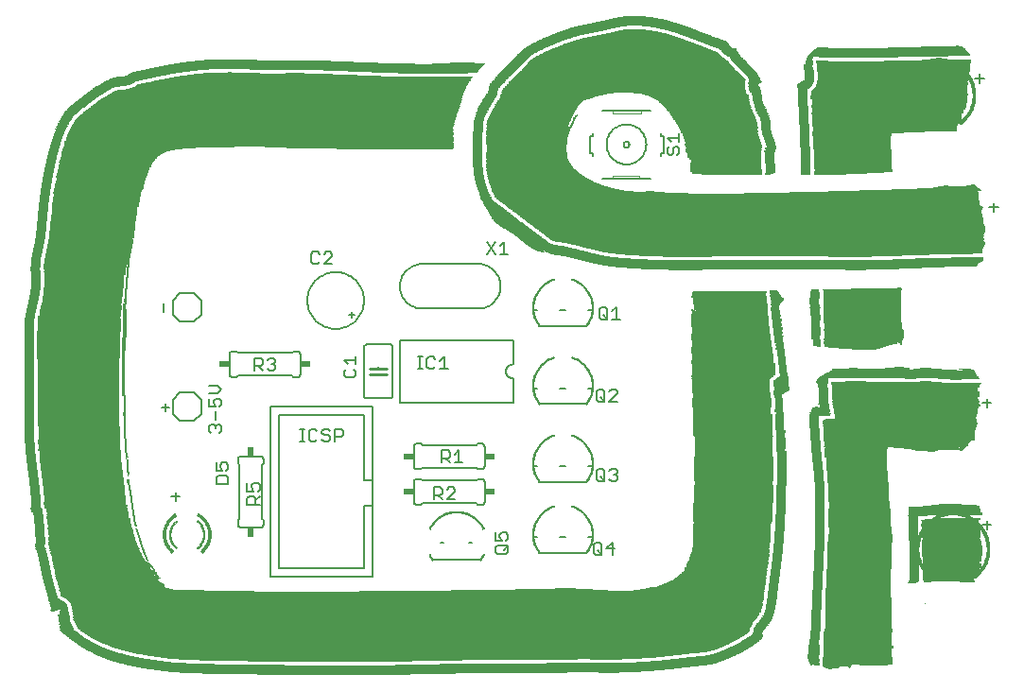
<source format=gto>
G75*
G70*
%OFA0B0*%
%FSLAX24Y24*%
%IPPOS*%
%LPD*%
%AMOC8*
5,1,8,0,0,1.08239X$1,22.5*
%
%ADD10C,0.0070*%
%ADD11C,0.0080*%
%ADD12R,0.2650X0.0017*%
%ADD13R,0.5433X0.0017*%
%ADD14R,0.7266X0.0017*%
%ADD15R,0.8917X0.0017*%
%ADD16R,1.1350X0.0017*%
%ADD17R,1.3650X0.0017*%
%ADD18R,0.0766X0.0017*%
%ADD19R,1.6183X0.0017*%
%ADD20R,1.6650X0.0017*%
%ADD21R,1.7066X0.0017*%
%ADD22R,1.7433X0.0017*%
%ADD23R,1.7717X0.0017*%
%ADD24R,1.8016X0.0017*%
%ADD25R,1.8317X0.0017*%
%ADD26R,0.0066X0.0017*%
%ADD27R,1.8567X0.0017*%
%ADD28R,0.0117X0.0017*%
%ADD29R,1.8800X0.0017*%
%ADD30R,0.0183X0.0017*%
%ADD31R,0.0100X0.0017*%
%ADD32R,1.9034X0.0017*%
%ADD33R,0.0450X0.0017*%
%ADD34R,0.0017X0.0017*%
%ADD35R,1.9267X0.0017*%
%ADD36R,0.0517X0.0017*%
%ADD37R,0.0050X0.0017*%
%ADD38R,1.9517X0.0017*%
%ADD39R,0.0566X0.0017*%
%ADD40R,0.0084X0.0017*%
%ADD41R,1.9783X0.0017*%
%ADD42R,0.0600X0.0017*%
%ADD43R,0.0350X0.0017*%
%ADD44R,2.0016X0.0017*%
%ADD45R,0.0983X0.0017*%
%ADD46R,0.5467X0.0017*%
%ADD47R,1.0883X0.0017*%
%ADD48R,0.0050X0.0017*%
%ADD49R,0.1000X0.0017*%
%ADD50R,0.0117X0.0017*%
%ADD51R,0.4000X0.0017*%
%ADD52R,1.0266X0.0017*%
%ADD53R,0.0034X0.0017*%
%ADD54R,0.0167X0.0017*%
%ADD55R,0.1033X0.0017*%
%ADD56R,0.0983X0.0017*%
%ADD57R,0.3150X0.0017*%
%ADD58R,0.9533X0.0017*%
%ADD59R,0.0300X0.0017*%
%ADD60R,0.2383X0.0017*%
%ADD61R,0.2617X0.0017*%
%ADD62R,0.8567X0.0017*%
%ADD63R,0.0317X0.0017*%
%ADD64R,0.2467X0.0017*%
%ADD65R,0.2283X0.0017*%
%ADD66R,0.5917X0.0017*%
%ADD67R,0.2050X0.0017*%
%ADD68R,0.3183X0.0017*%
%ADD69R,0.0334X0.0017*%
%ADD70R,0.2467X0.0017*%
%ADD71R,0.1900X0.0017*%
%ADD72R,0.2883X0.0017*%
%ADD73R,0.0334X0.0017*%
%ADD74R,0.1784X0.0017*%
%ADD75R,0.2633X0.0017*%
%ADD76R,0.1717X0.0017*%
%ADD77R,0.3516X0.0017*%
%ADD78R,0.2450X0.0017*%
%ADD79R,0.0350X0.0017*%
%ADD80R,0.1650X0.0017*%
%ADD81R,0.5833X0.0017*%
%ADD82R,0.0367X0.0017*%
%ADD83R,0.1583X0.0017*%
%ADD84R,0.7650X0.0017*%
%ADD85R,0.2166X0.0017*%
%ADD86R,0.1516X0.0017*%
%ADD87R,0.9283X0.0017*%
%ADD88R,0.0384X0.0017*%
%ADD89R,0.1450X0.0017*%
%ADD90R,1.2100X0.0017*%
%ADD91R,0.1950X0.0017*%
%ADD92R,0.0384X0.0017*%
%ADD93R,0.2450X0.0017*%
%ADD94R,0.1400X0.0017*%
%ADD95R,1.4050X0.0017*%
%ADD96R,0.1134X0.0017*%
%ADD97R,0.1817X0.0017*%
%ADD98R,0.1350X0.0017*%
%ADD99R,1.6267X0.0017*%
%ADD100R,0.1733X0.0017*%
%ADD101R,0.0400X0.0017*%
%ADD102R,0.1284X0.0017*%
%ADD103R,1.6733X0.0017*%
%ADD104R,0.1616X0.0017*%
%ADD105R,0.0400X0.0017*%
%ADD106R,0.1234X0.0017*%
%ADD107R,1.7100X0.0017*%
%ADD108R,0.1517X0.0017*%
%ADD109R,0.1200X0.0017*%
%ADD110R,1.7450X0.0017*%
%ADD111R,0.1417X0.0017*%
%ADD112R,0.2433X0.0017*%
%ADD113R,0.1167X0.0017*%
%ADD114R,1.7750X0.0017*%
%ADD115R,0.1283X0.0017*%
%ADD116R,0.2433X0.0017*%
%ADD117R,0.1116X0.0017*%
%ADD118R,0.1150X0.0017*%
%ADD119R,0.1100X0.0017*%
%ADD120R,1.8283X0.0017*%
%ADD121R,0.1017X0.0017*%
%ADD122R,0.1050X0.0017*%
%ADD123R,1.8533X0.0017*%
%ADD124R,0.0967X0.0017*%
%ADD125R,0.1017X0.0017*%
%ADD126R,1.8783X0.0017*%
%ADD127R,0.0900X0.0017*%
%ADD128R,0.2417X0.0017*%
%ADD129R,1.9033X0.0017*%
%ADD130R,0.0884X0.0017*%
%ADD131R,0.2417X0.0017*%
%ADD132R,1.9267X0.0017*%
%ADD133R,0.0850X0.0017*%
%ADD134R,0.0933X0.0017*%
%ADD135R,1.9500X0.0017*%
%ADD136R,0.0900X0.0017*%
%ADD137R,1.9733X0.0017*%
%ADD138R,0.0833X0.0017*%
%ADD139R,0.0367X0.0017*%
%ADD140R,0.0884X0.0017*%
%ADD141R,1.9983X0.0017*%
%ADD142R,0.0817X0.0017*%
%ADD143R,2.0234X0.0017*%
%ADD144R,0.0783X0.0017*%
%ADD145R,2.0400X0.0017*%
%ADD146R,0.0767X0.0017*%
%ADD147R,2.0567X0.0017*%
%ADD148R,0.0767X0.0017*%
%ADD149R,0.2400X0.0017*%
%ADD150R,0.0800X0.0017*%
%ADD151R,2.0684X0.0017*%
%ADD152R,0.0750X0.0017*%
%ADD153R,0.2416X0.0017*%
%ADD154R,0.0783X0.0017*%
%ADD155R,2.0800X0.0017*%
%ADD156R,0.0733X0.0017*%
%ADD157R,0.2416X0.0017*%
%ADD158R,0.0784X0.0017*%
%ADD159R,2.0916X0.0017*%
%ADD160R,0.0733X0.0017*%
%ADD161R,2.1033X0.0017*%
%ADD162R,0.0717X0.0017*%
%ADD163R,0.0750X0.0017*%
%ADD164R,2.1117X0.0017*%
%ADD165R,0.0717X0.0017*%
%ADD166R,2.1234X0.0017*%
%ADD167R,0.0716X0.0017*%
%ADD168R,2.1334X0.0017*%
%ADD169R,0.0700X0.0017*%
%ADD170R,0.0700X0.0017*%
%ADD171R,2.1417X0.0017*%
%ADD172R,2.1517X0.0017*%
%ADD173R,0.0667X0.0017*%
%ADD174R,0.0683X0.0017*%
%ADD175R,2.1600X0.0017*%
%ADD176R,0.0666X0.0017*%
%ADD177R,0.0683X0.0017*%
%ADD178R,2.1667X0.0017*%
%ADD179R,0.0650X0.0017*%
%ADD180R,0.0650X0.0017*%
%ADD181R,2.1767X0.0017*%
%ADD182R,2.1833X0.0017*%
%ADD183R,0.0633X0.0017*%
%ADD184R,2.1916X0.0017*%
%ADD185R,0.0633X0.0017*%
%ADD186R,0.0366X0.0017*%
%ADD187R,2.1984X0.0017*%
%ADD188R,0.0617X0.0017*%
%ADD189R,0.0366X0.0017*%
%ADD190R,2.2050X0.0017*%
%ADD191R,2.2133X0.0017*%
%ADD192R,0.0617X0.0017*%
%ADD193R,2.2200X0.0017*%
%ADD194R,0.0616X0.0017*%
%ADD195R,2.2267X0.0017*%
%ADD196R,0.0600X0.0017*%
%ADD197R,2.2333X0.0017*%
%ADD198R,0.0584X0.0017*%
%ADD199R,0.0584X0.0017*%
%ADD200R,2.2400X0.0017*%
%ADD201R,0.0583X0.0017*%
%ADD202R,2.2467X0.0017*%
%ADD203R,0.0567X0.0017*%
%ADD204R,2.2533X0.0017*%
%ADD205R,0.0550X0.0017*%
%ADD206R,2.2600X0.0017*%
%ADD207R,2.2667X0.0017*%
%ADD208R,0.0550X0.0017*%
%ADD209R,0.0566X0.0017*%
%ADD210R,2.2733X0.0017*%
%ADD211R,2.2783X0.0017*%
%ADD212R,0.0516X0.0017*%
%ADD213R,2.2833X0.0017*%
%ADD214R,0.0500X0.0017*%
%ADD215R,2.2900X0.0017*%
%ADD216R,0.0467X0.0017*%
%ADD217R,2.2950X0.0017*%
%ADD218R,0.0467X0.0017*%
%ADD219R,0.0533X0.0017*%
%ADD220R,2.3000X0.0017*%
%ADD221R,0.0434X0.0017*%
%ADD222R,2.3067X0.0017*%
%ADD223R,0.0417X0.0017*%
%ADD224R,0.0333X0.0017*%
%ADD225R,2.3117X0.0017*%
%ADD226R,0.0333X0.0017*%
%ADD227R,2.3167X0.0017*%
%ADD228R,0.0534X0.0017*%
%ADD229R,2.3233X0.0017*%
%ADD230R,2.3267X0.0017*%
%ADD231R,0.0534X0.0017*%
%ADD232R,2.3333X0.0017*%
%ADD233R,0.0516X0.0017*%
%ADD234R,2.3367X0.0017*%
%ADD235R,0.2400X0.0017*%
%ADD236R,0.0517X0.0017*%
%ADD237R,2.3433X0.0017*%
%ADD238R,2.3467X0.0017*%
%ADD239R,2.3500X0.0017*%
%ADD240R,2.3517X0.0017*%
%ADD241R,0.2383X0.0017*%
%ADD242R,2.3567X0.0017*%
%ADD243R,0.0500X0.0017*%
%ADD244R,2.3584X0.0017*%
%ADD245R,0.0483X0.0017*%
%ADD246R,2.3600X0.0017*%
%ADD247R,2.3617X0.0017*%
%ADD248R,0.0466X0.0017*%
%ADD249R,2.3666X0.0017*%
%ADD250R,0.0383X0.0017*%
%ADD251R,2.3683X0.0017*%
%ADD252R,0.2350X0.0017*%
%ADD253R,2.3700X0.0017*%
%ADD254R,2.3733X0.0017*%
%ADD255R,0.2350X0.0017*%
%ADD256R,2.3750X0.0017*%
%ADD257R,2.3767X0.0017*%
%ADD258R,0.0433X0.0017*%
%ADD259R,2.3784X0.0017*%
%ADD260R,0.0416X0.0017*%
%ADD261R,0.0433X0.0017*%
%ADD262R,2.3784X0.0017*%
%ADD263R,0.0417X0.0017*%
%ADD264R,2.3816X0.0017*%
%ADD265R,0.0434X0.0017*%
%ADD266R,2.3816X0.0017*%
%ADD267R,2.3850X0.0017*%
%ADD268R,2.3884X0.0017*%
%ADD269R,2.3884X0.0017*%
%ADD270R,2.3900X0.0017*%
%ADD271R,0.0416X0.0017*%
%ADD272R,2.3933X0.0017*%
%ADD273R,0.0383X0.0017*%
%ADD274R,2.3950X0.0017*%
%ADD275R,2.3983X0.0017*%
%ADD276R,2.3983X0.0017*%
%ADD277R,2.4017X0.0017*%
%ADD278R,2.4034X0.0017*%
%ADD279R,2.4050X0.0017*%
%ADD280R,2.4083X0.0017*%
%ADD281R,2.4100X0.0017*%
%ADD282R,2.4116X0.0017*%
%ADD283R,2.4133X0.0017*%
%ADD284R,2.4150X0.0017*%
%ADD285R,2.4166X0.0017*%
%ADD286R,2.4183X0.0017*%
%ADD287R,2.4200X0.0017*%
%ADD288R,2.4217X0.0017*%
%ADD289R,2.4233X0.0017*%
%ADD290R,2.4233X0.0017*%
%ADD291R,2.4250X0.0017*%
%ADD292R,2.4250X0.0017*%
%ADD293R,0.0083X0.0017*%
%ADD294R,0.0300X0.0017*%
%ADD295R,2.4267X0.0017*%
%ADD296R,0.0150X0.0017*%
%ADD297R,0.0283X0.0017*%
%ADD298R,2.4284X0.0017*%
%ADD299R,0.0184X0.0017*%
%ADD300R,0.0267X0.0017*%
%ADD301R,2.4284X0.0017*%
%ADD302R,0.0234X0.0017*%
%ADD303R,2.4300X0.0017*%
%ADD304R,0.0316X0.0017*%
%ADD305R,0.0616X0.0017*%
%ADD306R,2.4300X0.0017*%
%ADD307R,0.0316X0.0017*%
%ADD308R,2.4333X0.0017*%
%ADD309R,2.4333X0.0017*%
%ADD310R,0.2334X0.0017*%
%ADD311R,2.4350X0.0017*%
%ADD312R,0.2334X0.0017*%
%ADD313R,2.4350X0.0017*%
%ADD314R,2.4367X0.0017*%
%ADD315R,0.0583X0.0017*%
%ADD316R,2.4367X0.0017*%
%ADD317R,2.4384X0.0017*%
%ADD318R,0.2317X0.0017*%
%ADD319R,0.0567X0.0017*%
%ADD320R,2.4416X0.0017*%
%ADD321R,0.2317X0.0017*%
%ADD322R,0.0033X0.0017*%
%ADD323R,2.4433X0.0017*%
%ADD324R,2.4450X0.0017*%
%ADD325R,2.4466X0.0017*%
%ADD326R,2.4500X0.0017*%
%ADD327R,2.4517X0.0017*%
%ADD328R,2.4533X0.0017*%
%ADD329R,2.4550X0.0017*%
%ADD330R,2.4567X0.0017*%
%ADD331R,2.4583X0.0017*%
%ADD332R,2.4634X0.0017*%
%ADD333R,0.0317X0.0017*%
%ADD334R,0.2300X0.0017*%
%ADD335R,2.4667X0.0017*%
%ADD336R,0.2300X0.0017*%
%ADD337R,2.4700X0.0017*%
%ADD338R,2.4734X0.0017*%
%ADD339R,2.4767X0.0017*%
%ADD340R,2.4784X0.0017*%
%ADD341R,2.4784X0.0017*%
%ADD342R,2.4800X0.0017*%
%ADD343R,2.4816X0.0017*%
%ADD344R,2.4816X0.0017*%
%ADD345R,0.6867X0.0017*%
%ADD346R,1.4283X0.0017*%
%ADD347R,0.5783X0.0017*%
%ADD348R,1.2450X0.0017*%
%ADD349R,0.5083X0.0017*%
%ADD350R,0.5550X0.0017*%
%ADD351R,0.4633X0.0017*%
%ADD352R,0.4300X0.0017*%
%ADD353R,0.3900X0.0017*%
%ADD354R,0.4483X0.0017*%
%ADD355R,0.4017X0.0017*%
%ADD356R,0.2750X0.0017*%
%ADD357R,0.4383X0.0017*%
%ADD358R,0.3917X0.0017*%
%ADD359R,0.1667X0.0017*%
%ADD360R,0.4300X0.0017*%
%ADD361R,0.3850X0.0017*%
%ADD362R,0.4217X0.0017*%
%ADD363R,0.3816X0.0017*%
%ADD364R,0.4133X0.0017*%
%ADD365R,0.3766X0.0017*%
%ADD366R,0.4050X0.0017*%
%ADD367R,0.2283X0.0017*%
%ADD368R,0.3716X0.0017*%
%ADD369R,0.3917X0.0017*%
%ADD370R,0.3717X0.0017*%
%ADD371R,0.3800X0.0017*%
%ADD372R,0.3733X0.0017*%
%ADD373R,0.3750X0.0017*%
%ADD374R,0.3733X0.0017*%
%ADD375R,0.3734X0.0017*%
%ADD376R,0.3684X0.0017*%
%ADD377R,0.3650X0.0017*%
%ADD378R,0.3600X0.0017*%
%ADD379R,0.3567X0.0017*%
%ADD380R,0.3700X0.0017*%
%ADD381R,0.3517X0.0017*%
%ADD382R,0.3683X0.0017*%
%ADD383R,0.3484X0.0017*%
%ADD384R,0.3666X0.0017*%
%ADD385R,0.3450X0.0017*%
%ADD386R,0.3633X0.0017*%
%ADD387R,0.3433X0.0017*%
%ADD388R,0.0084X0.0017*%
%ADD389R,0.3617X0.0017*%
%ADD390R,0.3400X0.0017*%
%ADD391R,0.0284X0.0017*%
%ADD392R,0.3366X0.0017*%
%ADD393R,0.3567X0.0017*%
%ADD394R,0.3316X0.0017*%
%ADD395R,0.1817X0.0017*%
%ADD396R,0.3550X0.0017*%
%ADD397R,0.3283X0.0017*%
%ADD398R,0.1800X0.0017*%
%ADD399R,0.3266X0.0017*%
%ADD400R,0.3233X0.0017*%
%ADD401R,0.1800X0.0017*%
%ADD402R,0.3200X0.0017*%
%ADD403R,0.2267X0.0017*%
%ADD404R,0.3167X0.0017*%
%ADD405R,0.2267X0.0017*%
%ADD406R,0.3616X0.0017*%
%ADD407R,0.3150X0.0017*%
%ADD408R,0.1833X0.0017*%
%ADD409R,0.3133X0.0017*%
%ADD410R,0.3533X0.0017*%
%ADD411R,0.3100X0.0017*%
%ADD412R,0.1833X0.0017*%
%ADD413R,0.0034X0.0017*%
%ADD414R,0.3500X0.0017*%
%ADD415R,0.3083X0.0017*%
%ADD416R,0.3483X0.0017*%
%ADD417R,0.0067X0.0017*%
%ADD418R,0.3067X0.0017*%
%ADD419R,0.3467X0.0017*%
%ADD420R,0.0066X0.0017*%
%ADD421R,0.3067X0.0017*%
%ADD422R,0.1950X0.0017*%
%ADD423R,0.3467X0.0017*%
%ADD424R,0.3050X0.0017*%
%ADD425R,0.3017X0.0017*%
%ADD426R,0.3450X0.0017*%
%ADD427R,0.0100X0.0017*%
%ADD428R,0.3000X0.0017*%
%ADD429R,0.3434X0.0017*%
%ADD430R,0.2984X0.0017*%
%ADD431R,0.2967X0.0017*%
%ADD432R,0.2950X0.0017*%
%ADD433R,0.3566X0.0017*%
%ADD434R,0.2950X0.0017*%
%ADD435R,0.1966X0.0017*%
%ADD436R,0.2933X0.0017*%
%ADD437R,0.3550X0.0017*%
%ADD438R,0.2916X0.0017*%
%ADD439R,0.1966X0.0017*%
%ADD440R,0.2900X0.0017*%
%ADD441R,0.1983X0.0017*%
%ADD442R,0.3433X0.0017*%
%ADD443R,0.2000X0.0017*%
%ADD444R,0.2900X0.0017*%
%ADD445R,0.2000X0.0017*%
%ADD446R,0.2250X0.0017*%
%ADD447R,0.2016X0.0017*%
%ADD448R,0.3383X0.0017*%
%ADD449R,0.2033X0.0017*%
%ADD450R,0.3367X0.0017*%
%ADD451R,0.0067X0.0017*%
%ADD452R,0.2250X0.0017*%
%ADD453R,0.2033X0.0017*%
%ADD454R,0.3333X0.0017*%
%ADD455R,0.2050X0.0017*%
%ADD456R,0.3367X0.0017*%
%ADD457R,0.3484X0.0017*%
%ADD458R,0.2883X0.0017*%
%ADD459R,0.2066X0.0017*%
%ADD460R,0.2867X0.0017*%
%ADD461R,0.2066X0.0017*%
%ADD462R,0.3434X0.0017*%
%ADD463R,0.2867X0.0017*%
%ADD464R,0.3416X0.0017*%
%ADD465R,0.3400X0.0017*%
%ADD466R,0.2850X0.0017*%
%ADD467R,0.2850X0.0017*%
%ADD468R,0.2834X0.0017*%
%ADD469R,0.3350X0.0017*%
%ADD470R,0.2834X0.0017*%
%ADD471R,0.3300X0.0017*%
%ADD472R,0.2817X0.0017*%
%ADD473R,0.3267X0.0017*%
%ADD474R,0.0017X0.0017*%
%ADD475R,0.2817X0.0017*%
%ADD476R,0.3233X0.0017*%
%ADD477R,0.2816X0.0017*%
%ADD478R,0.3234X0.0017*%
%ADD479R,0.3234X0.0017*%
%ADD480R,0.2816X0.0017*%
%ADD481R,0.3217X0.0017*%
%ADD482R,0.0033X0.0017*%
%ADD483R,0.2800X0.0017*%
%ADD484R,0.2083X0.0017*%
%ADD485R,0.3200X0.0017*%
%ADD486R,0.2783X0.0017*%
%ADD487R,0.2083X0.0017*%
%ADD488R,0.3216X0.0017*%
%ADD489R,0.2783X0.0017*%
%ADD490R,0.2100X0.0017*%
%ADD491R,0.3183X0.0017*%
%ADD492R,0.2100X0.0017*%
%ADD493R,0.2767X0.0017*%
%ADD494R,0.0083X0.0017*%
%ADD495R,0.2767X0.0017*%
%ADD496R,0.2117X0.0017*%
%ADD497R,0.2117X0.0017*%
%ADD498R,0.3167X0.0017*%
%ADD499R,0.3184X0.0017*%
%ADD500R,0.2750X0.0017*%
%ADD501R,0.2733X0.0017*%
%ADD502R,0.2133X0.0017*%
%ADD503R,0.3166X0.0017*%
%ADD504R,0.2133X0.0017*%
%ADD505R,0.3166X0.0017*%
%ADD506R,0.2734X0.0017*%
%ADD507R,0.2734X0.0017*%
%ADD508R,0.2717X0.0017*%
%ADD509R,0.2717X0.0017*%
%ADD510R,0.2700X0.0017*%
%ADD511R,0.2700X0.0017*%
%ADD512R,0.2234X0.0017*%
%ADD513R,0.2684X0.0017*%
%ADD514R,0.2234X0.0017*%
%ADD515R,0.3133X0.0017*%
%ADD516R,0.3117X0.0017*%
%ADD517R,0.3117X0.0017*%
%ADD518R,0.3100X0.0017*%
%ADD519R,0.2067X0.0017*%
%ADD520R,0.3083X0.0017*%
%ADD521R,0.2067X0.0017*%
%ADD522R,0.2017X0.0017*%
%ADD523R,0.3050X0.0017*%
%ADD524R,0.2017X0.0017*%
%ADD525R,0.3033X0.0017*%
%ADD526R,0.3033X0.0017*%
%ADD527R,0.3017X0.0017*%
%ADD528R,0.3000X0.0017*%
%ADD529R,0.2217X0.0017*%
%ADD530R,0.2217X0.0017*%
%ADD531R,0.2084X0.0017*%
%ADD532R,0.2983X0.0017*%
%ADD533R,0.2084X0.0017*%
%ADD534R,0.2983X0.0017*%
%ADD535R,0.2967X0.0017*%
%ADD536R,0.2766X0.0017*%
%ADD537R,0.2766X0.0017*%
%ADD538R,0.2200X0.0017*%
%ADD539R,0.0016X0.0017*%
%ADD540R,0.2200X0.0017*%
%ADD541R,0.2934X0.0017*%
%ADD542R,0.2034X0.0017*%
%ADD543R,0.2934X0.0017*%
%ADD544R,0.2034X0.0017*%
%ADD545R,0.2933X0.0017*%
%ADD546R,0.2183X0.0017*%
%ADD547R,0.2183X0.0017*%
%ADD548R,0.2916X0.0017*%
%ADD549R,0.1984X0.0017*%
%ADD550R,0.1984X0.0017*%
%ADD551R,0.1967X0.0017*%
%ADD552R,0.1883X0.0017*%
%ADD553R,0.2917X0.0017*%
%ADD554R,0.1617X0.0017*%
%ADD555R,0.2167X0.0017*%
%ADD556R,0.2167X0.0017*%
%ADD557R,0.0883X0.0017*%
%ADD558R,0.2583X0.0017*%
%ADD559R,0.2884X0.0017*%
%ADD560R,0.2583X0.0017*%
%ADD561R,0.2884X0.0017*%
%ADD562R,0.2566X0.0017*%
%ADD563R,0.2784X0.0017*%
%ADD564R,0.2566X0.0017*%
%ADD565R,0.2784X0.0017*%
%ADD566R,0.2534X0.0017*%
%ADD567R,0.2534X0.0017*%
%ADD568R,0.2517X0.0017*%
%ADD569R,0.2517X0.0017*%
%ADD570R,0.2150X0.0017*%
%ADD571R,0.2150X0.0017*%
%ADD572R,0.2500X0.0017*%
%ADD573R,0.2500X0.0017*%
%ADD574R,0.2483X0.0017*%
%ADD575R,0.1850X0.0017*%
%ADD576R,0.2917X0.0017*%
%ADD577R,0.1633X0.0017*%
%ADD578R,0.1250X0.0017*%
%ADD579R,0.2134X0.0017*%
%ADD580R,0.2134X0.0017*%
%ADD581R,0.2116X0.0017*%
%ADD582R,0.2116X0.0017*%
%ADD583R,0.0016X0.0017*%
%ADD584R,0.2866X0.0017*%
%ADD585R,0.2866X0.0017*%
%ADD586R,0.0267X0.0017*%
%ADD587R,0.1066X0.0017*%
%ADD588R,0.1250X0.0017*%
%ADD589R,0.2216X0.0017*%
%ADD590R,0.2216X0.0017*%
%ADD591R,0.2600X0.0017*%
%ADD592R,0.4967X0.0017*%
%ADD593R,0.5033X0.0017*%
%ADD594R,0.5050X0.0017*%
%ADD595R,0.5050X0.0017*%
%ADD596R,0.5067X0.0017*%
%ADD597R,0.5083X0.0017*%
%ADD598R,0.5100X0.0017*%
%ADD599R,0.5150X0.0017*%
%ADD600R,0.5234X0.0017*%
%ADD601R,0.5317X0.0017*%
%ADD602R,0.5317X0.0017*%
%ADD603R,0.5333X0.0017*%
%ADD604R,0.5333X0.0017*%
%ADD605R,0.5350X0.0017*%
%ADD606R,0.5350X0.0017*%
%ADD607R,0.5366X0.0017*%
%ADD608R,0.5366X0.0017*%
%ADD609R,0.5383X0.0017*%
%ADD610R,0.5400X0.0017*%
%ADD611R,0.5417X0.0017*%
%ADD612R,0.5433X0.0017*%
%ADD613R,0.5450X0.0017*%
%ADD614R,0.5450X0.0017*%
%ADD615R,0.5400X0.0017*%
%ADD616R,0.5417X0.0017*%
%ADD617R,0.4933X0.0017*%
%ADD618R,0.4950X0.0017*%
%ADD619R,0.4966X0.0017*%
%ADD620R,0.4983X0.0017*%
%ADD621R,0.4983X0.0017*%
%ADD622R,0.5000X0.0017*%
%ADD623R,0.0734X0.0017*%
%ADD624R,0.5017X0.0017*%
%ADD625R,0.0734X0.0017*%
%ADD626R,0.5033X0.0017*%
%ADD627R,0.0284X0.0017*%
%ADD628R,0.5067X0.0017*%
%ADD629R,0.0667X0.0017*%
%ADD630R,0.0283X0.0017*%
%ADD631R,0.0533X0.0017*%
%ADD632R,0.5116X0.0017*%
%ADD633R,0.5116X0.0017*%
%ADD634R,0.5133X0.0017*%
%ADD635R,0.5183X0.0017*%
%ADD636R,0.5183X0.0017*%
%ADD637R,0.5167X0.0017*%
%ADD638R,0.5150X0.0017*%
%ADD639R,0.5167X0.0017*%
%ADD640R,0.5166X0.0017*%
%ADD641R,0.5166X0.0017*%
%ADD642R,0.5200X0.0017*%
%ADD643R,0.5216X0.0017*%
%ADD644R,0.5216X0.0017*%
%ADD645R,0.5233X0.0017*%
%ADD646R,0.2733X0.0017*%
%ADD647R,0.5233X0.0017*%
%ADD648R,0.5133X0.0017*%
%ADD649R,0.5200X0.0017*%
%ADD650R,0.5267X0.0017*%
%ADD651R,0.5267X0.0017*%
%ADD652R,0.4100X0.0017*%
%ADD653R,0.2466X0.0017*%
%ADD654R,0.0716X0.0017*%
%ADD655R,0.1117X0.0017*%
%ADD656R,0.5600X0.0017*%
%ADD657R,0.5567X0.0017*%
%ADD658R,0.5533X0.0017*%
%ADD659R,0.5483X0.0017*%
%ADD660R,0.5367X0.0017*%
%ADD661R,0.5316X0.0017*%
%ADD662R,0.0266X0.0017*%
%ADD663R,0.0266X0.0017*%
%ADD664R,0.2683X0.0017*%
%ADD665R,0.0634X0.0017*%
%ADD666R,0.1450X0.0017*%
%ADD667R,0.1683X0.0017*%
%ADD668R,0.1917X0.0017*%
%ADD669R,0.2833X0.0017*%
%ADD670R,0.2833X0.0017*%
%ADD671R,0.0134X0.0017*%
%ADD672R,0.0250X0.0017*%
%ADD673R,0.0250X0.0017*%
%ADD674R,0.0133X0.0017*%
%ADD675R,0.0133X0.0017*%
%ADD676R,0.2567X0.0017*%
%ADD677R,0.0116X0.0017*%
%ADD678R,0.2567X0.0017*%
%ADD679R,0.2800X0.0017*%
%ADD680R,0.0116X0.0017*%
%ADD681R,0.2716X0.0017*%
%ADD682R,0.2716X0.0017*%
%ADD683R,0.2684X0.0017*%
%ADD684R,0.2667X0.0017*%
%ADD685R,0.2667X0.0017*%
%ADD686R,0.2650X0.0017*%
%ADD687R,0.2550X0.0017*%
%ADD688R,0.2550X0.0017*%
%ADD689R,0.2600X0.0017*%
%ADD690R,0.2616X0.0017*%
%ADD691R,0.2617X0.0017*%
%ADD692R,0.0450X0.0017*%
%ADD693R,0.2634X0.0017*%
%ADD694R,0.2634X0.0017*%
%ADD695R,0.1767X0.0017*%
%ADD696R,0.0800X0.0017*%
%ADD697R,0.1217X0.0017*%
%ADD698R,0.3967X0.0017*%
%ADD699R,0.9100X0.0017*%
%ADD700R,0.9817X0.0017*%
%ADD701R,1.0433X0.0017*%
%ADD702R,1.0984X0.0017*%
%ADD703R,1.1600X0.0017*%
%ADD704R,1.2567X0.0017*%
%ADD705R,1.3033X0.0017*%
%ADD706R,1.3150X0.0017*%
%ADD707R,1.3233X0.0017*%
%ADD708R,1.3334X0.0017*%
%ADD709R,1.3433X0.0017*%
%ADD710R,1.3500X0.0017*%
%ADD711R,1.3600X0.0017*%
%ADD712R,1.3700X0.0017*%
%ADD713R,1.3783X0.0017*%
%ADD714R,1.3883X0.0017*%
%ADD715R,1.4000X0.0017*%
%ADD716R,1.4083X0.0017*%
%ADD717R,0.3417X0.0017*%
%ADD718R,0.3717X0.0017*%
%ADD719R,0.2367X0.0017*%
%ADD720R,0.1917X0.0017*%
%ADD721R,0.1766X0.0017*%
%ADD722R,0.1633X0.0017*%
%ADD723R,0.2984X0.0017*%
%ADD724R,0.1533X0.0017*%
%ADD725R,0.0167X0.0017*%
%ADD726R,0.1467X0.0017*%
%ADD727R,0.1433X0.0017*%
%ADD728R,0.1717X0.0017*%
%ADD729R,0.1533X0.0017*%
%ADD730R,0.1433X0.0017*%
%ADD731R,0.8484X0.0017*%
%ADD732R,0.9234X0.0017*%
%ADD733R,0.1466X0.0017*%
%ADD734R,0.9900X0.0017*%
%ADD735R,0.1500X0.0017*%
%ADD736R,1.0717X0.0017*%
%ADD737R,0.1516X0.0017*%
%ADD738R,1.1517X0.0017*%
%ADD739R,1.2633X0.0017*%
%ADD740R,1.3084X0.0017*%
%ADD741R,0.1483X0.0017*%
%ADD742R,1.3200X0.0017*%
%ADD743R,1.3284X0.0017*%
%ADD744R,0.0150X0.0017*%
%ADD745R,1.3384X0.0017*%
%ADD746R,0.1383X0.0017*%
%ADD747R,1.3467X0.0017*%
%ADD748R,0.0216X0.0017*%
%ADD749R,0.1350X0.0017*%
%ADD750R,1.3534X0.0017*%
%ADD751R,0.1300X0.0017*%
%ADD752R,1.3616X0.0017*%
%ADD753R,0.1550X0.0017*%
%ADD754R,1.3683X0.0017*%
%ADD755R,1.3750X0.0017*%
%ADD756R,0.1483X0.0017*%
%ADD757R,1.3816X0.0017*%
%ADD758R,1.3883X0.0017*%
%ADD759R,1.3967X0.0017*%
%ADD760R,1.4033X0.0017*%
%ADD761R,1.4117X0.0017*%
%ADD762R,0.2966X0.0017*%
%ADD763R,1.4200X0.0017*%
%ADD764R,0.1133X0.0017*%
%ADD765R,1.4283X0.0017*%
%ADD766R,1.4350X0.0017*%
%ADD767R,0.0966X0.0017*%
%ADD768R,1.4433X0.0017*%
%ADD769R,0.0933X0.0017*%
%ADD770R,1.4517X0.0017*%
%ADD771R,1.4584X0.0017*%
%ADD772R,0.0866X0.0017*%
%ADD773R,1.4666X0.0017*%
%ADD774R,0.0867X0.0017*%
%ADD775R,1.4750X0.0017*%
%ADD776R,1.4817X0.0017*%
%ADD777R,1.4917X0.0017*%
%ADD778R,0.0850X0.0017*%
%ADD779R,1.5016X0.0017*%
%ADD780R,1.5100X0.0017*%
%ADD781R,1.5150X0.0017*%
%ADD782R,1.5200X0.0017*%
%ADD783R,1.5250X0.0017*%
%ADD784R,0.0834X0.0017*%
%ADD785R,1.5267X0.0017*%
%ADD786R,0.2966X0.0017*%
%ADD787R,1.5284X0.0017*%
%ADD788R,1.5317X0.0017*%
%ADD789R,0.0833X0.0017*%
%ADD790R,1.5333X0.0017*%
%ADD791R,1.5367X0.0017*%
%ADD792R,1.5400X0.0017*%
%ADD793R,0.0834X0.0017*%
%ADD794R,1.5417X0.0017*%
%ADD795R,1.5450X0.0017*%
%ADD796R,1.5467X0.0017*%
%ADD797R,1.5484X0.0017*%
%ADD798R,1.5517X0.0017*%
%ADD799R,1.5550X0.0017*%
%ADD800R,1.5566X0.0017*%
%ADD801R,1.5600X0.0017*%
%ADD802R,0.0867X0.0017*%
%ADD803R,1.5616X0.0017*%
%ADD804R,1.5650X0.0017*%
%ADD805R,1.5683X0.0017*%
%ADD806R,1.5717X0.0017*%
%ADD807R,1.5734X0.0017*%
%ADD808R,1.5766X0.0017*%
%ADD809R,1.5800X0.0017*%
%ADD810R,0.0883X0.0017*%
%ADD811R,1.5816X0.0017*%
%ADD812R,1.5817X0.0017*%
%ADD813R,1.5850X0.0017*%
%ADD814R,1.5867X0.0017*%
%ADD815R,1.5867X0.0017*%
%ADD816R,0.0916X0.0017*%
%ADD817R,1.5900X0.0017*%
%ADD818R,1.5917X0.0017*%
%ADD819R,1.5916X0.0017*%
%ADD820R,0.0917X0.0017*%
%ADD821R,1.5950X0.0017*%
%ADD822R,1.5966X0.0017*%
%ADD823R,1.5967X0.0017*%
%ADD824R,1.6000X0.0017*%
%ADD825R,1.6017X0.0017*%
%ADD826R,1.6017X0.0017*%
%ADD827R,1.6050X0.0017*%
%ADD828R,1.6067X0.0017*%
%ADD829R,1.6066X0.0017*%
%ADD830R,0.3016X0.0017*%
%ADD831R,1.6100X0.0017*%
%ADD832R,1.6116X0.0017*%
%ADD833R,1.6133X0.0017*%
%ADD834R,1.6150X0.0017*%
%ADD835R,1.6167X0.0017*%
%ADD836R,1.6184X0.0017*%
%ADD837R,1.6200X0.0017*%
%ADD838R,1.6217X0.0017*%
%ADD839R,1.6233X0.0017*%
%ADD840R,1.6267X0.0017*%
%ADD841R,0.0817X0.0017*%
%ADD842R,1.6283X0.0017*%
%ADD843R,1.6283X0.0017*%
%ADD844R,1.6300X0.0017*%
%ADD845R,0.0766X0.0017*%
%ADD846R,1.6333X0.0017*%
%ADD847R,1.6350X0.0017*%
%ADD848R,1.6366X0.0017*%
%ADD849R,1.6400X0.0017*%
%ADD850R,1.6416X0.0017*%
%ADD851R,0.0684X0.0017*%
%ADD852R,1.6433X0.0017*%
%ADD853R,1.6466X0.0017*%
%ADD854R,1.6483X0.0017*%
%ADD855R,1.6500X0.0017*%
%ADD856R,0.3016X0.0017*%
%ADD857R,1.6533X0.0017*%
%ADD858R,1.6550X0.0017*%
%ADD859R,1.6583X0.0017*%
%ADD860R,1.6617X0.0017*%
%ADD861R,1.6650X0.0017*%
%ADD862R,1.6700X0.0017*%
%ADD863R,1.6716X0.0017*%
%ADD864R,1.6717X0.0017*%
%ADD865R,0.3034X0.0017*%
%ADD866R,1.6733X0.0017*%
%ADD867R,0.3034X0.0017*%
%ADD868R,1.6734X0.0017*%
%ADD869R,1.6750X0.0017*%
%ADD870R,1.6766X0.0017*%
%ADD871R,1.6767X0.0017*%
%ADD872R,1.6800X0.0017*%
%ADD873R,1.6817X0.0017*%
%ADD874R,1.6850X0.0017*%
%ADD875R,1.6867X0.0017*%
%ADD876R,1.6883X0.0017*%
%ADD877R,1.6917X0.0017*%
%ADD878R,1.6933X0.0017*%
%ADD879R,1.6950X0.0017*%
%ADD880R,1.6950X0.0017*%
%ADD881R,1.6983X0.0017*%
%ADD882R,0.3066X0.0017*%
%ADD883R,1.7000X0.0017*%
%ADD884R,0.3066X0.0017*%
%ADD885R,1.7016X0.0017*%
%ADD886R,1.7033X0.0017*%
%ADD887R,1.7050X0.0017*%
%ADD888R,1.7050X0.0017*%
%ADD889R,1.7083X0.0017*%
%ADD890R,0.3084X0.0017*%
%ADD891R,1.7083X0.0017*%
%ADD892R,1.7084X0.0017*%
%ADD893R,0.3084X0.0017*%
%ADD894R,0.6867X0.0017*%
%ADD895R,0.8250X0.0017*%
%ADD896R,0.6366X0.0017*%
%ADD897R,0.7300X0.0017*%
%ADD898R,0.6066X0.0017*%
%ADD899R,0.6634X0.0017*%
%ADD900R,0.5850X0.0017*%
%ADD901R,0.5950X0.0017*%
%ADD902R,0.5283X0.0017*%
%ADD903R,0.4800X0.0017*%
%ADD904R,0.4733X0.0017*%
%ADD905R,0.4667X0.0017*%
%ADD906R,0.4250X0.0017*%
%ADD907R,0.4584X0.0017*%
%ADD908R,0.4484X0.0017*%
%ADD909R,0.3134X0.0017*%
%ADD910R,0.4416X0.0017*%
%ADD911R,0.4333X0.0017*%
%ADD912R,0.3116X0.0017*%
%ADD913R,0.4283X0.0017*%
%ADD914R,0.1834X0.0017*%
%ADD915R,0.3116X0.0017*%
%ADD916R,0.4233X0.0017*%
%ADD917R,0.4167X0.0017*%
%ADD918R,0.4117X0.0017*%
%ADD919R,0.0816X0.0017*%
%ADD920R,0.3966X0.0017*%
%ADD921R,0.3134X0.0017*%
%ADD922R,0.3916X0.0017*%
%ADD923R,0.3866X0.0017*%
%ADD924R,0.3800X0.0017*%
%ADD925R,0.3767X0.0017*%
%ADD926R,0.3667X0.0017*%
%ADD927R,0.3634X0.0017*%
%ADD928R,0.3616X0.0017*%
%ADD929R,0.3583X0.0017*%
%ADD930R,0.3417X0.0017*%
%ADD931R,0.3384X0.0017*%
%ADD932R,0.3350X0.0017*%
%ADD933R,0.3317X0.0017*%
%ADD934R,0.3316X0.0017*%
%ADD935R,0.1133X0.0017*%
%ADD936R,0.3266X0.0017*%
%ADD937R,0.2333X0.0017*%
%ADD938R,0.3250X0.0017*%
%ADD939R,0.1867X0.0017*%
%ADD940R,0.2483X0.0017*%
%ADD941R,0.3217X0.0017*%
%ADD942R,0.3250X0.0017*%
%ADD943R,0.3284X0.0017*%
%ADD944R,0.3300X0.0017*%
%ADD945R,0.3317X0.0017*%
%ADD946R,0.2484X0.0017*%
%ADD947R,0.3384X0.0017*%
%ADD948R,0.2584X0.0017*%
%ADD949R,0.3617X0.0017*%
%ADD950R,0.3650X0.0017*%
%ADD951R,0.3700X0.0017*%
%ADD952R,0.3867X0.0017*%
%ADD953R,0.3950X0.0017*%
%ADD954R,0.4050X0.0017*%
%ADD955R,0.2666X0.0017*%
%ADD956R,0.4183X0.0017*%
%ADD957R,0.4383X0.0017*%
%ADD958R,0.5250X0.0017*%
%ADD959R,0.2683X0.0017*%
%ADD960R,0.4683X0.0017*%
%ADD961R,0.5867X0.0017*%
%ADD962R,0.6267X0.0017*%
%ADD963R,0.6017X0.0017*%
%ADD964R,0.6650X0.0017*%
%ADD965R,1.3733X0.0017*%
%ADD966R,1.3733X0.0017*%
%ADD967R,1.3716X0.0017*%
%ADD968R,1.3716X0.0017*%
%ADD969R,1.3700X0.0017*%
%ADD970R,1.3683X0.0017*%
%ADD971R,1.3666X0.0017*%
%ADD972R,0.2666X0.0017*%
%ADD973R,1.3666X0.0017*%
%ADD974R,1.3634X0.0017*%
%ADD975R,1.3634X0.0017*%
%ADD976R,1.3617X0.0017*%
%ADD977R,1.3617X0.0017*%
%ADD978R,1.3600X0.0017*%
%ADD979R,1.3584X0.0017*%
%ADD980R,1.3584X0.0017*%
%ADD981R,1.3567X0.0017*%
%ADD982R,1.3567X0.0017*%
%ADD983R,1.3550X0.0017*%
%ADD984R,1.3534X0.0017*%
%ADD985R,1.3517X0.0017*%
%ADD986R,1.3517X0.0017*%
%ADD987R,1.3484X0.0017*%
%ADD988R,1.3484X0.0017*%
%ADD989R,1.3467X0.0017*%
%ADD990R,1.3450X0.0017*%
%ADD991R,1.3450X0.0017*%
%ADD992R,0.5100X0.0017*%
%ADD993R,0.5117X0.0017*%
%ADD994R,0.5117X0.0017*%
%ADD995R,0.5134X0.0017*%
%ADD996R,1.3417X0.0017*%
%ADD997R,1.3417X0.0017*%
%ADD998R,0.5217X0.0017*%
%ADD999R,1.3400X0.0017*%
%ADD1000R,1.3384X0.0017*%
%ADD1001R,0.5284X0.0017*%
%ADD1002R,1.3400X0.0017*%
%ADD1003R,1.3383X0.0017*%
%ADD1004R,1.3366X0.0017*%
%ADD1005R,1.3350X0.0017*%
%ADD1006R,1.3350X0.0017*%
%ADD1007R,1.3333X0.0017*%
%ADD1008R,1.3317X0.0017*%
%ADD1009R,1.3317X0.0017*%
%ADD1010R,0.5283X0.0017*%
%ADD1011R,1.3300X0.0017*%
%ADD1012R,1.3283X0.0017*%
%ADD1013R,1.3250X0.0017*%
%ADD1014R,1.3233X0.0017*%
%ADD1015R,1.3217X0.0017*%
%ADD1016R,0.5300X0.0017*%
%ADD1017R,1.3184X0.0017*%
%ADD1018R,0.5316X0.0017*%
%ADD1019R,0.0466X0.0017*%
%ADD1020R,1.3167X0.0017*%
%ADD1021R,1.3166X0.0017*%
%ADD1022R,1.3150X0.0017*%
%ADD1023R,1.3116X0.0017*%
%ADD1024R,0.0484X0.0017*%
%ADD1025R,1.3117X0.0017*%
%ADD1026R,0.0483X0.0017*%
%ADD1027R,1.3100X0.0017*%
%ADD1028R,1.3067X0.0017*%
%ADD1029R,1.3050X0.0017*%
%ADD1030R,1.3050X0.0017*%
%ADD1031R,1.3016X0.0017*%
%ADD1032R,1.3000X0.0017*%
%ADD1033R,1.2983X0.0017*%
%ADD1034R,1.2967X0.0017*%
%ADD1035R,1.2950X0.0017*%
%ADD1036R,1.2933X0.0017*%
%ADD1037R,1.2917X0.0017*%
%ADD1038R,1.2900X0.0017*%
%ADD1039R,1.2884X0.0017*%
%ADD1040R,1.2850X0.0017*%
%ADD1041R,1.2850X0.0017*%
%ADD1042R,1.2816X0.0017*%
%ADD1043R,1.2800X0.0017*%
%ADD1044R,0.3184X0.0017*%
%ADD1045R,1.2800X0.0017*%
%ADD1046R,1.2767X0.0017*%
%ADD1047R,1.2750X0.0017*%
%ADD1048R,1.2717X0.0017*%
%ADD1049R,1.2717X0.0017*%
%ADD1050R,0.3267X0.0017*%
%ADD1051R,1.2700X0.0017*%
%ADD1052R,0.5434X0.0017*%
%ADD1053R,1.2667X0.0017*%
%ADD1054R,0.5434X0.0017*%
%ADD1055R,1.2650X0.0017*%
%ADD1056R,1.2600X0.0017*%
%ADD1057R,0.3416X0.0017*%
%ADD1058R,1.2583X0.0017*%
%ADD1059R,1.2550X0.0017*%
%ADD1060R,1.2550X0.0017*%
%ADD1061R,1.2517X0.0017*%
%ADD1062R,0.3534X0.0017*%
%ADD1063R,1.2483X0.0017*%
%ADD1064R,1.2484X0.0017*%
%ADD1065R,0.3667X0.0017*%
%ADD1066R,1.2417X0.0017*%
%ADD1067R,0.3833X0.0017*%
%ADD1068R,1.2400X0.0017*%
%ADD1069R,0.3966X0.0017*%
%ADD1070R,1.2383X0.0017*%
%ADD1071R,0.8616X0.0017*%
%ADD1072R,1.2333X0.0017*%
%ADD1073R,0.8600X0.0017*%
%ADD1074R,1.2317X0.0017*%
%ADD1075R,0.8584X0.0017*%
%ADD1076R,0.5467X0.0017*%
%ADD1077R,1.2283X0.0017*%
%ADD1078R,0.8584X0.0017*%
%ADD1079R,1.2250X0.0017*%
%ADD1080R,1.2100X0.0017*%
%ADD1081R,0.8567X0.0017*%
%ADD1082R,1.1966X0.0017*%
%ADD1083R,0.8550X0.0017*%
%ADD1084R,1.1883X0.0017*%
%ADD1085R,0.8517X0.0017*%
%ADD1086R,1.1833X0.0017*%
%ADD1087R,0.8500X0.0017*%
%ADD1088R,0.5384X0.0017*%
%ADD1089R,1.1783X0.0017*%
%ADD1090R,0.8483X0.0017*%
%ADD1091R,1.1750X0.0017*%
%ADD1092R,0.8467X0.0017*%
%ADD1093R,0.0666X0.0017*%
%ADD1094R,1.1717X0.0017*%
%ADD1095R,0.8450X0.0017*%
%ADD1096R,1.1684X0.0017*%
%ADD1097R,0.8450X0.0017*%
%ADD1098R,1.1683X0.0017*%
%ADD1099R,0.8433X0.0017*%
%ADD1100R,0.0950X0.0017*%
%ADD1101R,1.1667X0.0017*%
%ADD1102R,0.8417X0.0017*%
%ADD1103R,1.1650X0.0017*%
%ADD1104R,0.8400X0.0017*%
%ADD1105R,1.1634X0.0017*%
%ADD1106R,0.8383X0.0017*%
%ADD1107R,0.1066X0.0017*%
%ADD1108R,1.1550X0.0017*%
%ADD1109R,0.8367X0.0017*%
%ADD1110R,0.1067X0.0017*%
%ADD1111R,1.1500X0.0017*%
%ADD1112R,0.8350X0.0017*%
%ADD1113R,1.1416X0.0017*%
%ADD1114R,0.8333X0.0017*%
%ADD1115R,0.1083X0.0017*%
%ADD1116R,1.1367X0.0017*%
%ADD1117R,0.8317X0.0017*%
%ADD1118R,0.1084X0.0017*%
%ADD1119R,1.1300X0.0017*%
%ADD1120R,0.8300X0.0017*%
%ADD1121R,1.1233X0.0017*%
%ADD1122R,0.1067X0.0017*%
%ADD1123R,1.1166X0.0017*%
%ADD1124R,0.8283X0.0017*%
%ADD1125R,0.5300X0.0017*%
%ADD1126R,1.1100X0.0017*%
%ADD1127R,0.8267X0.0017*%
%ADD1128R,1.1050X0.0017*%
%ADD1129R,0.8250X0.0017*%
%ADD1130R,0.1150X0.0017*%
%ADD1131R,1.0967X0.0017*%
%ADD1132R,0.5284X0.0017*%
%ADD1133R,0.1200X0.0017*%
%ADD1134R,1.0900X0.0017*%
%ADD1135R,0.8217X0.0017*%
%ADD1136R,1.0833X0.0017*%
%ADD1137R,0.8183X0.0017*%
%ADD1138R,0.1266X0.0017*%
%ADD1139R,1.0750X0.0017*%
%ADD1140R,0.8166X0.0017*%
%ADD1141R,0.1317X0.0017*%
%ADD1142R,1.0667X0.0017*%
%ADD1143R,0.8134X0.0017*%
%ADD1144R,0.1316X0.0017*%
%ADD1145R,1.0600X0.0017*%
%ADD1146R,0.8100X0.0017*%
%ADD1147R,0.1317X0.0017*%
%ADD1148R,1.0517X0.0017*%
%ADD1149R,0.8066X0.0017*%
%ADD1150R,0.7700X0.0017*%
%ADD1151R,0.8034X0.0017*%
%ADD1152R,0.7100X0.0017*%
%ADD1153R,0.8000X0.0017*%
%ADD1154R,0.6550X0.0017*%
%ADD1155R,0.7966X0.0017*%
%ADD1156R,0.6016X0.0017*%
%ADD1157R,0.7934X0.0017*%
%ADD1158R,0.7900X0.0017*%
%ADD1159R,0.1367X0.0017*%
%ADD1160R,0.4900X0.0017*%
%ADD1161R,0.7866X0.0017*%
%ADD1162R,0.4317X0.0017*%
%ADD1163R,0.7834X0.0017*%
%ADD1164R,0.7800X0.0017*%
%ADD1165R,0.1600X0.0017*%
%ADD1166R,0.1316X0.0017*%
%ADD1167R,0.7766X0.0017*%
%ADD1168R,0.1667X0.0017*%
%ADD1169R,0.7734X0.0017*%
%ADD1170R,0.1684X0.0017*%
%ADD1171R,0.7683X0.0017*%
%ADD1172R,0.4150X0.0017*%
%ADD1173R,0.7650X0.0017*%
%ADD1174R,0.5367X0.0017*%
%ADD1175R,0.4583X0.0017*%
%ADD1176R,0.7617X0.0017*%
%ADD1177R,0.7566X0.0017*%
%ADD1178R,0.7534X0.0017*%
%ADD1179R,0.5383X0.0017*%
%ADD1180R,0.7500X0.0017*%
%ADD1181R,0.7466X0.0017*%
%ADD1182R,0.8634X0.0017*%
%ADD1183R,0.7434X0.0017*%
%ADD1184R,0.7417X0.0017*%
%ADD1185R,1.1533X0.0017*%
%ADD1186R,0.7383X0.0017*%
%ADD1187R,1.1467X0.0017*%
%ADD1188R,0.7350X0.0017*%
%ADD1189R,1.1384X0.0017*%
%ADD1190R,0.7334X0.0017*%
%ADD1191R,1.1316X0.0017*%
%ADD1192R,1.1250X0.0017*%
%ADD1193R,0.7266X0.0017*%
%ADD1194R,1.1184X0.0017*%
%ADD1195R,0.7234X0.0017*%
%ADD1196R,0.7200X0.0017*%
%ADD1197R,1.1017X0.0017*%
%ADD1198R,0.7166X0.0017*%
%ADD1199R,0.8500X0.0017*%
%ADD1200R,0.7134X0.0017*%
%ADD1201R,0.7584X0.0017*%
%ADD1202R,0.1300X0.0017*%
%ADD1203R,0.7000X0.0017*%
%ADD1204R,0.7100X0.0017*%
%ADD1205R,0.6433X0.0017*%
%ADD1206R,0.7066X0.0017*%
%ADD1207R,0.5900X0.0017*%
%ADD1208R,0.7034X0.0017*%
%ADD1209R,0.4833X0.0017*%
%ADD1210R,0.6983X0.0017*%
%ADD1211R,0.6933X0.0017*%
%ADD1212R,0.0233X0.0017*%
%ADD1213R,0.1850X0.0017*%
%ADD1214R,0.6900X0.0017*%
%ADD1215R,0.0233X0.0017*%
%ADD1216R,0.1750X0.0017*%
%ADD1217R,0.6817X0.0017*%
%ADD1218R,0.6766X0.0017*%
%ADD1219R,0.0200X0.0017*%
%ADD1220R,0.6717X0.0017*%
%ADD1221R,0.0200X0.0017*%
%ADD1222R,0.6650X0.0017*%
%ADD1223R,0.6617X0.0017*%
%ADD1224R,0.0183X0.0017*%
%ADD1225R,0.1700X0.0017*%
%ADD1226R,0.6550X0.0017*%
%ADD1227R,0.0166X0.0017*%
%ADD1228R,0.6517X0.0017*%
%ADD1229R,0.3783X0.0017*%
%ADD1230R,0.6467X0.0017*%
%ADD1231R,0.6416X0.0017*%
%ADD1232R,0.5700X0.0017*%
%ADD1233R,0.6367X0.0017*%
%ADD1234R,0.5666X0.0017*%
%ADD1235R,0.6317X0.0017*%
%ADD1236R,0.5634X0.0017*%
%ADD1237R,0.6283X0.0017*%
%ADD1238R,0.5634X0.0017*%
%ADD1239R,0.6233X0.0017*%
%ADD1240R,0.6184X0.0017*%
%ADD1241R,0.5566X0.0017*%
%ADD1242R,0.6133X0.0017*%
%ADD1243R,0.5534X0.0017*%
%ADD1244R,0.6067X0.0017*%
%ADD1245R,0.5500X0.0017*%
%ADD1246R,0.5984X0.0017*%
%ADD1247R,0.5466X0.0017*%
%ADD1248R,0.5816X0.0017*%
%ADD1249R,0.5733X0.0017*%
%ADD1250R,0.0634X0.0017*%
%ADD1251R,0.5667X0.0017*%
%ADD1252R,0.5500X0.0017*%
%ADD1253R,0.1034X0.0017*%
%ADD1254R,0.1484X0.0017*%
%ADD1255R,0.4900X0.0017*%
%ADD1256R,0.4817X0.0017*%
%ADD1257R,0.4717X0.0017*%
%ADD1258R,0.4634X0.0017*%
%ADD1259R,0.4550X0.0017*%
%ADD1260R,0.4450X0.0017*%
%ADD1261R,0.4367X0.0017*%
%ADD1262R,0.4267X0.0017*%
%ADD1263R,0.4167X0.0017*%
%ADD1264R,0.0934X0.0017*%
%ADD1265R,0.4084X0.0017*%
%ADD1266R,0.3984X0.0017*%
%ADD1267R,0.3884X0.0017*%
%ADD1268R,0.0917X0.0017*%
%ADD1269R,0.0950X0.0017*%
%ADD1270R,0.0967X0.0017*%
%ADD1271R,0.0916X0.0017*%
%ADD1272R,0.2516X0.0017*%
%ADD1273R,0.1050X0.0017*%
%ADD1274R,0.2367X0.0017*%
%ADD1275R,0.1117X0.0017*%
%ADD1276R,0.1283X0.0017*%
%ADD1277R,0.0966X0.0017*%
%ADD1278R,0.1383X0.0017*%
%ADD1279R,0.1033X0.0017*%
%ADD1280R,0.1100X0.0017*%
%ADD1281R,0.1500X0.0017*%
%ADD1282R,0.1166X0.0017*%
%ADD1283R,0.1534X0.0017*%
%ADD1284R,0.1267X0.0017*%
%ADD1285R,0.1583X0.0017*%
%ADD1286R,0.1333X0.0017*%
%ADD1287R,0.1634X0.0017*%
%ADD1288R,0.2584X0.0017*%
%ADD1289R,0.1600X0.0017*%
%ADD1290R,0.1434X0.0017*%
%ADD1291C,0.0060*%
%ADD1292C,0.0100*%
%ADD1293C,0.0020*%
%ADD1294C,0.0050*%
%ADD1295C,0.0010*%
%ADD1296R,0.0240X0.0340*%
%ADD1297R,0.0340X0.0240*%
D10*
X007624Y007658D02*
X007624Y007873D01*
X007695Y007945D01*
X007982Y007945D01*
X008054Y007873D01*
X008054Y007658D01*
X007624Y007658D01*
X007624Y008118D02*
X007839Y008118D01*
X007767Y008262D01*
X007767Y008333D01*
X007839Y008405D01*
X007982Y008405D01*
X008054Y008333D01*
X008054Y008190D01*
X007982Y008118D01*
X007624Y008118D02*
X007624Y008405D01*
X007739Y009458D02*
X007811Y009530D01*
X007811Y009673D01*
X007739Y009745D01*
X007667Y009745D01*
X007596Y009673D01*
X007596Y009601D01*
X007596Y009673D02*
X007524Y009745D01*
X007452Y009745D01*
X007380Y009673D01*
X007380Y009530D01*
X007452Y009458D01*
X007596Y009918D02*
X007596Y010205D01*
X007596Y010379D02*
X007380Y010379D01*
X007380Y010666D01*
X007524Y010594D02*
X007596Y010666D01*
X007739Y010666D01*
X007811Y010594D01*
X007811Y010450D01*
X007739Y010379D01*
X007596Y010379D02*
X007524Y010522D01*
X007524Y010594D01*
X007667Y010839D02*
X007380Y010839D01*
X007380Y011126D02*
X007667Y011126D01*
X007811Y010982D01*
X007667Y010839D01*
X008974Y011658D02*
X008974Y012088D01*
X009189Y012088D01*
X009261Y012016D01*
X009261Y011873D01*
X009189Y011801D01*
X008974Y011801D01*
X009118Y011801D02*
X009261Y011658D01*
X009434Y011730D02*
X009506Y011658D01*
X009650Y011658D01*
X009721Y011730D01*
X009721Y011801D01*
X009650Y011873D01*
X009578Y011873D01*
X009650Y011873D02*
X009721Y011945D01*
X009721Y012016D01*
X009650Y012088D01*
X009506Y012088D01*
X009434Y012016D01*
X012124Y012012D02*
X012554Y012012D01*
X012554Y012155D02*
X012554Y011868D01*
X012482Y011695D02*
X012554Y011623D01*
X012554Y011480D01*
X012482Y011408D01*
X012195Y011408D01*
X012124Y011480D01*
X012124Y011623D01*
X012195Y011695D01*
X012267Y011868D02*
X012124Y012012D01*
X014746Y012138D02*
X014890Y012138D01*
X014818Y012138D02*
X014818Y011708D01*
X014746Y011708D02*
X014890Y011708D01*
X015053Y011780D02*
X015125Y011708D01*
X015268Y011708D01*
X015340Y011780D01*
X015514Y011708D02*
X015801Y011708D01*
X015657Y011708D02*
X015657Y012138D01*
X015514Y011995D01*
X015340Y012066D02*
X015268Y012138D01*
X015125Y012138D01*
X015053Y012066D01*
X015053Y011780D01*
X012101Y009516D02*
X012101Y009373D01*
X012029Y009301D01*
X011814Y009301D01*
X011814Y009158D02*
X011814Y009588D01*
X012029Y009588D01*
X012101Y009516D01*
X011640Y009516D02*
X011568Y009588D01*
X011425Y009588D01*
X011353Y009516D01*
X011353Y009445D01*
X011425Y009373D01*
X011568Y009373D01*
X011640Y009301D01*
X011640Y009230D01*
X011568Y009158D01*
X011425Y009158D01*
X011353Y009230D01*
X011180Y009230D02*
X011108Y009158D01*
X010965Y009158D01*
X010893Y009230D01*
X010893Y009516D01*
X010965Y009588D01*
X011108Y009588D01*
X011180Y009516D01*
X010729Y009588D02*
X010586Y009588D01*
X010658Y009588D02*
X010658Y009158D01*
X010729Y009158D02*
X010586Y009158D01*
X005981Y010343D02*
X005694Y010343D01*
X005838Y010486D02*
X005838Y010200D01*
X005769Y013728D02*
X005769Y014015D01*
X010974Y015480D02*
X011046Y015408D01*
X011189Y015408D01*
X011261Y015480D01*
X011434Y015408D02*
X011721Y015695D01*
X011721Y015766D01*
X011650Y015838D01*
X011506Y015838D01*
X011434Y015766D01*
X011261Y015766D02*
X011189Y015838D01*
X011046Y015838D01*
X010974Y015766D01*
X010974Y015480D01*
X011434Y015408D02*
X011721Y015408D01*
X017174Y015758D02*
X017461Y016188D01*
X017634Y016045D02*
X017778Y016188D01*
X017778Y015758D01*
X017921Y015758D02*
X017634Y015758D01*
X017461Y015758D02*
X017174Y016188D01*
X021124Y013816D02*
X021124Y013530D01*
X021196Y013458D01*
X021339Y013458D01*
X021411Y013530D01*
X021411Y013816D01*
X021339Y013888D01*
X021196Y013888D01*
X021124Y013816D01*
X021268Y013601D02*
X021411Y013458D01*
X021584Y013458D02*
X021871Y013458D01*
X021728Y013458D02*
X021728Y013888D01*
X021584Y013745D01*
X021556Y010988D02*
X021484Y010916D01*
X021556Y010988D02*
X021700Y010988D01*
X021771Y010916D01*
X021771Y010845D01*
X021484Y010558D01*
X021771Y010558D01*
X021311Y010558D02*
X021168Y010701D01*
X021311Y010630D02*
X021239Y010558D01*
X021096Y010558D01*
X021024Y010630D01*
X021024Y010916D01*
X021096Y010988D01*
X021239Y010988D01*
X021311Y010916D01*
X021311Y010630D01*
X021239Y008188D02*
X021311Y008116D01*
X021311Y007830D01*
X021239Y007758D01*
X021096Y007758D01*
X021024Y007830D01*
X021024Y008116D01*
X021096Y008188D01*
X021239Y008188D01*
X021484Y008116D02*
X021556Y008188D01*
X021700Y008188D01*
X021771Y008116D01*
X021771Y008045D01*
X021700Y007973D01*
X021771Y007901D01*
X021771Y007830D01*
X021700Y007758D01*
X021556Y007758D01*
X021484Y007830D01*
X021311Y007758D02*
X021168Y007901D01*
X021628Y007973D02*
X021700Y007973D01*
X021600Y005588D02*
X021384Y005373D01*
X021671Y005373D01*
X021600Y005158D02*
X021600Y005588D01*
X021211Y005516D02*
X021211Y005230D01*
X021139Y005158D01*
X020996Y005158D01*
X020924Y005230D01*
X020924Y005516D01*
X020996Y005588D01*
X021139Y005588D01*
X021211Y005516D01*
X021068Y005301D02*
X021211Y005158D01*
X017904Y005259D02*
X017832Y005187D01*
X017545Y005187D01*
X017474Y005259D01*
X017474Y005402D01*
X017545Y005474D01*
X017832Y005474D01*
X017904Y005402D01*
X017904Y005259D01*
X017761Y005331D02*
X017904Y005474D01*
X017832Y005647D02*
X017904Y005719D01*
X017904Y005863D01*
X017832Y005934D01*
X017689Y005934D01*
X017617Y005863D01*
X017617Y005791D01*
X017689Y005647D01*
X017474Y005647D01*
X017474Y005934D01*
X016051Y007108D02*
X015764Y007108D01*
X016051Y007395D01*
X016051Y007466D01*
X015979Y007538D01*
X015835Y007538D01*
X015764Y007466D01*
X015590Y007466D02*
X015518Y007538D01*
X015303Y007538D01*
X015303Y007108D01*
X015303Y007251D02*
X015518Y007251D01*
X015590Y007323D01*
X015590Y007466D01*
X015447Y007251D02*
X015590Y007108D01*
X015574Y008408D02*
X015574Y008838D01*
X015789Y008838D01*
X015861Y008766D01*
X015861Y008623D01*
X015789Y008551D01*
X015574Y008551D01*
X015718Y008551D02*
X015861Y008408D01*
X016034Y008408D02*
X016321Y008408D01*
X016178Y008408D02*
X016178Y008838D01*
X016034Y008695D01*
X023595Y019258D02*
X023667Y019258D01*
X023739Y019330D01*
X023739Y019473D01*
X023811Y019545D01*
X023882Y019545D01*
X023954Y019473D01*
X023954Y019330D01*
X023882Y019258D01*
X023595Y019258D02*
X023524Y019330D01*
X023524Y019473D01*
X023595Y019545D01*
X023667Y019718D02*
X023524Y019862D01*
X023954Y019862D01*
X023954Y020005D02*
X023954Y019718D01*
D11*
X032339Y020373D02*
X033839Y020373D01*
X034539Y021793D02*
X034539Y022113D01*
X034379Y021953D02*
X034699Y021953D01*
X035039Y017563D02*
X035039Y017243D01*
X034879Y017403D02*
X035199Y017403D01*
X034089Y015873D02*
X032589Y015873D01*
X034789Y010663D02*
X034789Y010343D01*
X034629Y010503D02*
X034949Y010503D01*
X033839Y008873D02*
X032339Y008873D01*
X034789Y006363D02*
X034789Y006043D01*
X034629Y006203D02*
X034949Y006203D01*
X034339Y004373D02*
X032839Y004373D01*
X006349Y007203D02*
X006029Y007203D01*
X006189Y007363D02*
X006189Y007043D01*
D12*
X012206Y000906D03*
X025739Y013706D03*
X025456Y019790D03*
X025439Y019840D03*
X022372Y023440D03*
D13*
X031331Y021073D03*
X031331Y021023D03*
X031731Y009723D03*
X011781Y000923D03*
D14*
X011514Y000940D03*
D15*
X011606Y000956D03*
D16*
X012389Y000973D03*
D17*
X013172Y000990D03*
X009156Y019806D03*
D18*
X019064Y023106D03*
X021464Y000990D03*
D19*
X014206Y001006D03*
D20*
X014256Y001023D03*
D21*
X014314Y001040D03*
X025964Y017790D03*
X025964Y017806D03*
D22*
X014381Y001056D03*
D23*
X014406Y001073D03*
D24*
X014439Y001090D03*
X014439Y001556D03*
D25*
X014456Y001106D03*
D26*
X005414Y004640D03*
X005114Y005140D03*
X005014Y005406D03*
X004964Y005556D03*
X004964Y005590D03*
X004914Y005740D03*
X004914Y005756D03*
X004864Y005890D03*
X004864Y005906D03*
X004814Y006040D03*
X004764Y006240D03*
X004514Y007790D03*
X004514Y008056D03*
X004514Y008090D03*
X004514Y008106D03*
X004414Y009240D03*
X004414Y009256D03*
X004414Y009290D03*
X004414Y009306D03*
X004414Y009340D03*
X004414Y009356D03*
X004414Y009390D03*
X004414Y009406D03*
X004414Y009440D03*
X004414Y009456D03*
X004414Y009490D03*
X004414Y009506D03*
X004414Y009540D03*
X004414Y009556D03*
X004464Y014540D03*
X004464Y014556D03*
X004464Y014590D03*
X004464Y014606D03*
X004464Y014640D03*
X004464Y014656D03*
X004464Y014690D03*
X004464Y014706D03*
X020214Y020406D03*
X020314Y020606D03*
X029264Y001106D03*
D27*
X014481Y001123D03*
D28*
X029256Y001123D03*
X034306Y018173D03*
X004406Y013773D03*
X004406Y013723D03*
X004406Y013673D03*
X004406Y013623D03*
X004406Y013573D03*
X004373Y012523D03*
X004373Y012473D03*
X004373Y012423D03*
X004373Y012373D03*
D29*
X014497Y001140D03*
D30*
X029256Y001140D03*
X019073Y015840D03*
X028556Y022656D03*
D31*
X020281Y020556D03*
X024447Y013740D03*
X028814Y010340D03*
X029464Y001140D03*
X005497Y004456D03*
X004547Y007690D03*
X004547Y007706D03*
X004531Y007740D03*
X004531Y007756D03*
X004397Y010040D03*
X004397Y010056D03*
X004397Y010090D03*
X004397Y010106D03*
X004397Y010140D03*
X004397Y010156D03*
X004381Y010756D03*
X004381Y010790D03*
X004381Y010806D03*
X004381Y010840D03*
X004381Y010856D03*
X004381Y010890D03*
X004381Y010906D03*
X004381Y010940D03*
X004381Y010956D03*
X004381Y010990D03*
X004381Y011006D03*
X004381Y011040D03*
X004381Y011056D03*
X004381Y011090D03*
X004381Y011106D03*
X004381Y011140D03*
X004381Y011156D03*
X004381Y011190D03*
X004381Y011206D03*
X004381Y011240D03*
X004381Y011256D03*
X004381Y011290D03*
X004381Y011306D03*
X004381Y011340D03*
X004381Y011356D03*
X004381Y011390D03*
X004381Y011406D03*
X004381Y011440D03*
X004381Y011456D03*
X004381Y011490D03*
X004381Y011506D03*
X004381Y011540D03*
X004381Y011556D03*
X004381Y011590D03*
X004381Y011606D03*
X004381Y011640D03*
X004381Y011656D03*
X004381Y011690D03*
X004381Y011706D03*
X004381Y011740D03*
X004381Y011756D03*
X004381Y011790D03*
X004381Y011806D03*
X004381Y011840D03*
X004381Y011856D03*
X004381Y011890D03*
X004381Y011906D03*
X004381Y011940D03*
X004381Y011956D03*
X004381Y011990D03*
X004381Y012006D03*
X004381Y012040D03*
X004381Y012056D03*
X004381Y012090D03*
X004381Y012106D03*
X004381Y012140D03*
X004381Y012156D03*
X004381Y012190D03*
X004381Y012206D03*
X004381Y012240D03*
X004381Y012256D03*
X004381Y012290D03*
X004381Y012306D03*
X004381Y012340D03*
X004414Y013790D03*
X004414Y013806D03*
X004414Y013840D03*
X004414Y013856D03*
X004414Y013890D03*
X004414Y013906D03*
X004414Y013940D03*
X004414Y013956D03*
X004431Y014056D03*
X004431Y014090D03*
X004431Y014106D03*
X004431Y014140D03*
X004431Y014156D03*
D32*
X014514Y001156D03*
D33*
X002339Y002590D03*
X002339Y002606D03*
X027389Y014140D03*
X027389Y014156D03*
X027556Y011306D03*
X027506Y010890D03*
X029339Y001156D03*
X026622Y021806D03*
X026422Y022156D03*
X026389Y022190D03*
X026372Y022206D03*
X026339Y022240D03*
X026089Y022506D03*
X026056Y022540D03*
X026039Y022556D03*
X025856Y022740D03*
X018439Y022706D03*
X018422Y022690D03*
X018389Y022656D03*
X018372Y022640D03*
X018339Y022606D03*
X018322Y022590D03*
X018289Y022556D03*
X018272Y022540D03*
X018239Y022506D03*
X018222Y022490D03*
X018189Y022456D03*
X017822Y022090D03*
X017789Y022056D03*
X017772Y022040D03*
X017689Y021940D03*
X017656Y021906D03*
D34*
X020356Y020640D03*
X028806Y022556D03*
X031773Y012540D03*
X029973Y001156D03*
X005206Y004956D03*
X004473Y008556D03*
D35*
X014548Y001173D03*
D36*
X026573Y002173D03*
X029323Y001173D03*
X002773Y020973D03*
X002723Y020923D03*
X002906Y021073D03*
X025773Y022823D03*
D37*
X020172Y020323D03*
X031756Y012573D03*
X032906Y008773D03*
X034522Y006373D03*
X029956Y001173D03*
X005556Y004373D03*
X005172Y005023D03*
X004922Y005723D03*
X004906Y005773D03*
X004889Y005823D03*
X004872Y005873D03*
X004722Y006473D03*
X004706Y006573D03*
X004706Y006623D03*
X004689Y006673D03*
X004689Y006723D03*
X004672Y006773D03*
X004672Y006823D03*
X004656Y006873D03*
X004656Y006923D03*
X004639Y006973D03*
X004639Y007023D03*
X004639Y007073D03*
X004622Y007123D03*
X004622Y007173D03*
X004606Y007223D03*
X004606Y007273D03*
X004589Y007373D03*
X004572Y007473D03*
X004556Y007573D03*
X004522Y008023D03*
X004489Y008473D03*
X004489Y008573D03*
X004472Y008623D03*
X004456Y008673D03*
X004456Y008723D03*
X004422Y009123D03*
X004422Y009173D03*
X004422Y009223D03*
X004472Y014723D03*
X004472Y014773D03*
X004489Y014923D03*
X004489Y014973D03*
X004489Y015023D03*
X004506Y015123D03*
X004506Y015173D03*
X004506Y015223D03*
X004506Y015273D03*
X004522Y015323D03*
X004522Y015373D03*
D38*
X014573Y001190D03*
D39*
X002714Y002206D03*
X027564Y010956D03*
X029314Y001190D03*
X003264Y021340D03*
X003214Y021306D03*
D40*
X004439Y014340D03*
X004439Y014306D03*
X004439Y014290D03*
X004439Y014256D03*
X004439Y014240D03*
X004439Y014206D03*
X004439Y014190D03*
X004389Y010740D03*
X004389Y010706D03*
X004389Y010690D03*
X004389Y010656D03*
X004389Y010640D03*
X004389Y010606D03*
X004389Y010590D03*
X004389Y010556D03*
X004389Y010540D03*
X004389Y010506D03*
X004389Y010490D03*
X004389Y010456D03*
X004389Y010440D03*
X004389Y010406D03*
X004389Y010390D03*
X004389Y010356D03*
X004389Y010340D03*
X004389Y010306D03*
X004389Y010290D03*
X004389Y010256D03*
X004389Y010240D03*
X004389Y010206D03*
X004389Y010190D03*
X004839Y005956D03*
X005039Y005340D03*
X005089Y005206D03*
X029939Y001190D03*
D41*
X014606Y001206D03*
D42*
X002864Y002106D03*
X002064Y003340D03*
X002064Y003356D03*
X026414Y002056D03*
X029314Y001206D03*
X003514Y021506D03*
X003481Y021490D03*
X003564Y021540D03*
X009564Y022240D03*
X018681Y022890D03*
D43*
X017389Y021506D03*
X017372Y021456D03*
X017372Y021440D03*
X017356Y021406D03*
X017139Y021040D03*
X017122Y021006D03*
X017039Y020840D03*
X017022Y020806D03*
X016989Y020740D03*
X016972Y020706D03*
X016956Y020656D03*
X016939Y020640D03*
X016922Y020590D03*
X016922Y018340D03*
X016972Y018156D03*
X016989Y018106D03*
X016989Y018090D03*
X017006Y018056D03*
X017006Y018040D03*
X017022Y018006D03*
X017022Y017990D03*
X017039Y017956D03*
X017039Y017940D03*
X017056Y017906D03*
X017056Y017890D03*
X017072Y017856D03*
X017089Y017840D03*
X017106Y017790D03*
X017122Y017756D03*
X026739Y021056D03*
X026756Y021006D03*
X026772Y020956D03*
X026789Y020940D03*
X026806Y020890D03*
X026822Y020856D03*
X026839Y020806D03*
X026872Y020740D03*
X026889Y020706D03*
X026939Y020590D03*
X026956Y020556D03*
X026956Y020540D03*
X026972Y020506D03*
X026972Y020490D03*
X026989Y020440D03*
X027039Y019990D03*
X027056Y019940D03*
X027072Y019890D03*
X027089Y019856D03*
X027089Y019840D03*
X027106Y019806D03*
X027106Y019790D03*
X027122Y019756D03*
X027122Y019740D03*
X027139Y019706D03*
X027156Y019656D03*
X027189Y019506D03*
X027189Y019490D03*
X027139Y019340D03*
X027156Y018906D03*
X027156Y018890D03*
X027156Y018856D03*
X027156Y018840D03*
X027156Y018806D03*
X027156Y018790D03*
X028406Y018790D03*
X028406Y018806D03*
X028406Y018840D03*
X028406Y018856D03*
X028406Y018890D03*
X028406Y018906D03*
X028406Y018756D03*
X028406Y018740D03*
X028406Y018706D03*
X028406Y018690D03*
X028406Y018656D03*
X028406Y018640D03*
X028406Y018606D03*
X028406Y018590D03*
X028406Y018556D03*
X028306Y021540D03*
X028539Y021890D03*
X026572Y021740D03*
X034239Y018140D03*
X028722Y014256D03*
X028722Y014240D03*
X028722Y014206D03*
X028722Y014190D03*
X028722Y013956D03*
X028722Y013940D03*
X028722Y013906D03*
X028722Y013890D03*
X028739Y013806D03*
X028739Y013790D03*
X028739Y013756D03*
X028739Y013740D03*
X028739Y013706D03*
X027356Y014006D03*
X027322Y014306D03*
X029006Y011156D03*
X029006Y011140D03*
X029039Y010556D03*
X029039Y010540D03*
X029039Y010506D03*
X029039Y010490D03*
X029056Y010406D03*
X029056Y010390D03*
X029056Y010356D03*
X028706Y009906D03*
X028706Y009890D03*
X028706Y009856D03*
X028706Y009840D03*
X028706Y009806D03*
X028706Y009790D03*
X028706Y009756D03*
X028706Y009740D03*
X028706Y009706D03*
X028706Y009690D03*
X028722Y009590D03*
X028722Y009556D03*
X028722Y009540D03*
X028722Y009506D03*
X032189Y006490D03*
X032189Y006456D03*
X032222Y004456D03*
X032222Y004440D03*
X032222Y004406D03*
X032222Y004390D03*
X032222Y004356D03*
X032222Y004340D03*
X032222Y004306D03*
X032222Y004290D03*
X032222Y004256D03*
X032222Y004240D03*
X028722Y002256D03*
X028722Y002240D03*
X028722Y002206D03*
X028722Y002190D03*
X028722Y002156D03*
X028706Y001956D03*
X028706Y001356D03*
X029822Y001206D03*
X027089Y003006D03*
X027106Y003040D03*
X027106Y003056D03*
X027122Y003090D03*
X027122Y003106D03*
X027139Y003156D03*
X027156Y003206D03*
X026756Y002490D03*
X026739Y002456D03*
X026739Y002440D03*
X026722Y002406D03*
X026706Y002356D03*
X026706Y002340D03*
X002256Y003040D03*
X002256Y003056D03*
X001872Y003606D03*
X001822Y003790D03*
X001806Y003840D03*
X001789Y003906D03*
X001772Y003956D03*
X001739Y004090D03*
X001722Y004140D03*
X001706Y004206D03*
X001689Y004256D03*
X001556Y004906D03*
X001539Y004990D03*
X001522Y005056D03*
X001489Y005190D03*
X001472Y005240D03*
X001456Y005290D03*
X001439Y005306D03*
X001422Y005356D03*
X001422Y005390D03*
X001272Y006790D03*
X001272Y006806D03*
X001106Y013740D03*
X001139Y013890D03*
X001322Y015790D03*
X001389Y016106D03*
X001806Y019006D03*
X001839Y019156D03*
X001872Y019290D03*
X001889Y019356D03*
X001922Y019490D03*
X001939Y019540D03*
X001956Y019590D03*
X001956Y019606D03*
X001972Y019640D03*
X001972Y019656D03*
X001989Y019706D03*
X002006Y019756D03*
X002022Y019806D03*
X002039Y019856D03*
X002056Y019906D03*
X002072Y019940D03*
X002072Y019956D03*
X002089Y019990D03*
X002089Y020006D03*
X002106Y020040D03*
X002106Y020056D03*
X002122Y020090D03*
X002139Y020106D03*
X002156Y020156D03*
X002222Y020306D03*
X002239Y020340D03*
D44*
X014639Y001223D03*
D45*
X003873Y001623D03*
X029506Y001223D03*
X032706Y011673D03*
D46*
X031748Y009756D03*
X031331Y021440D03*
X031331Y021456D03*
X009448Y022056D03*
X007298Y001240D03*
D47*
X019373Y001240D03*
D48*
X028856Y001240D03*
X005539Y004390D03*
X005172Y005006D03*
X005156Y005040D03*
X005156Y005056D03*
X004956Y005606D03*
X004722Y006456D03*
X004722Y006490D03*
X004722Y006506D03*
X004706Y006540D03*
X004706Y006556D03*
X004706Y006590D03*
X004706Y006606D03*
X004689Y006640D03*
X004689Y006656D03*
X004689Y006690D03*
X004689Y006706D03*
X004672Y006740D03*
X004672Y006756D03*
X004672Y006790D03*
X004672Y006806D03*
X004672Y006840D03*
X004656Y006856D03*
X004656Y006890D03*
X004656Y006906D03*
X004656Y006940D03*
X004656Y006956D03*
X004639Y006990D03*
X004639Y007006D03*
X004639Y007040D03*
X004639Y007056D03*
X004639Y007090D03*
X004622Y007106D03*
X004622Y007140D03*
X004622Y007156D03*
X004622Y007190D03*
X004622Y007206D03*
X004606Y007240D03*
X004606Y007256D03*
X004606Y007290D03*
X004606Y007306D03*
X004589Y007340D03*
X004589Y007356D03*
X004589Y007390D03*
X004589Y007406D03*
X004572Y007440D03*
X004572Y007456D03*
X004572Y007490D03*
X004572Y007506D03*
X004556Y007540D03*
X004556Y007556D03*
X004556Y007590D03*
X004522Y007990D03*
X004522Y008006D03*
X004522Y008040D03*
X004489Y008440D03*
X004489Y008456D03*
X004489Y008490D03*
X004472Y008590D03*
X004472Y008606D03*
X004456Y008640D03*
X004456Y008656D03*
X004456Y008690D03*
X004456Y008706D03*
X004422Y009106D03*
X004422Y009140D03*
X004422Y009156D03*
X004422Y009190D03*
X004422Y009206D03*
X004472Y014740D03*
X004472Y014756D03*
X004472Y014790D03*
X004472Y014806D03*
X004489Y014940D03*
X004489Y014956D03*
X004489Y014990D03*
X004489Y015006D03*
X004489Y015040D03*
X004489Y015056D03*
X004506Y015106D03*
X004506Y015140D03*
X004506Y015156D03*
X004506Y015190D03*
X004506Y015206D03*
X004506Y015240D03*
X004506Y015256D03*
X004522Y015290D03*
X004522Y015306D03*
X004522Y015340D03*
X004522Y015356D03*
X004522Y015390D03*
X020139Y020256D03*
X020189Y020356D03*
X020206Y020390D03*
X022939Y017956D03*
D49*
X019897Y023440D03*
X024114Y023606D03*
X003981Y021690D03*
X029514Y001240D03*
D50*
X030906Y001240D03*
X024423Y013756D03*
X005473Y004490D03*
X005456Y004506D03*
X004373Y012356D03*
X004373Y012390D03*
X004373Y012406D03*
X004373Y012440D03*
X004373Y012456D03*
X004373Y012490D03*
X004373Y012506D03*
X004373Y012540D03*
X004406Y013556D03*
X004406Y013590D03*
X004406Y013606D03*
X004406Y013640D03*
X004406Y013656D03*
X004406Y013690D03*
X004406Y013706D03*
X004406Y013740D03*
X004406Y013756D03*
D51*
X019297Y018140D03*
X006481Y001256D03*
D52*
X019814Y001256D03*
D53*
X028614Y001256D03*
X031764Y012556D03*
X020164Y020290D03*
X020164Y020306D03*
X005214Y004940D03*
D54*
X027081Y018556D03*
X028798Y001256D03*
D55*
X029531Y001256D03*
X004031Y021706D03*
X019948Y023456D03*
D56*
X024173Y023590D03*
X003823Y001640D03*
X030806Y001256D03*
D57*
X005989Y001273D03*
X003356Y005273D03*
X003339Y005323D03*
X003322Y005373D03*
X003306Y005423D03*
X003522Y018223D03*
X003539Y018323D03*
X003556Y018373D03*
X003572Y018423D03*
D58*
X020281Y001273D03*
D59*
X028731Y001273D03*
X032231Y004973D03*
X032231Y005023D03*
X032231Y005073D03*
X032231Y005123D03*
X032231Y005173D03*
X032231Y005223D03*
X027547Y008823D03*
X027547Y008873D03*
X027531Y009273D03*
X027531Y009323D03*
X027531Y009373D03*
X027531Y009423D03*
X027514Y009573D03*
X027514Y009623D03*
X027514Y009673D03*
X027514Y009723D03*
X027514Y009773D03*
X027514Y009823D03*
X027497Y009873D03*
X027497Y009923D03*
X027497Y009973D03*
X027497Y010023D03*
X027497Y010073D03*
X027481Y010173D03*
X027481Y010223D03*
X027447Y010773D03*
X027497Y012523D03*
X027481Y012623D03*
X027481Y012673D03*
X027464Y012773D03*
X027464Y012823D03*
X027447Y012873D03*
X027447Y012923D03*
X027431Y013023D03*
X027414Y013173D03*
X027397Y013323D03*
X027397Y013373D03*
X027381Y013473D03*
X027381Y013523D03*
X027364Y013623D03*
X027364Y013673D03*
X027347Y013773D03*
X027347Y013823D03*
X028764Y013373D03*
X028764Y013323D03*
X028764Y013273D03*
X028764Y013223D03*
X028764Y013173D03*
X028781Y012823D03*
X028781Y012773D03*
X028514Y022323D03*
X028514Y022373D03*
X002264Y003123D03*
D60*
X030256Y002523D03*
X030256Y002473D03*
X030256Y002423D03*
X030206Y001273D03*
X033456Y015573D03*
D61*
X025706Y014306D03*
X025706Y014290D03*
X025706Y014256D03*
X025723Y014190D03*
X025723Y014156D03*
X025723Y014140D03*
X025723Y014106D03*
X025523Y019290D03*
X025523Y019306D03*
X025506Y019340D03*
X005656Y001290D03*
D62*
X020831Y001290D03*
X021998Y021506D03*
D63*
X026556Y021690D03*
X027006Y020356D03*
X027006Y020340D03*
X027006Y020306D03*
X027006Y020290D03*
X027006Y020256D03*
X027006Y020240D03*
X027023Y020090D03*
X027123Y019290D03*
X027123Y019256D03*
X027123Y019240D03*
X027123Y019206D03*
X027123Y019190D03*
X027123Y019156D03*
X027156Y018606D03*
X028373Y019790D03*
X028373Y019806D03*
X028373Y019840D03*
X028373Y019856D03*
X028373Y019890D03*
X028373Y019906D03*
X028356Y020190D03*
X028356Y020206D03*
X028356Y020240D03*
X028356Y020256D03*
X028356Y020290D03*
X028356Y020306D03*
X028323Y020840D03*
X028323Y020856D03*
X028323Y020890D03*
X028323Y020906D03*
X028323Y020940D03*
X028306Y021140D03*
X028306Y021156D03*
X028306Y021190D03*
X028306Y021206D03*
X028306Y021240D03*
X028306Y021256D03*
X028523Y022140D03*
X028523Y022156D03*
X028523Y022190D03*
X028523Y022206D03*
X028506Y022306D03*
X027306Y014356D03*
X027373Y013556D03*
X027406Y013290D03*
X027406Y013256D03*
X027406Y013240D03*
X027423Y013140D03*
X027423Y013106D03*
X027423Y013090D03*
X027456Y012856D03*
X027456Y012840D03*
X028773Y012890D03*
X028773Y012906D03*
X028773Y012940D03*
X028773Y012956D03*
X028773Y012990D03*
X028773Y013006D03*
X028773Y013040D03*
X028773Y013056D03*
X028773Y013090D03*
X028773Y013106D03*
X028773Y013140D03*
X028773Y013156D03*
X028756Y013440D03*
X028756Y013456D03*
X028756Y013490D03*
X028756Y013506D03*
X028756Y013540D03*
X028756Y013556D03*
X029023Y011356D03*
X029023Y011006D03*
X029023Y010990D03*
X028706Y010006D03*
X028756Y009156D03*
X028756Y009140D03*
X028773Y008956D03*
X028773Y008940D03*
X028773Y008906D03*
X028773Y008890D03*
X028806Y008556D03*
X028806Y008540D03*
X028823Y008406D03*
X028823Y008390D03*
X028856Y008106D03*
X028856Y008090D03*
X028856Y008056D03*
X028873Y007906D03*
X028873Y007890D03*
X028906Y007440D03*
X028906Y007406D03*
X028906Y007390D03*
X028906Y007356D03*
X028906Y007340D03*
X028906Y007306D03*
X027556Y007590D03*
X027556Y007606D03*
X027556Y007640D03*
X027556Y007656D03*
X027556Y007690D03*
X027556Y007706D03*
X027556Y007740D03*
X027556Y007756D03*
X027556Y007790D03*
X027556Y007806D03*
X027556Y007840D03*
X027556Y007856D03*
X027556Y007890D03*
X027556Y007906D03*
X027556Y007940D03*
X027556Y007956D03*
X027556Y007990D03*
X027556Y008006D03*
X027556Y008040D03*
X027556Y008056D03*
X027556Y008090D03*
X027556Y008106D03*
X027556Y008140D03*
X027556Y008156D03*
X027556Y008190D03*
X027556Y008206D03*
X027556Y008240D03*
X027556Y008256D03*
X027556Y008290D03*
X027556Y008306D03*
X027556Y008340D03*
X027556Y008356D03*
X027556Y008390D03*
X027556Y008406D03*
X027556Y008440D03*
X027556Y008456D03*
X027556Y008490D03*
X027556Y008506D03*
X027556Y008540D03*
X027556Y008556D03*
X027556Y008590D03*
X027556Y008606D03*
X027556Y008640D03*
X027556Y008656D03*
X027556Y008690D03*
X027556Y008706D03*
X027556Y008740D03*
X027556Y008756D03*
X027523Y009440D03*
X027523Y009456D03*
X027523Y009490D03*
X027523Y009506D03*
X027623Y011406D03*
X027506Y006256D03*
X027506Y006240D03*
X027473Y005756D03*
X027473Y005740D03*
X027456Y005556D03*
X027456Y005540D03*
X027423Y005206D03*
X027423Y005190D03*
X027406Y005040D03*
X027373Y004756D03*
X027356Y004640D03*
X027323Y004406D03*
X027323Y004390D03*
X027306Y004290D03*
X027273Y004006D03*
X027223Y003606D03*
X027223Y003590D03*
X027206Y003490D03*
X027173Y003290D03*
X028806Y003590D03*
X028806Y003606D03*
X028806Y003640D03*
X028806Y003656D03*
X028823Y003906D03*
X028823Y003940D03*
X028823Y003956D03*
X028823Y003990D03*
X028823Y004006D03*
X028856Y004590D03*
X028856Y004606D03*
X028856Y004640D03*
X028856Y004656D03*
X028856Y004690D03*
X028873Y004940D03*
X028873Y004956D03*
X028873Y004990D03*
X028873Y005006D03*
X028873Y005040D03*
X028906Y005790D03*
X028906Y005806D03*
X028906Y005840D03*
X028906Y005856D03*
X028906Y005890D03*
X028906Y005906D03*
X028906Y005940D03*
X028906Y005956D03*
X028906Y005990D03*
X032206Y005990D03*
X032206Y006006D03*
X032206Y006040D03*
X032206Y005956D03*
X032206Y005940D03*
X032206Y005906D03*
X032206Y005890D03*
X032206Y005856D03*
X032206Y005840D03*
X032206Y005806D03*
X032206Y005790D03*
X032206Y005756D03*
X032206Y005740D03*
X032223Y005606D03*
X032223Y005590D03*
X032223Y005556D03*
X032223Y005540D03*
X032223Y005506D03*
X032223Y005490D03*
X032223Y005456D03*
X032223Y005440D03*
X032223Y005406D03*
X032223Y005390D03*
X032223Y005356D03*
X032223Y005340D03*
X032223Y005306D03*
X032223Y005290D03*
X032223Y005256D03*
X032223Y005240D03*
X028723Y001306D03*
X028723Y001290D03*
X016873Y018606D03*
X016856Y018740D03*
X016856Y018756D03*
X016856Y018790D03*
X016856Y020056D03*
X016856Y020090D03*
X016856Y020106D03*
X016856Y020140D03*
X016856Y020156D03*
X016873Y020340D03*
X001656Y018256D03*
X001623Y018056D03*
X001606Y017956D03*
X001606Y017940D03*
X001573Y017706D03*
X001556Y017590D03*
X001523Y017290D03*
X001523Y017256D03*
X001506Y017106D03*
X001506Y017090D03*
X001473Y016756D03*
X001473Y016740D03*
X001456Y016606D03*
X001456Y016590D03*
X001456Y016556D03*
X001423Y016290D03*
X001406Y016190D03*
X001256Y015390D03*
X001256Y015356D03*
X001256Y015340D03*
X001256Y015306D03*
X001256Y015290D03*
X001256Y015140D03*
X001256Y015106D03*
X001256Y015090D03*
X001256Y015056D03*
X001256Y015040D03*
X001273Y014806D03*
X001273Y014790D03*
X001273Y014756D03*
X001273Y014740D03*
X001273Y014706D03*
X001273Y014690D03*
X001273Y014656D03*
X001256Y014506D03*
X001256Y014490D03*
X001023Y013090D03*
X001023Y013056D03*
X001023Y013040D03*
X001023Y013006D03*
X001023Y012990D03*
X001023Y012956D03*
X001023Y012940D03*
X001023Y012906D03*
X001023Y012890D03*
X001023Y012856D03*
X001023Y012840D03*
X001023Y012806D03*
X001023Y012790D03*
X001023Y012756D03*
X001023Y012740D03*
X001023Y012706D03*
X001023Y012690D03*
X001023Y012656D03*
X001023Y012640D03*
X001023Y012606D03*
X001023Y012590D03*
X001023Y012556D03*
X001023Y012540D03*
X001023Y012506D03*
X001023Y012490D03*
X001023Y012456D03*
X001023Y012440D03*
X001023Y012406D03*
X001023Y012390D03*
X001023Y012356D03*
X001023Y012340D03*
X001023Y012306D03*
X001023Y012290D03*
X001023Y012256D03*
X001023Y012240D03*
X001023Y012206D03*
X001023Y012190D03*
X001023Y012156D03*
X001023Y012140D03*
X001023Y012106D03*
X001023Y012090D03*
X001023Y012056D03*
X001023Y012040D03*
X001023Y012006D03*
X001023Y011990D03*
X001023Y011956D03*
X001023Y011940D03*
X001023Y011906D03*
X001023Y011890D03*
X001023Y011856D03*
X001023Y011840D03*
X001023Y011806D03*
X001023Y011790D03*
X001023Y011756D03*
X001056Y009056D03*
X001056Y009040D03*
X001056Y009006D03*
X001073Y008840D03*
X001073Y008806D03*
X001073Y008790D03*
X001106Y008506D03*
X001106Y008490D03*
X001123Y008356D03*
X001156Y008106D03*
X001156Y008090D03*
X001173Y007956D03*
X001206Y007706D03*
X001206Y007690D03*
X001223Y007556D03*
X001256Y007240D03*
X001256Y007206D03*
X001256Y007190D03*
X001356Y006540D03*
X001356Y006506D03*
X001373Y006356D03*
X001373Y006340D03*
X001406Y006056D03*
X001406Y006040D03*
X001406Y006006D03*
X001423Y005756D03*
X001423Y005740D03*
X001423Y005706D03*
X001423Y005690D03*
X001423Y005656D03*
X001423Y005640D03*
X001423Y005606D03*
X001423Y005590D03*
X001423Y005556D03*
X001423Y005540D03*
X002256Y003106D03*
D64*
X025631Y018606D03*
X025598Y019040D03*
X025598Y019056D03*
X032998Y022556D03*
X030248Y001406D03*
X030248Y001390D03*
X030248Y001356D03*
X030248Y001340D03*
X030248Y001306D03*
X030248Y001290D03*
D65*
X030273Y003956D03*
X030273Y003990D03*
X030273Y004006D03*
X030273Y004040D03*
X030273Y004056D03*
X030273Y004090D03*
X030273Y004106D03*
X030273Y004140D03*
X030273Y004156D03*
X030273Y004190D03*
X030273Y004206D03*
X030273Y004240D03*
X030273Y004256D03*
X030273Y004290D03*
X024306Y001390D03*
X005423Y001306D03*
D66*
X022223Y001306D03*
D67*
X024506Y001423D03*
X033522Y006123D03*
X033539Y005773D03*
X033556Y004923D03*
X033556Y004823D03*
X005239Y001323D03*
D68*
X003406Y005123D03*
X003606Y018573D03*
X003623Y018623D03*
X022306Y023373D03*
X024823Y021123D03*
X023656Y001323D03*
D69*
X026714Y002373D03*
X027114Y003073D03*
X027164Y003223D03*
X027164Y003273D03*
X027214Y003523D03*
X027214Y003573D03*
X027264Y003923D03*
X027264Y003973D03*
X027314Y004323D03*
X027314Y004373D03*
X027364Y004673D03*
X027364Y004723D03*
X027414Y005073D03*
X027414Y005123D03*
X027414Y005173D03*
X027464Y005623D03*
X027464Y005673D03*
X027464Y005723D03*
X027514Y006273D03*
X027514Y006323D03*
X027514Y006373D03*
X027514Y006423D03*
X027514Y006473D03*
X027514Y006523D03*
X028914Y006523D03*
X028914Y006573D03*
X028914Y006623D03*
X028914Y006673D03*
X028914Y006723D03*
X028914Y006773D03*
X028914Y006823D03*
X028914Y006873D03*
X028914Y006923D03*
X028914Y006973D03*
X028914Y007023D03*
X028914Y007073D03*
X028914Y007123D03*
X028914Y007173D03*
X028914Y007223D03*
X028914Y007273D03*
X028864Y007973D03*
X028864Y008023D03*
X028814Y008423D03*
X028814Y008473D03*
X028814Y008523D03*
X028764Y008973D03*
X028764Y009023D03*
X028764Y009073D03*
X028764Y009123D03*
X028714Y009623D03*
X029014Y011073D03*
X029014Y011123D03*
X028914Y006473D03*
X028914Y006423D03*
X028914Y006373D03*
X028914Y006323D03*
X028914Y006273D03*
X028914Y006223D03*
X028914Y006173D03*
X028914Y006123D03*
X028914Y006073D03*
X028914Y006023D03*
X028864Y004873D03*
X028864Y004823D03*
X028864Y004773D03*
X028864Y004723D03*
X028814Y003873D03*
X028814Y003823D03*
X028814Y003773D03*
X028814Y003723D03*
X028764Y002523D03*
X028764Y002473D03*
X028714Y001323D03*
X032214Y005673D03*
X032214Y005723D03*
X017014Y018023D03*
X016964Y018173D03*
X016914Y018373D03*
X016864Y018673D03*
X016864Y018723D03*
X016864Y020223D03*
X016864Y020273D03*
X026564Y021723D03*
X026714Y021223D03*
X026714Y021173D03*
X026964Y020523D03*
X027014Y020223D03*
X027014Y020173D03*
X027014Y020123D03*
X027064Y019923D03*
X028364Y019973D03*
X028364Y020023D03*
X028364Y020073D03*
X028364Y020123D03*
X028364Y020173D03*
X028314Y020973D03*
X028314Y021023D03*
X028314Y021073D03*
X028314Y021123D03*
X028514Y022273D03*
X027164Y018723D03*
X027164Y018673D03*
X027164Y018623D03*
X001964Y019623D03*
X001864Y019273D03*
X001814Y019073D03*
X001814Y019023D03*
X001764Y018823D03*
X001714Y018573D03*
X001664Y018323D03*
X001664Y018273D03*
X001614Y018023D03*
X001614Y017973D03*
X001564Y017673D03*
X001564Y017623D03*
X001514Y017223D03*
X001514Y017173D03*
X001464Y016723D03*
X001464Y016673D03*
X001464Y016623D03*
X001414Y016273D03*
X001414Y016223D03*
X001364Y016023D03*
X001364Y015973D03*
X001314Y015773D03*
X001314Y015723D03*
X001264Y015473D03*
X001264Y015423D03*
X001264Y015023D03*
X001264Y014973D03*
X001264Y014923D03*
X001264Y014873D03*
X001264Y014623D03*
X001264Y014573D03*
X001264Y014523D03*
X001214Y014273D03*
X001214Y014223D03*
X001164Y014023D03*
X001164Y013973D03*
X001114Y013773D03*
X001064Y013573D03*
X001064Y013523D03*
X001064Y008973D03*
X001064Y008923D03*
X001064Y008873D03*
X001114Y008473D03*
X001114Y008423D03*
X001164Y008073D03*
X001164Y008023D03*
X001214Y007673D03*
X001214Y007623D03*
X001264Y007173D03*
X001264Y007123D03*
X001264Y007073D03*
X001264Y007023D03*
X001264Y006973D03*
X001264Y006923D03*
X001264Y006873D03*
X001264Y006823D03*
X001364Y006473D03*
X001364Y006423D03*
X001414Y005973D03*
X001414Y005923D03*
X001414Y005873D03*
X001414Y005823D03*
X001414Y005773D03*
X001414Y005473D03*
X001414Y005423D03*
X001514Y005073D03*
X001564Y004873D03*
X001614Y004623D03*
X001664Y004373D03*
X001714Y004173D03*
X001764Y003973D03*
X001814Y003823D03*
X001864Y003623D03*
D70*
X025598Y019023D03*
X029948Y018623D03*
X015281Y022123D03*
X030248Y001423D03*
X030248Y001373D03*
X030248Y001323D03*
D71*
X005097Y001340D03*
D72*
X003106Y006490D03*
X003106Y006506D03*
X003073Y006690D03*
X003073Y006706D03*
X003056Y006740D03*
X003056Y006756D03*
X003006Y007006D03*
X003006Y007040D03*
X003006Y007056D03*
X003006Y007090D03*
X003006Y007106D03*
X002823Y008690D03*
X002823Y008706D03*
X002823Y008740D03*
X002823Y008756D03*
X002823Y008790D03*
X002823Y008806D03*
X002806Y008856D03*
X002806Y008890D03*
X002806Y008906D03*
X002806Y008940D03*
X002806Y008956D03*
X002806Y008990D03*
X002806Y009006D03*
X002806Y009040D03*
X002773Y010340D03*
X002773Y010356D03*
X002773Y010390D03*
X002773Y010406D03*
X002773Y010440D03*
X002773Y010456D03*
X002773Y010490D03*
X002773Y010506D03*
X002773Y010540D03*
X002773Y010556D03*
X002773Y010590D03*
X002773Y010606D03*
X002773Y010640D03*
X002773Y010656D03*
X002773Y010690D03*
X002773Y010706D03*
X002773Y010740D03*
X002773Y010756D03*
X002773Y010790D03*
X002773Y010806D03*
X002773Y010840D03*
X002773Y010856D03*
X002773Y010890D03*
X002773Y010906D03*
X002773Y010940D03*
X002773Y010956D03*
X002773Y010990D03*
X002773Y011006D03*
X002773Y011040D03*
X002773Y011056D03*
X002773Y011090D03*
X002773Y011106D03*
X002773Y011140D03*
X002773Y011156D03*
X002773Y011190D03*
X002773Y011206D03*
X002773Y011240D03*
X002773Y011256D03*
X002773Y011290D03*
X002773Y011306D03*
X002773Y011340D03*
X002773Y011356D03*
X002773Y011390D03*
X002773Y011406D03*
X002773Y011440D03*
X002773Y011456D03*
X002773Y011490D03*
X002773Y011506D03*
X002773Y011540D03*
X002773Y011556D03*
X002773Y011590D03*
X002773Y011606D03*
X002773Y011640D03*
X002773Y011656D03*
X002773Y011690D03*
X002773Y011706D03*
X002773Y011740D03*
X002773Y011756D03*
X002773Y011790D03*
X002773Y011806D03*
X002773Y011840D03*
X002773Y011856D03*
X002773Y011890D03*
X002773Y011906D03*
X002773Y011940D03*
X002773Y011956D03*
X002773Y011990D03*
X002773Y012006D03*
X002823Y013556D03*
X002823Y013590D03*
X002823Y013606D03*
X018606Y020240D03*
X018606Y020256D03*
X018606Y020290D03*
X018623Y020340D03*
X025223Y020456D03*
X025623Y004706D03*
X025623Y004690D03*
X025606Y004640D03*
X023856Y001340D03*
D73*
X026714Y002390D03*
X027164Y003240D03*
X027164Y003256D03*
X027214Y003506D03*
X027214Y003540D03*
X027214Y003556D03*
X027264Y003890D03*
X027264Y003906D03*
X027264Y003940D03*
X027264Y003956D03*
X027264Y003990D03*
X027314Y004306D03*
X027314Y004340D03*
X027314Y004356D03*
X027364Y004656D03*
X027364Y004690D03*
X027364Y004706D03*
X027364Y004740D03*
X027414Y005056D03*
X027414Y005090D03*
X027414Y005106D03*
X027414Y005140D03*
X027414Y005156D03*
X027464Y005590D03*
X027464Y005606D03*
X027464Y005640D03*
X027464Y005656D03*
X027464Y005690D03*
X027464Y005706D03*
X027514Y006290D03*
X027514Y006306D03*
X027514Y006340D03*
X027514Y006356D03*
X027514Y006390D03*
X027514Y006406D03*
X027514Y006440D03*
X027514Y006456D03*
X027514Y006490D03*
X027514Y006506D03*
X027514Y006540D03*
X027514Y006556D03*
X028914Y006556D03*
X028914Y006540D03*
X028914Y006506D03*
X028914Y006490D03*
X028914Y006456D03*
X028914Y006440D03*
X028914Y006406D03*
X028914Y006390D03*
X028914Y006356D03*
X028914Y006340D03*
X028914Y006306D03*
X028914Y006290D03*
X028914Y006256D03*
X028914Y006240D03*
X028914Y006206D03*
X028914Y006190D03*
X028914Y006156D03*
X028914Y006140D03*
X028914Y006106D03*
X028914Y006090D03*
X028914Y006056D03*
X028914Y006040D03*
X028914Y006006D03*
X028914Y006590D03*
X028914Y006606D03*
X028914Y006640D03*
X028914Y006656D03*
X028914Y006690D03*
X028914Y006706D03*
X028914Y006740D03*
X028914Y006756D03*
X028914Y006790D03*
X028914Y006806D03*
X028914Y006840D03*
X028914Y006856D03*
X028914Y006890D03*
X028914Y006906D03*
X028914Y006940D03*
X028914Y006956D03*
X028914Y006990D03*
X028914Y007006D03*
X028914Y007040D03*
X028914Y007056D03*
X028914Y007090D03*
X028914Y007106D03*
X028914Y007140D03*
X028914Y007156D03*
X028914Y007190D03*
X028914Y007206D03*
X028914Y007240D03*
X028914Y007256D03*
X028914Y007290D03*
X028864Y007940D03*
X028864Y007956D03*
X028864Y007990D03*
X028864Y008006D03*
X028864Y008040D03*
X028814Y008440D03*
X028814Y008456D03*
X028814Y008490D03*
X028814Y008506D03*
X028764Y008990D03*
X028764Y009006D03*
X028764Y009040D03*
X028764Y009056D03*
X028764Y009090D03*
X028764Y009106D03*
X028714Y009606D03*
X028714Y009640D03*
X028714Y009656D03*
X027464Y010840D03*
X027614Y011390D03*
X029014Y011340D03*
X029014Y011106D03*
X029014Y011090D03*
X029014Y011056D03*
X029014Y011040D03*
X027314Y014340D03*
X027164Y018640D03*
X027164Y018656D03*
X027164Y018690D03*
X027164Y018706D03*
X027164Y018740D03*
X027164Y018756D03*
X028414Y018540D03*
X027164Y019640D03*
X027064Y019906D03*
X027014Y020106D03*
X027014Y020140D03*
X027014Y020156D03*
X027014Y020190D03*
X027014Y020206D03*
X026764Y020990D03*
X026714Y021140D03*
X026714Y021156D03*
X026714Y021190D03*
X026714Y021206D03*
X026564Y021656D03*
X026564Y021706D03*
X028314Y021106D03*
X028314Y021090D03*
X028314Y021056D03*
X028314Y021040D03*
X028314Y021006D03*
X028314Y020990D03*
X028314Y020956D03*
X028364Y020156D03*
X028364Y020140D03*
X028364Y020106D03*
X028364Y020090D03*
X028364Y020056D03*
X028364Y020040D03*
X028364Y020006D03*
X028364Y019990D03*
X028364Y019956D03*
X028364Y019940D03*
X028514Y022240D03*
X028514Y022256D03*
X028514Y022290D03*
X016914Y020556D03*
X016914Y020540D03*
X016864Y020306D03*
X016864Y020290D03*
X016864Y020256D03*
X016864Y020240D03*
X016864Y020206D03*
X016864Y020190D03*
X016864Y018706D03*
X016864Y018690D03*
X016864Y018656D03*
X016864Y018640D03*
X016914Y018406D03*
X016914Y018390D03*
X016914Y018356D03*
X016964Y018206D03*
X016964Y018190D03*
X002014Y019790D03*
X001914Y019456D03*
X001914Y019440D03*
X001864Y019256D03*
X001864Y019240D03*
X001814Y019056D03*
X001814Y019040D03*
X001764Y018856D03*
X001764Y018840D03*
X001764Y018806D03*
X001764Y018790D03*
X001714Y018606D03*
X001714Y018590D03*
X001714Y018556D03*
X001714Y018540D03*
X001664Y018340D03*
X001664Y018306D03*
X001664Y018290D03*
X001614Y018040D03*
X001614Y018006D03*
X001614Y017990D03*
X001564Y017690D03*
X001564Y017656D03*
X001564Y017640D03*
X001564Y017606D03*
X001514Y017240D03*
X001514Y017206D03*
X001514Y017190D03*
X001514Y017156D03*
X001514Y017140D03*
X001464Y016706D03*
X001464Y016690D03*
X001464Y016656D03*
X001464Y016640D03*
X001414Y016256D03*
X001414Y016240D03*
X001414Y016206D03*
X001364Y016006D03*
X001364Y015990D03*
X001364Y015956D03*
X001314Y015756D03*
X001314Y015740D03*
X001264Y015506D03*
X001264Y015490D03*
X001264Y015456D03*
X001264Y015440D03*
X001264Y015406D03*
X001264Y015006D03*
X001264Y014990D03*
X001264Y014956D03*
X001264Y014940D03*
X001264Y014906D03*
X001264Y014890D03*
X001264Y014856D03*
X001264Y014840D03*
X001264Y014640D03*
X001264Y014606D03*
X001264Y014590D03*
X001264Y014556D03*
X001264Y014540D03*
X001214Y014256D03*
X001214Y014240D03*
X001214Y014206D03*
X001164Y014040D03*
X001164Y014006D03*
X001164Y013990D03*
X001114Y013806D03*
X001114Y013790D03*
X001114Y013756D03*
X001064Y013556D03*
X001064Y013540D03*
X001064Y013506D03*
X001064Y013490D03*
X001064Y008990D03*
X001064Y008956D03*
X001064Y008940D03*
X001064Y008906D03*
X001064Y008890D03*
X001064Y008856D03*
X001114Y008456D03*
X001114Y008440D03*
X001114Y008406D03*
X001114Y008390D03*
X001164Y008056D03*
X001164Y008040D03*
X001164Y008006D03*
X001164Y007990D03*
X001214Y007656D03*
X001214Y007640D03*
X001214Y007606D03*
X001214Y007590D03*
X001264Y007156D03*
X001264Y007140D03*
X001264Y007106D03*
X001264Y007090D03*
X001264Y007056D03*
X001264Y007040D03*
X001264Y007006D03*
X001264Y006990D03*
X001264Y006956D03*
X001264Y006940D03*
X001264Y006906D03*
X001264Y006890D03*
X001264Y006856D03*
X001264Y006840D03*
X001364Y006490D03*
X001364Y006456D03*
X001364Y006440D03*
X001364Y006406D03*
X001364Y006390D03*
X001414Y005990D03*
X001414Y005956D03*
X001414Y005940D03*
X001414Y005906D03*
X001414Y005890D03*
X001414Y005856D03*
X001414Y005840D03*
X001414Y005806D03*
X001414Y005790D03*
X001414Y005506D03*
X001414Y005490D03*
X001414Y005456D03*
X001414Y005440D03*
X001414Y005406D03*
X001464Y005256D03*
X001514Y005106D03*
X001514Y005090D03*
X001564Y004890D03*
X001564Y004856D03*
X001564Y004840D03*
X001614Y004656D03*
X001614Y004640D03*
X001614Y004606D03*
X001614Y004590D03*
X001664Y004406D03*
X001664Y004390D03*
X001664Y004356D03*
X001664Y004340D03*
X001714Y004190D03*
X001714Y004156D03*
X001764Y004006D03*
X001764Y003990D03*
X001814Y003806D03*
X001864Y003656D03*
X001864Y003640D03*
X002264Y003090D03*
X028764Y002540D03*
X028764Y002506D03*
X028764Y002490D03*
X028764Y002456D03*
X028714Y001340D03*
X028814Y003690D03*
X028814Y003706D03*
X028814Y003740D03*
X028814Y003756D03*
X028814Y003790D03*
X028814Y003806D03*
X028814Y003840D03*
X028814Y003856D03*
X028814Y003890D03*
X028864Y004706D03*
X028864Y004740D03*
X028864Y004756D03*
X028864Y004790D03*
X028864Y004806D03*
X028864Y004840D03*
X028864Y004856D03*
X028864Y004890D03*
X028864Y004906D03*
X032214Y005640D03*
X032214Y005656D03*
X032214Y005690D03*
X032214Y005706D03*
D74*
X005789Y022190D03*
X004989Y001356D03*
D75*
X024031Y001356D03*
D76*
X004906Y001373D03*
D77*
X012039Y001373D03*
X018989Y018373D03*
D78*
X030289Y012573D03*
X030256Y001923D03*
X030256Y001873D03*
X030239Y001473D03*
X024172Y001373D03*
D79*
X026706Y002323D03*
X026722Y002423D03*
X026739Y002473D03*
X027072Y002973D03*
X027089Y003023D03*
X028722Y002223D03*
X028722Y002173D03*
X028706Y001373D03*
X032222Y004223D03*
X032222Y004273D03*
X032222Y004323D03*
X032222Y004373D03*
X032222Y004423D03*
X032189Y006473D03*
X028722Y009523D03*
X028722Y009573D03*
X028706Y009673D03*
X028706Y009723D03*
X028706Y009773D03*
X028706Y009823D03*
X028706Y009873D03*
X028706Y009923D03*
X029056Y010373D03*
X029056Y010423D03*
X029039Y010473D03*
X029039Y010523D03*
X029039Y010573D03*
X029006Y011173D03*
X029006Y011323D03*
X028739Y013723D03*
X028739Y013773D03*
X028739Y013823D03*
X028722Y013873D03*
X028722Y013923D03*
X028722Y014223D03*
X028722Y014273D03*
X027339Y014273D03*
X027322Y014323D03*
X028406Y018573D03*
X028406Y018623D03*
X028406Y018673D03*
X028406Y018723D03*
X028406Y018773D03*
X028406Y018823D03*
X028406Y018873D03*
X027156Y018873D03*
X027156Y018923D03*
X027156Y018823D03*
X027156Y018773D03*
X027189Y019523D03*
X027172Y019623D03*
X027156Y019673D03*
X027139Y019723D03*
X027122Y019773D03*
X027089Y019823D03*
X027072Y019873D03*
X026939Y020573D03*
X026922Y020623D03*
X026906Y020673D03*
X026856Y020773D03*
X026789Y020923D03*
X026772Y020973D03*
X026756Y021023D03*
X026739Y021073D03*
X026672Y021423D03*
X028522Y021873D03*
X017406Y021573D03*
X017356Y021423D03*
X017339Y021373D03*
X017006Y020773D03*
X016956Y020673D03*
X016939Y020623D03*
X016922Y020573D03*
X016906Y020523D03*
X016939Y018273D03*
X017039Y017973D03*
X017056Y017923D03*
X017072Y017873D03*
X017089Y017823D03*
X017139Y017723D03*
X017156Y017673D03*
X002256Y020373D03*
X002206Y020273D03*
X002139Y020123D03*
X002122Y020073D03*
X002106Y020023D03*
X002072Y019973D03*
X002056Y019923D03*
X002039Y019873D03*
X002022Y019823D03*
X002006Y019773D03*
X001922Y019473D03*
X001906Y019423D03*
X001339Y006623D03*
X001422Y005373D03*
X001439Y005323D03*
X001456Y005273D03*
X001472Y005223D03*
X001489Y005173D03*
X001506Y005123D03*
X001689Y004273D03*
X001739Y004073D03*
X001756Y004023D03*
X001839Y003723D03*
X001856Y003673D03*
X002256Y003073D03*
D80*
X004806Y001390D03*
X032906Y011640D03*
D81*
X011648Y001390D03*
D82*
X002248Y002990D03*
X002248Y003006D03*
X001431Y005340D03*
X001281Y006756D03*
X017181Y017640D03*
X017148Y017690D03*
X017148Y017706D03*
X017131Y017740D03*
X017098Y017806D03*
X016998Y020756D03*
X017048Y020856D03*
X017081Y020940D03*
X017098Y020956D03*
X017148Y021056D03*
X017331Y021356D03*
X017348Y021390D03*
X026581Y021640D03*
X026581Y021756D03*
X026598Y021940D03*
X026581Y021956D03*
X026798Y020906D03*
X026831Y020840D03*
X026848Y020790D03*
X026898Y020690D03*
X026931Y020606D03*
X027181Y019456D03*
X027181Y019440D03*
X027148Y019356D03*
X028998Y023006D03*
X027331Y014290D03*
X027348Y014256D03*
X027348Y014240D03*
X028731Y013856D03*
X028731Y013840D03*
X028998Y011306D03*
X028998Y011290D03*
X028998Y011190D03*
X029048Y010456D03*
X029048Y010440D03*
X027481Y010856D03*
X032631Y011706D03*
X027081Y002990D03*
X027031Y002890D03*
X026781Y002540D03*
X026698Y002306D03*
X028698Y001940D03*
X028698Y001906D03*
X028698Y001890D03*
X028698Y001856D03*
X028698Y001840D03*
X028698Y001806D03*
X028698Y001790D03*
X028698Y001756D03*
X028698Y001740D03*
X028698Y001706D03*
X028698Y001690D03*
X028698Y001656D03*
X028698Y001406D03*
X028698Y001390D03*
X002148Y020140D03*
X002181Y020206D03*
X002198Y020240D03*
X002198Y020256D03*
X002248Y020356D03*
X002281Y020406D03*
X002298Y020440D03*
X002298Y020456D03*
X002331Y020506D03*
D83*
X004723Y001406D03*
X032673Y008890D03*
D84*
X011522Y001406D03*
D85*
X024414Y001406D03*
D86*
X004639Y001423D03*
X020939Y023723D03*
D87*
X011673Y001423D03*
D88*
X001289Y006723D03*
X017189Y017623D03*
X017189Y021123D03*
X017289Y021273D03*
X017439Y021623D03*
X026589Y021623D03*
X028989Y011273D03*
X026989Y002823D03*
X028689Y001623D03*
X028689Y001423D03*
X002339Y020523D03*
D89*
X020006Y015806D03*
X020506Y015690D03*
X033806Y011356D03*
X004556Y001440D03*
D90*
X012681Y001440D03*
D91*
X024606Y001440D03*
X033506Y004390D03*
X033506Y004406D03*
X033506Y004440D03*
X033506Y004456D03*
X033506Y004490D03*
X033506Y004506D03*
X032689Y008906D03*
D92*
X028989Y011206D03*
X028989Y011256D03*
X027589Y011356D03*
X027039Y002906D03*
X026789Y002556D03*
X026689Y002290D03*
X028689Y001640D03*
X028689Y001456D03*
X028689Y001440D03*
X002289Y002756D03*
X001289Y006706D03*
X001289Y006740D03*
X017189Y021106D03*
X017289Y021290D03*
X017439Y021640D03*
X026589Y021606D03*
X026639Y021456D03*
D93*
X025639Y018590D03*
X022406Y023940D03*
X030256Y001906D03*
X030256Y001890D03*
X030256Y001856D03*
X030256Y001840D03*
X030239Y001506D03*
X030239Y001490D03*
X030239Y001456D03*
X030239Y001440D03*
D94*
X004481Y001456D03*
X020631Y023640D03*
D95*
X013339Y001456D03*
D96*
X021364Y001456D03*
X008064Y022590D03*
D97*
X022423Y023540D03*
X033673Y006390D03*
X033456Y004206D03*
X024706Y001456D03*
D98*
X004406Y001473D03*
X019372Y015973D03*
D99*
X014231Y001473D03*
D100*
X024798Y001473D03*
X005681Y022173D03*
D101*
X002414Y020623D03*
X002381Y020573D03*
X017214Y021173D03*
X017247Y021223D03*
X026531Y022023D03*
X026597Y021773D03*
X026597Y021573D03*
X026614Y021523D03*
X026631Y021473D03*
X034031Y011673D03*
X028981Y011223D03*
X027497Y010873D03*
X028681Y001573D03*
X028681Y001523D03*
X028681Y001473D03*
X002297Y002723D03*
X002281Y002773D03*
D102*
X004339Y001490D03*
X014689Y019440D03*
X033889Y011340D03*
D103*
X026198Y017456D03*
X014281Y001490D03*
D104*
X024889Y001490D03*
D105*
X026814Y002590D03*
X026831Y002606D03*
X026964Y002790D03*
X026981Y002806D03*
X028681Y001606D03*
X028681Y001590D03*
X028681Y001556D03*
X028681Y001540D03*
X028681Y001506D03*
X028681Y001490D03*
X028981Y011240D03*
X027581Y011340D03*
X027381Y014056D03*
X027364Y014206D03*
X017214Y021156D03*
X017197Y021140D03*
X017231Y021190D03*
X017264Y021240D03*
X017447Y021656D03*
X026547Y022006D03*
X026614Y021856D03*
X026597Y021590D03*
X026614Y021556D03*
X026614Y021540D03*
X028331Y021590D03*
X002397Y020606D03*
X002381Y020590D03*
X002364Y020556D03*
X001297Y006690D03*
X001914Y003556D03*
X002297Y002740D03*
D106*
X004264Y001506D03*
X019264Y016006D03*
X020314Y023556D03*
X032764Y011656D03*
D107*
X014347Y001506D03*
D108*
X024973Y001506D03*
X020173Y015756D03*
X019573Y015906D03*
X005356Y022106D03*
D109*
X005064Y022023D03*
X004214Y001523D03*
D110*
X014389Y001523D03*
D111*
X025073Y001523D03*
D112*
X030231Y001523D03*
X030231Y001573D03*
X030248Y001823D03*
X030248Y001973D03*
X030248Y002023D03*
X030248Y002073D03*
X030248Y002123D03*
D113*
X030381Y012406D03*
X004998Y022006D03*
X004148Y001540D03*
D114*
X014422Y001540D03*
D115*
X025173Y001540D03*
X019323Y015990D03*
D116*
X030248Y002140D03*
X030248Y002106D03*
X030248Y002090D03*
X030248Y002056D03*
X030248Y002040D03*
X030248Y002006D03*
X030248Y001990D03*
X030248Y001956D03*
X030248Y001940D03*
X030248Y001806D03*
X030231Y001590D03*
X030231Y001556D03*
X030231Y001540D03*
D117*
X034089Y015606D03*
X023789Y023706D03*
X004339Y021856D03*
X004089Y001556D03*
D118*
X025272Y001556D03*
X033889Y018090D03*
D119*
X004031Y001573D03*
D120*
X014456Y001573D03*
D121*
X025373Y001573D03*
X024073Y023623D03*
D122*
X023956Y023656D03*
X022389Y024090D03*
X019139Y016040D03*
X003972Y001590D03*
D123*
X014481Y001590D03*
D124*
X025431Y001590D03*
X032648Y008840D03*
D125*
X003923Y001606D03*
D126*
X014506Y001606D03*
D127*
X025497Y001606D03*
X018997Y016090D03*
X018214Y016656D03*
X018164Y016690D03*
X018097Y016740D03*
X017897Y016890D03*
X017881Y016906D03*
X025197Y023206D03*
X024681Y023406D03*
X019614Y023340D03*
D128*
X030223Y001706D03*
X030223Y001690D03*
X030223Y001656D03*
X030223Y001640D03*
X030223Y001606D03*
D129*
X014531Y001623D03*
D130*
X025539Y001623D03*
X018189Y016673D03*
D131*
X030223Y001723D03*
X030223Y001673D03*
X030223Y001623D03*
D132*
X014548Y001640D03*
D133*
X003639Y001706D03*
X018789Y016240D03*
X018822Y016206D03*
X018856Y016190D03*
X018889Y016156D03*
X018722Y016290D03*
X018456Y016490D03*
X017772Y017006D03*
X031622Y011706D03*
X025639Y001656D03*
X025589Y001640D03*
D134*
X003781Y001656D03*
X019748Y023390D03*
X024448Y023490D03*
X024548Y023456D03*
D135*
X014581Y001656D03*
D136*
X003731Y001673D03*
X018047Y016773D03*
X017981Y016823D03*
X017914Y016873D03*
X018114Y016723D03*
X024764Y023373D03*
D137*
X014631Y001673D03*
D138*
X025681Y001673D03*
X018748Y016273D03*
X018681Y016323D03*
X018548Y016423D03*
X017748Y017023D03*
X025248Y023173D03*
X003598Y001723D03*
D139*
X002248Y003023D03*
X001898Y003573D03*
X001281Y006773D03*
X002181Y020223D03*
X002231Y020323D03*
X002281Y020423D03*
X016981Y020723D03*
X017031Y020823D03*
X017048Y020873D03*
X017081Y020923D03*
X017098Y020973D03*
X017131Y021023D03*
X026598Y021923D03*
X026831Y020823D03*
X026881Y020723D03*
X027181Y019473D03*
X027148Y019373D03*
X027598Y011373D03*
X027048Y002923D03*
X028698Y001923D03*
X028698Y001873D03*
X028698Y001823D03*
X028698Y001773D03*
X028698Y001723D03*
X028698Y001673D03*
D140*
X018289Y016606D03*
X018239Y016640D03*
X017839Y016940D03*
X003689Y001690D03*
D141*
X014673Y001690D03*
D142*
X025723Y001690D03*
X033506Y006906D03*
X017723Y017056D03*
X003556Y001740D03*
D143*
X014714Y001706D03*
D144*
X025756Y001706D03*
X019173Y023156D03*
D145*
X014731Y001723D03*
D146*
X025798Y001723D03*
X019098Y023123D03*
D147*
X014731Y001740D03*
D148*
X025831Y001740D03*
X017681Y017106D03*
X025298Y023140D03*
D149*
X030247Y002406D03*
X030247Y002390D03*
X030247Y002356D03*
X030247Y002340D03*
X030231Y001740D03*
D150*
X003514Y001756D03*
X019247Y023190D03*
X022381Y023640D03*
X022381Y024106D03*
X025281Y023156D03*
D151*
X014739Y001756D03*
D152*
X019939Y003940D03*
X025872Y001756D03*
X003406Y001806D03*
X019039Y023090D03*
D153*
X030239Y002306D03*
X030239Y002290D03*
X030239Y002256D03*
X030239Y002240D03*
X030239Y002206D03*
X030239Y002190D03*
X030239Y002156D03*
X030239Y001790D03*
X030239Y001756D03*
D154*
X003473Y001773D03*
D155*
X014731Y001773D03*
D156*
X025898Y001773D03*
X032698Y008823D03*
X018998Y023073D03*
D157*
X030239Y002323D03*
X030239Y002273D03*
X030239Y002223D03*
X030239Y002173D03*
X030239Y001773D03*
D158*
X017689Y017090D03*
X019139Y023140D03*
X003439Y001790D03*
D159*
X014739Y001790D03*
D160*
X025931Y001790D03*
X030181Y015190D03*
X017648Y017140D03*
X017631Y017156D03*
X003331Y001840D03*
X003298Y001856D03*
D161*
X014731Y001806D03*
D162*
X025973Y001806D03*
X028923Y010106D03*
X030156Y011240D03*
X032656Y011690D03*
X018973Y023056D03*
D163*
X003372Y001823D03*
D164*
X014723Y001823D03*
D165*
X026006Y001823D03*
X028923Y010123D03*
X017623Y017173D03*
X025323Y023123D03*
D166*
X014714Y001840D03*
D167*
X026039Y001840D03*
X018939Y023040D03*
D168*
X014714Y001856D03*
D169*
X026064Y001856D03*
X028914Y010140D03*
X028914Y010156D03*
X017597Y017190D03*
X003747Y021640D03*
X003231Y001890D03*
D170*
X003264Y001873D03*
X026097Y001873D03*
X032381Y006523D03*
X032681Y011223D03*
X026664Y014423D03*
X018897Y023023D03*
D171*
X014706Y001873D03*
D172*
X014706Y001890D03*
D173*
X026131Y001890D03*
X028931Y010240D03*
X017548Y017240D03*
X025381Y023090D03*
X003681Y021606D03*
D174*
X018873Y023006D03*
X025356Y023106D03*
X028923Y010206D03*
X028923Y010190D03*
X003206Y001906D03*
D175*
X014697Y001906D03*
D176*
X026164Y001906D03*
X010414Y022106D03*
D177*
X017573Y017223D03*
X028923Y010173D03*
X003173Y001923D03*
D178*
X014698Y001923D03*
D179*
X026189Y001923D03*
X017522Y017273D03*
X003072Y001973D03*
D180*
X003106Y001956D03*
X003139Y001940D03*
X017539Y017256D03*
X018789Y022956D03*
X028922Y010256D03*
X026222Y001940D03*
D181*
X014698Y001940D03*
D182*
X014698Y001956D03*
D183*
X026248Y001956D03*
X026331Y002006D03*
X028931Y010290D03*
X003648Y021590D03*
X002081Y003306D03*
X003048Y001990D03*
D184*
X014689Y001973D03*
D185*
X026281Y001973D03*
X028931Y010273D03*
X018731Y022923D03*
X002998Y002023D03*
D186*
X002264Y002873D03*
X017114Y017773D03*
X017164Y021073D03*
X017314Y021323D03*
X026814Y020873D03*
X027164Y019423D03*
X028714Y014173D03*
X028714Y014123D03*
X028714Y014073D03*
X028714Y014023D03*
X028714Y013973D03*
X027364Y014023D03*
X032214Y004173D03*
X028714Y002123D03*
X028714Y002073D03*
X028714Y002023D03*
X028714Y001973D03*
X002164Y020173D03*
X002314Y020473D03*
D187*
X014689Y001990D03*
D188*
X026306Y001990D03*
X017506Y017290D03*
X018706Y022906D03*
X002106Y003206D03*
X002973Y002040D03*
X003023Y002006D03*
D189*
X002264Y002856D03*
X001314Y006640D03*
X017164Y017656D03*
X016964Y020690D03*
X017014Y020790D03*
X017064Y020890D03*
X017064Y020906D03*
X017114Y020990D03*
X017414Y021590D03*
X026664Y021440D03*
X026864Y020756D03*
X026914Y020656D03*
X026914Y020640D03*
X028314Y021556D03*
X028514Y021856D03*
X027164Y019406D03*
X027164Y019390D03*
X028714Y014156D03*
X028714Y014140D03*
X028714Y014106D03*
X028714Y014090D03*
X028714Y014056D03*
X028714Y014040D03*
X028714Y014006D03*
X028714Y013990D03*
X029064Y010340D03*
X032214Y004206D03*
X032214Y004190D03*
X028714Y002140D03*
X028714Y002106D03*
X028714Y002090D03*
X028714Y002056D03*
X028714Y002040D03*
X028714Y002006D03*
X028714Y001990D03*
X027064Y002940D03*
X027064Y002956D03*
X026764Y002506D03*
X002164Y020190D03*
X002214Y020290D03*
X002264Y020390D03*
D190*
X014689Y002006D03*
D191*
X014681Y002023D03*
D192*
X026356Y002023D03*
X017473Y017323D03*
X002073Y003323D03*
D193*
X014681Y002040D03*
D194*
X026389Y002040D03*
X028939Y010306D03*
X017489Y017306D03*
X025439Y023056D03*
X003589Y021556D03*
X002089Y003290D03*
X002089Y003256D03*
X002089Y003240D03*
X002939Y002056D03*
D195*
X014681Y002056D03*
D196*
X002914Y002073D03*
X003531Y021523D03*
D197*
X014681Y002073D03*
D198*
X026439Y002073D03*
X002839Y002123D03*
D199*
X002789Y002156D03*
X002889Y002090D03*
X002039Y003406D03*
X017439Y017356D03*
X003439Y021456D03*
D200*
X014681Y002090D03*
D201*
X026456Y002090D03*
X034306Y011190D03*
X025473Y023040D03*
X017456Y017340D03*
X003406Y021440D03*
X003356Y021406D03*
X002056Y003390D03*
X002806Y002140D03*
D202*
X014681Y002106D03*
D203*
X026481Y002106D03*
X026531Y002140D03*
X002748Y002190D03*
X003281Y021356D03*
X003331Y021390D03*
X018631Y022856D03*
X025681Y022956D03*
D204*
X014681Y002123D03*
D205*
X026506Y002123D03*
X027556Y010973D03*
X027556Y011023D03*
X027539Y011123D03*
X025506Y023023D03*
X003239Y021323D03*
X003172Y021273D03*
X003106Y021223D03*
X002006Y003473D03*
X002622Y002273D03*
X002689Y002223D03*
D206*
X014681Y002140D03*
D207*
X014681Y002156D03*
D208*
X002672Y002240D03*
X002606Y002290D03*
X002022Y003440D03*
X002022Y003456D03*
X017389Y017406D03*
X017406Y017390D03*
X018606Y022840D03*
X025539Y023006D03*
X025589Y022990D03*
X025689Y022940D03*
X025706Y022906D03*
X033372Y023056D03*
X033972Y022590D03*
X027539Y011156D03*
X027539Y011140D03*
X027539Y011106D03*
X027539Y011090D03*
X027556Y011056D03*
X027556Y011040D03*
X027556Y011006D03*
X027556Y010990D03*
X027556Y010940D03*
X026556Y002156D03*
X003139Y021256D03*
X003122Y021240D03*
X003056Y021190D03*
X002989Y021140D03*
X003189Y021290D03*
D209*
X003314Y021373D03*
X002764Y002173D03*
D210*
X014681Y002173D03*
D211*
X014673Y002190D03*
D212*
X026589Y002190D03*
X017339Y017456D03*
X018539Y022790D03*
X025739Y022856D03*
X028389Y021740D03*
X002739Y020940D03*
X002389Y002456D03*
X002539Y002340D03*
D213*
X014681Y002206D03*
D214*
X026614Y002206D03*
X032764Y008806D03*
X028797Y010040D03*
X027531Y010906D03*
X027547Y011290D03*
X028981Y018540D03*
X025797Y022790D03*
X025781Y022806D03*
X022364Y023656D03*
X018497Y022756D03*
X002697Y020906D03*
X002681Y020890D03*
X002647Y020856D03*
X001981Y003506D03*
X002414Y002440D03*
D215*
X014681Y002223D03*
D216*
X026631Y002223D03*
X017281Y017523D03*
X002548Y020773D03*
X002348Y002573D03*
D217*
X014672Y002240D03*
D218*
X026648Y002240D03*
X017298Y017506D03*
X017848Y022106D03*
X017881Y022140D03*
X017898Y022156D03*
X017931Y022190D03*
X017948Y022206D03*
X017981Y022240D03*
X017998Y022256D03*
X018031Y022290D03*
X018048Y022306D03*
X018081Y022340D03*
X018098Y022356D03*
X018131Y022390D03*
X018148Y022406D03*
X018181Y022440D03*
X026098Y022490D03*
X026131Y022456D03*
X026148Y022440D03*
X026181Y022406D03*
X026198Y022390D03*
X026231Y022356D03*
X026248Y022340D03*
X026281Y022306D03*
X026298Y022290D03*
X026331Y022256D03*
X028348Y021640D03*
X028448Y021790D03*
X002531Y020756D03*
X002348Y002556D03*
D219*
X002581Y002306D03*
X002648Y002256D03*
X001998Y003490D03*
X002798Y020990D03*
X002881Y021056D03*
X002931Y021090D03*
X002948Y021106D03*
X003081Y021206D03*
X027531Y011256D03*
X027531Y011240D03*
X027531Y011206D03*
X027531Y011190D03*
X032281Y006506D03*
D220*
X014681Y002256D03*
D221*
X026664Y002256D03*
X026864Y002656D03*
X017264Y017540D03*
X017514Y021740D03*
X017564Y021790D03*
X017564Y021806D03*
X017614Y021856D03*
X025964Y022640D03*
X026014Y022590D03*
X026464Y022106D03*
X026614Y021790D03*
X028464Y021806D03*
X002464Y020690D03*
D222*
X014681Y002273D03*
D223*
X026673Y002273D03*
X026956Y002773D03*
X002456Y020673D03*
X017456Y021673D03*
X022356Y024123D03*
D224*
X026681Y021373D03*
X026698Y021323D03*
X026698Y021273D03*
X026731Y021123D03*
X026981Y020473D03*
X026998Y020423D03*
X026998Y020373D03*
X027031Y020023D03*
X027048Y019973D03*
X027181Y019573D03*
X027131Y019323D03*
X027131Y019123D03*
X027148Y019023D03*
X027148Y018973D03*
X028398Y018973D03*
X028398Y019023D03*
X028398Y019073D03*
X028398Y019123D03*
X028398Y019173D03*
X028398Y019223D03*
X028398Y019273D03*
X028398Y019323D03*
X028381Y019523D03*
X028381Y019573D03*
X028381Y019623D03*
X028381Y019673D03*
X028381Y019723D03*
X028381Y019773D03*
X028348Y020323D03*
X028348Y020373D03*
X028348Y020423D03*
X028348Y020473D03*
X028331Y020673D03*
X028331Y020723D03*
X028331Y020773D03*
X028331Y020823D03*
X028298Y021323D03*
X028298Y021373D03*
X028298Y021423D03*
X028298Y021523D03*
X028548Y021923D03*
X028548Y021973D03*
X028548Y022023D03*
X028531Y022073D03*
X028531Y022123D03*
X028398Y018923D03*
X028731Y014323D03*
X028748Y013673D03*
X028748Y013623D03*
X029031Y010973D03*
X029031Y010923D03*
X029031Y010873D03*
X029031Y010823D03*
X029031Y010773D03*
X029031Y010723D03*
X029031Y010673D03*
X029031Y010623D03*
X028698Y009973D03*
X028731Y009473D03*
X028731Y009423D03*
X028731Y009373D03*
X028748Y009273D03*
X028748Y009223D03*
X028748Y009173D03*
X028781Y008823D03*
X028781Y008773D03*
X028798Y008673D03*
X028798Y008623D03*
X028798Y008573D03*
X028831Y008323D03*
X028831Y008273D03*
X028848Y008223D03*
X028848Y008173D03*
X028848Y008123D03*
X028881Y007823D03*
X028881Y007773D03*
X028881Y007723D03*
X028898Y007573D03*
X028898Y007523D03*
X028898Y007473D03*
X027548Y007473D03*
X027548Y007523D03*
X027548Y007573D03*
X027548Y007423D03*
X027548Y007373D03*
X027548Y007323D03*
X027548Y007273D03*
X027548Y007223D03*
X027548Y007173D03*
X027548Y007123D03*
X027548Y007073D03*
X027548Y007023D03*
X027531Y006873D03*
X027531Y006823D03*
X027531Y006773D03*
X027531Y006723D03*
X027531Y006673D03*
X027531Y006623D03*
X027531Y006573D03*
X027498Y006223D03*
X027498Y006173D03*
X027498Y006123D03*
X027498Y006073D03*
X027498Y006023D03*
X027498Y005973D03*
X027481Y005923D03*
X027481Y005873D03*
X027481Y005823D03*
X027481Y005773D03*
X027448Y005523D03*
X027448Y005473D03*
X027448Y005423D03*
X027431Y005323D03*
X027431Y005273D03*
X027431Y005223D03*
X027398Y005023D03*
X027398Y004973D03*
X027398Y004923D03*
X027381Y004873D03*
X027381Y004823D03*
X027348Y004623D03*
X027348Y004573D03*
X027331Y004473D03*
X027331Y004423D03*
X027298Y004223D03*
X027298Y004173D03*
X027281Y004123D03*
X027281Y004073D03*
X027281Y004023D03*
X027248Y003823D03*
X027248Y003773D03*
X027231Y003723D03*
X027231Y003673D03*
X027231Y003623D03*
X027198Y003473D03*
X027198Y003423D03*
X027181Y003373D03*
X027181Y003323D03*
X027148Y003173D03*
X027131Y003123D03*
X028781Y003123D03*
X028781Y003173D03*
X028781Y003073D03*
X028781Y003023D03*
X028781Y002973D03*
X028781Y002923D03*
X028781Y002873D03*
X028781Y002823D03*
X028781Y002773D03*
X028781Y002723D03*
X028781Y002673D03*
X028781Y002623D03*
X028781Y002573D03*
X028748Y002423D03*
X028748Y002373D03*
X028731Y002323D03*
X028731Y002273D03*
X028798Y003373D03*
X028798Y003423D03*
X028798Y003473D03*
X028798Y003523D03*
X028798Y003573D03*
X028831Y004023D03*
X028831Y004073D03*
X028831Y004123D03*
X028831Y004173D03*
X028848Y004373D03*
X028848Y004423D03*
X028848Y004473D03*
X028848Y004523D03*
X028881Y005073D03*
X028881Y005123D03*
X028881Y005173D03*
X028881Y005223D03*
X028881Y005273D03*
X028898Y005473D03*
X028898Y005523D03*
X028898Y005573D03*
X028898Y005623D03*
X028898Y005673D03*
X028898Y005723D03*
X032198Y006073D03*
X032198Y006123D03*
X032198Y006173D03*
X032198Y006223D03*
X032198Y006273D03*
X032198Y006323D03*
X032198Y006373D03*
X032198Y006423D03*
X032231Y004673D03*
X032231Y004623D03*
X032231Y004573D03*
X032231Y004523D03*
X032231Y004473D03*
X016998Y018073D03*
X016981Y018123D03*
X016948Y018223D03*
X016931Y018323D03*
X016898Y018473D03*
X016881Y018523D03*
X016881Y018573D03*
X016848Y018823D03*
X016848Y018873D03*
X016848Y018923D03*
X016848Y018973D03*
X016848Y019023D03*
X016848Y019073D03*
X016848Y019123D03*
X016848Y019173D03*
X016848Y019223D03*
X016848Y019273D03*
X016848Y019323D03*
X016848Y019373D03*
X016848Y019423D03*
X016848Y019473D03*
X016848Y019523D03*
X016848Y019573D03*
X016848Y019623D03*
X016848Y019673D03*
X016848Y019723D03*
X016848Y019773D03*
X016848Y019823D03*
X016848Y019873D03*
X016848Y019923D03*
X016848Y019973D03*
X016848Y020023D03*
X016881Y020373D03*
X016881Y020423D03*
X016898Y020473D03*
X017381Y021473D03*
X017398Y021523D03*
X001998Y019723D03*
X001981Y019673D03*
X001948Y019573D03*
X001931Y019523D03*
X001898Y019373D03*
X001881Y019323D03*
X001848Y019173D03*
X001831Y019123D03*
X001798Y018973D03*
X001781Y018923D03*
X001781Y018873D03*
X001748Y018773D03*
X001748Y018723D03*
X001731Y018673D03*
X001731Y018623D03*
X001698Y018523D03*
X001698Y018473D03*
X001681Y018423D03*
X001681Y018373D03*
X001648Y018223D03*
X001648Y018173D03*
X001631Y018123D03*
X001631Y018073D03*
X001598Y017923D03*
X001598Y017873D03*
X001581Y017773D03*
X001548Y017523D03*
X001548Y017473D03*
X001531Y017373D03*
X001531Y017323D03*
X001498Y017073D03*
X001498Y017023D03*
X001498Y016973D03*
X001481Y016873D03*
X001481Y016823D03*
X001448Y016523D03*
X001448Y016473D03*
X001431Y016373D03*
X001431Y016323D03*
X001398Y016173D03*
X001398Y016123D03*
X001381Y016073D03*
X001348Y015923D03*
X001348Y015873D03*
X001331Y015823D03*
X001298Y015673D03*
X001281Y015623D03*
X001281Y015573D03*
X001248Y015273D03*
X001248Y015223D03*
X001248Y015173D03*
X001248Y014473D03*
X001248Y014423D03*
X001231Y014323D03*
X001198Y014173D03*
X001198Y014123D03*
X001181Y014073D03*
X001148Y013923D03*
X001131Y013873D03*
X001131Y013823D03*
X001098Y013723D03*
X001098Y013673D03*
X001081Y013623D03*
X001048Y013473D03*
X001048Y013423D03*
X001048Y013373D03*
X001031Y013323D03*
X001031Y013273D03*
X001031Y013223D03*
X001031Y013173D03*
X001031Y013123D03*
X001031Y011723D03*
X001031Y011673D03*
X001031Y011623D03*
X001031Y011573D03*
X001031Y011523D03*
X001031Y011473D03*
X001031Y011423D03*
X001031Y011373D03*
X001031Y011323D03*
X001031Y011273D03*
X001031Y011223D03*
X001031Y011173D03*
X001031Y011123D03*
X001031Y011073D03*
X001031Y011023D03*
X001031Y010973D03*
X001031Y010923D03*
X001031Y010873D03*
X001031Y010823D03*
X001031Y010773D03*
X001031Y010723D03*
X001048Y009223D03*
X001048Y009173D03*
X001048Y009123D03*
X001081Y008773D03*
X001081Y008723D03*
X001098Y008623D03*
X001098Y008573D03*
X001098Y008523D03*
X001131Y008323D03*
X001131Y008273D03*
X001148Y008173D03*
X001148Y008123D03*
X001181Y007923D03*
X001181Y007873D03*
X001198Y007773D03*
X001231Y007523D03*
X001231Y007473D03*
X001248Y007373D03*
X001248Y007323D03*
X001248Y007273D03*
X001348Y006573D03*
X001381Y006323D03*
X001381Y006273D03*
X001398Y006123D03*
X001398Y006073D03*
X001531Y005023D03*
X001548Y004973D03*
X001548Y004923D03*
X001581Y004823D03*
X001581Y004773D03*
X001598Y004723D03*
X001598Y004673D03*
X001631Y004573D03*
X001631Y004523D03*
X001648Y004473D03*
X001648Y004423D03*
X001681Y004323D03*
X001698Y004223D03*
X001731Y004123D03*
X001781Y003923D03*
X001798Y003873D03*
X001831Y003773D03*
D225*
X014673Y002290D03*
D226*
X027131Y003140D03*
X027148Y003190D03*
X027181Y003306D03*
X027181Y003340D03*
X027181Y003356D03*
X027198Y003390D03*
X027198Y003406D03*
X027198Y003440D03*
X027198Y003456D03*
X027231Y003640D03*
X027231Y003656D03*
X027231Y003690D03*
X027231Y003706D03*
X027248Y003756D03*
X027248Y003790D03*
X027248Y003806D03*
X027248Y003840D03*
X027248Y003856D03*
X027281Y004040D03*
X027281Y004056D03*
X027281Y004090D03*
X027281Y004106D03*
X027298Y004156D03*
X027298Y004190D03*
X027298Y004206D03*
X027298Y004240D03*
X027298Y004256D03*
X027331Y004440D03*
X027331Y004456D03*
X027331Y004490D03*
X027348Y004540D03*
X027348Y004556D03*
X027348Y004590D03*
X027348Y004606D03*
X027381Y004790D03*
X027381Y004806D03*
X027381Y004840D03*
X027381Y004856D03*
X027381Y004890D03*
X027398Y004940D03*
X027398Y004956D03*
X027398Y004990D03*
X027398Y005006D03*
X027431Y005240D03*
X027431Y005256D03*
X027431Y005290D03*
X027431Y005306D03*
X027431Y005340D03*
X027448Y005406D03*
X027448Y005440D03*
X027448Y005456D03*
X027448Y005490D03*
X027448Y005506D03*
X027481Y005790D03*
X027481Y005806D03*
X027481Y005840D03*
X027481Y005856D03*
X027481Y005890D03*
X027481Y005906D03*
X027481Y005940D03*
X027481Y005956D03*
X027498Y005990D03*
X027498Y006006D03*
X027498Y006040D03*
X027498Y006056D03*
X027498Y006090D03*
X027498Y006106D03*
X027498Y006140D03*
X027498Y006156D03*
X027498Y006190D03*
X027498Y006206D03*
X027531Y006590D03*
X027531Y006606D03*
X027531Y006640D03*
X027531Y006656D03*
X027531Y006690D03*
X027531Y006706D03*
X027531Y006740D03*
X027531Y006756D03*
X027531Y006790D03*
X027531Y006806D03*
X027531Y006840D03*
X027531Y006856D03*
X027531Y006890D03*
X027548Y006990D03*
X027548Y007006D03*
X027548Y007040D03*
X027548Y007056D03*
X027548Y007090D03*
X027548Y007106D03*
X027548Y007140D03*
X027548Y007156D03*
X027548Y007190D03*
X027548Y007206D03*
X027548Y007240D03*
X027548Y007256D03*
X027548Y007290D03*
X027548Y007306D03*
X027548Y007340D03*
X027548Y007356D03*
X027548Y007390D03*
X027548Y007406D03*
X027548Y007440D03*
X027548Y007456D03*
X027548Y007490D03*
X027548Y007506D03*
X027548Y007540D03*
X027548Y007556D03*
X028881Y007740D03*
X028881Y007756D03*
X028881Y007790D03*
X028881Y007806D03*
X028881Y007840D03*
X028881Y007856D03*
X028898Y007606D03*
X028898Y007590D03*
X028898Y007556D03*
X028898Y007540D03*
X028898Y007506D03*
X028898Y007490D03*
X028898Y007456D03*
X028848Y008140D03*
X028848Y008156D03*
X028848Y008190D03*
X028848Y008206D03*
X028831Y008290D03*
X028831Y008306D03*
X028831Y008340D03*
X028831Y008356D03*
X028798Y008590D03*
X028798Y008606D03*
X028798Y008640D03*
X028798Y008656D03*
X028798Y008690D03*
X028781Y008756D03*
X028781Y008790D03*
X028781Y008806D03*
X028781Y008840D03*
X028781Y008856D03*
X028748Y009190D03*
X028748Y009206D03*
X028748Y009240D03*
X028748Y009256D03*
X028731Y009340D03*
X028731Y009356D03*
X028731Y009390D03*
X028731Y009406D03*
X028731Y009440D03*
X028731Y009456D03*
X028731Y009490D03*
X028698Y009940D03*
X028698Y009956D03*
X028698Y009990D03*
X029031Y010590D03*
X029031Y010606D03*
X029031Y010640D03*
X029031Y010656D03*
X029031Y010690D03*
X029031Y010706D03*
X029031Y010740D03*
X029031Y010756D03*
X029031Y010790D03*
X029031Y010806D03*
X029031Y010840D03*
X029031Y010856D03*
X029031Y010890D03*
X029031Y010906D03*
X029031Y010940D03*
X029031Y010956D03*
X031698Y011740D03*
X028748Y013590D03*
X028748Y013606D03*
X028748Y013640D03*
X028748Y013656D03*
X028748Y013690D03*
X028731Y014290D03*
X028731Y014306D03*
X028731Y014340D03*
X027348Y013990D03*
X027148Y018940D03*
X027148Y018956D03*
X027148Y018990D03*
X027148Y019006D03*
X027131Y019090D03*
X027131Y019106D03*
X027131Y019140D03*
X027131Y019306D03*
X027198Y019540D03*
X027198Y019556D03*
X027181Y019590D03*
X027181Y019606D03*
X027148Y019690D03*
X027048Y019956D03*
X027031Y020006D03*
X027031Y020040D03*
X027031Y020056D03*
X026998Y020390D03*
X026998Y020406D03*
X026981Y020456D03*
X026748Y021040D03*
X026731Y021090D03*
X026731Y021106D03*
X026698Y021240D03*
X026698Y021256D03*
X026698Y021290D03*
X026698Y021306D03*
X026681Y021356D03*
X026681Y021390D03*
X026681Y021406D03*
X028298Y021406D03*
X028298Y021390D03*
X028298Y021356D03*
X028298Y021340D03*
X028298Y021306D03*
X028298Y021290D03*
X028298Y021440D03*
X028548Y021906D03*
X028548Y021940D03*
X028548Y021956D03*
X028548Y021990D03*
X028548Y022006D03*
X028531Y022056D03*
X028531Y022090D03*
X028531Y022106D03*
X028331Y020806D03*
X028331Y020790D03*
X028331Y020756D03*
X028331Y020740D03*
X028331Y020706D03*
X028331Y020690D03*
X028331Y020656D03*
X028331Y020640D03*
X028348Y020490D03*
X028348Y020456D03*
X028348Y020440D03*
X028348Y020406D03*
X028348Y020390D03*
X028348Y020356D03*
X028348Y020340D03*
X028381Y019756D03*
X028381Y019740D03*
X028381Y019706D03*
X028381Y019690D03*
X028381Y019656D03*
X028381Y019640D03*
X028381Y019606D03*
X028381Y019590D03*
X028381Y019556D03*
X028381Y019540D03*
X028398Y019340D03*
X028398Y019306D03*
X028398Y019290D03*
X028398Y019256D03*
X028398Y019240D03*
X028398Y019206D03*
X028398Y019190D03*
X028398Y019156D03*
X028398Y019140D03*
X028398Y019106D03*
X028398Y019090D03*
X028398Y019056D03*
X028398Y019040D03*
X028398Y019006D03*
X028398Y018990D03*
X028398Y018956D03*
X028398Y018940D03*
X017398Y021540D03*
X017398Y021556D03*
X017381Y021490D03*
X016931Y020606D03*
X016898Y020506D03*
X016898Y020490D03*
X016881Y020440D03*
X016881Y020406D03*
X016881Y020390D03*
X016881Y020356D03*
X016848Y020040D03*
X016848Y020006D03*
X016848Y019990D03*
X016848Y019956D03*
X016848Y019940D03*
X016848Y019906D03*
X016848Y019890D03*
X016848Y019856D03*
X016848Y019840D03*
X016848Y019806D03*
X016848Y019790D03*
X016848Y019756D03*
X016848Y019740D03*
X016848Y019706D03*
X016848Y019690D03*
X016848Y019656D03*
X016848Y019640D03*
X016848Y019606D03*
X016848Y019590D03*
X016848Y019556D03*
X016848Y019540D03*
X016848Y019506D03*
X016848Y019490D03*
X016848Y019456D03*
X016848Y019440D03*
X016848Y019406D03*
X016848Y019390D03*
X016848Y019356D03*
X016848Y019340D03*
X016848Y019306D03*
X016848Y019290D03*
X016848Y019256D03*
X016848Y019240D03*
X016848Y019206D03*
X016848Y019190D03*
X016848Y019156D03*
X016848Y019140D03*
X016848Y019106D03*
X016848Y019090D03*
X016848Y019056D03*
X016848Y019040D03*
X016848Y019006D03*
X016848Y018990D03*
X016848Y018956D03*
X016848Y018940D03*
X016848Y018906D03*
X016848Y018890D03*
X016848Y018856D03*
X016848Y018840D03*
X016848Y018806D03*
X016881Y018590D03*
X016881Y018556D03*
X016881Y018540D03*
X016898Y018490D03*
X016898Y018456D03*
X016898Y018440D03*
X016931Y018306D03*
X016931Y018290D03*
X016948Y018256D03*
X016948Y018240D03*
X016981Y018140D03*
X002048Y019890D03*
X002031Y019840D03*
X001998Y019740D03*
X001981Y019690D03*
X001948Y019556D03*
X001931Y019506D03*
X001898Y019406D03*
X001898Y019390D03*
X001881Y019340D03*
X001881Y019306D03*
X001848Y019206D03*
X001848Y019190D03*
X001831Y019140D03*
X001831Y019106D03*
X001831Y019090D03*
X001798Y018990D03*
X001798Y018956D03*
X001798Y018940D03*
X001781Y018906D03*
X001781Y018890D03*
X001748Y018756D03*
X001748Y018740D03*
X001748Y018706D03*
X001731Y018690D03*
X001731Y018656D03*
X001731Y018640D03*
X001698Y018506D03*
X001698Y018490D03*
X001698Y018456D03*
X001681Y018440D03*
X001681Y018406D03*
X001681Y018390D03*
X001681Y018356D03*
X001648Y018240D03*
X001648Y018206D03*
X001648Y018190D03*
X001631Y018140D03*
X001631Y018106D03*
X001631Y018090D03*
X001598Y017906D03*
X001598Y017890D03*
X001598Y017856D03*
X001581Y017806D03*
X001581Y017790D03*
X001581Y017756D03*
X001581Y017740D03*
X001548Y017556D03*
X001548Y017540D03*
X001548Y017506D03*
X001548Y017490D03*
X001548Y017456D03*
X001531Y017406D03*
X001531Y017390D03*
X001531Y017356D03*
X001531Y017340D03*
X001531Y017306D03*
X001498Y017056D03*
X001498Y017040D03*
X001498Y017006D03*
X001498Y016990D03*
X001481Y016890D03*
X001481Y016856D03*
X001481Y016840D03*
X001481Y016806D03*
X001481Y016790D03*
X001448Y016540D03*
X001448Y016506D03*
X001448Y016490D03*
X001448Y016456D03*
X001448Y016440D03*
X001431Y016390D03*
X001431Y016356D03*
X001431Y016340D03*
X001431Y016306D03*
X001398Y016156D03*
X001398Y016140D03*
X001381Y016090D03*
X001381Y016056D03*
X001381Y016040D03*
X001348Y015940D03*
X001348Y015906D03*
X001348Y015890D03*
X001331Y015856D03*
X001331Y015840D03*
X001331Y015806D03*
X001298Y015706D03*
X001298Y015690D03*
X001298Y015656D03*
X001298Y015640D03*
X001281Y015606D03*
X001281Y015590D03*
X001281Y015556D03*
X001281Y015540D03*
X001248Y015256D03*
X001248Y015240D03*
X001248Y015206D03*
X001248Y015190D03*
X001248Y015156D03*
X001248Y014456D03*
X001248Y014440D03*
X001248Y014406D03*
X001248Y014390D03*
X001231Y014356D03*
X001231Y014340D03*
X001231Y014306D03*
X001231Y014290D03*
X001198Y014190D03*
X001198Y014156D03*
X001198Y014140D03*
X001181Y014106D03*
X001181Y014090D03*
X001181Y014056D03*
X001148Y013956D03*
X001148Y013940D03*
X001148Y013906D03*
X001131Y013856D03*
X001131Y013840D03*
X001098Y013706D03*
X001098Y013690D03*
X001081Y013656D03*
X001081Y013640D03*
X001081Y013606D03*
X001081Y013590D03*
X001048Y013456D03*
X001048Y013440D03*
X001048Y013406D03*
X001048Y013390D03*
X001031Y013306D03*
X001031Y013290D03*
X001031Y013256D03*
X001031Y013240D03*
X001031Y013206D03*
X001031Y013190D03*
X001031Y013156D03*
X001031Y013140D03*
X001031Y013106D03*
X001031Y011740D03*
X001031Y011706D03*
X001031Y011690D03*
X001031Y011656D03*
X001031Y011640D03*
X001031Y011606D03*
X001031Y011590D03*
X001031Y011556D03*
X001031Y011540D03*
X001031Y011506D03*
X001031Y011490D03*
X001031Y011456D03*
X001031Y011440D03*
X001031Y011406D03*
X001031Y011390D03*
X001031Y011356D03*
X001031Y011340D03*
X001031Y011306D03*
X001031Y011290D03*
X001031Y011256D03*
X001031Y011240D03*
X001031Y011206D03*
X001031Y011190D03*
X001031Y011156D03*
X001031Y011140D03*
X001031Y011106D03*
X001031Y011090D03*
X001031Y011056D03*
X001031Y011040D03*
X001031Y011006D03*
X001031Y010990D03*
X001031Y010956D03*
X001031Y010940D03*
X001031Y010906D03*
X001031Y010890D03*
X001031Y010856D03*
X001031Y010840D03*
X001031Y010806D03*
X001031Y010790D03*
X001031Y010756D03*
X001031Y010740D03*
X001031Y010706D03*
X001048Y009240D03*
X001048Y009206D03*
X001048Y009190D03*
X001048Y009156D03*
X001048Y009140D03*
X001048Y009106D03*
X001048Y009090D03*
X001081Y008756D03*
X001081Y008740D03*
X001081Y008706D03*
X001081Y008690D03*
X001098Y008606D03*
X001098Y008590D03*
X001098Y008556D03*
X001098Y008540D03*
X001131Y008340D03*
X001131Y008306D03*
X001131Y008290D03*
X001131Y008256D03*
X001148Y008206D03*
X001148Y008190D03*
X001148Y008156D03*
X001148Y008140D03*
X001181Y007940D03*
X001181Y007906D03*
X001181Y007890D03*
X001198Y007806D03*
X001198Y007790D03*
X001198Y007756D03*
X001198Y007740D03*
X001231Y007540D03*
X001231Y007506D03*
X001231Y007490D03*
X001231Y007456D03*
X001231Y007440D03*
X001248Y007356D03*
X001248Y007340D03*
X001248Y007306D03*
X001248Y007290D03*
X001248Y007256D03*
X001348Y006606D03*
X001348Y006590D03*
X001348Y006556D03*
X001381Y006306D03*
X001381Y006290D03*
X001381Y006256D03*
X001381Y006240D03*
X001398Y006156D03*
X001398Y006140D03*
X001398Y006106D03*
X001398Y006090D03*
X001481Y005206D03*
X001498Y005156D03*
X001498Y005140D03*
X001531Y005040D03*
X001531Y005006D03*
X001548Y004956D03*
X001548Y004940D03*
X001581Y004806D03*
X001581Y004790D03*
X001581Y004756D03*
X001598Y004740D03*
X001598Y004706D03*
X001598Y004690D03*
X001631Y004556D03*
X001631Y004540D03*
X001631Y004506D03*
X001648Y004490D03*
X001648Y004456D03*
X001648Y004440D03*
X001681Y004306D03*
X001681Y004290D03*
X001698Y004240D03*
X001731Y004106D03*
X001748Y004056D03*
X001748Y004040D03*
X001781Y003940D03*
X001798Y003890D03*
X001798Y003856D03*
X001831Y003756D03*
X001831Y003740D03*
X001848Y003706D03*
X001848Y003690D03*
X001881Y003590D03*
X028731Y002356D03*
X028731Y002340D03*
X028731Y002306D03*
X028731Y002290D03*
X028748Y002390D03*
X028748Y002406D03*
X028748Y002440D03*
X028781Y002556D03*
X028781Y002590D03*
X028781Y002606D03*
X028781Y002640D03*
X028781Y002656D03*
X028781Y002690D03*
X028781Y002706D03*
X028781Y002740D03*
X028781Y002756D03*
X028781Y002790D03*
X028781Y002806D03*
X028781Y002840D03*
X028781Y002856D03*
X028781Y002890D03*
X028781Y002906D03*
X028781Y002940D03*
X028781Y002956D03*
X028781Y002990D03*
X028781Y003006D03*
X028781Y003040D03*
X028781Y003056D03*
X028781Y003090D03*
X028781Y003106D03*
X028781Y003140D03*
X028781Y003156D03*
X028781Y003190D03*
X028798Y003356D03*
X028798Y003390D03*
X028798Y003406D03*
X028798Y003440D03*
X028798Y003456D03*
X028798Y003490D03*
X028798Y003506D03*
X028798Y003540D03*
X028798Y003556D03*
X028831Y004040D03*
X028831Y004056D03*
X028831Y004090D03*
X028831Y004106D03*
X028831Y004140D03*
X028831Y004156D03*
X028831Y004190D03*
X028831Y004206D03*
X028848Y004390D03*
X028848Y004406D03*
X028848Y004440D03*
X028848Y004456D03*
X028848Y004490D03*
X028848Y004506D03*
X028848Y004540D03*
X028848Y004556D03*
X028881Y005056D03*
X028881Y005090D03*
X028881Y005106D03*
X028881Y005140D03*
X028881Y005156D03*
X028881Y005190D03*
X028881Y005206D03*
X028881Y005240D03*
X028881Y005256D03*
X028898Y005490D03*
X028898Y005506D03*
X028898Y005540D03*
X028898Y005556D03*
X028898Y005590D03*
X028898Y005606D03*
X028898Y005640D03*
X028898Y005656D03*
X028898Y005690D03*
X028898Y005706D03*
X028898Y005740D03*
X028898Y005756D03*
X032198Y006056D03*
X032198Y006090D03*
X032198Y006106D03*
X032198Y006140D03*
X032198Y006156D03*
X032198Y006190D03*
X032198Y006206D03*
X032198Y006240D03*
X032198Y006256D03*
X032198Y006290D03*
X032198Y006306D03*
X032198Y006340D03*
X032198Y006356D03*
X032198Y006390D03*
X032198Y006406D03*
X032198Y006440D03*
X032231Y004706D03*
X032231Y004690D03*
X032231Y004656D03*
X032231Y004640D03*
X032231Y004606D03*
X032231Y004590D03*
X032231Y004556D03*
X032231Y004540D03*
X032231Y004506D03*
X032231Y004490D03*
D227*
X014681Y002306D03*
D228*
X002564Y002323D03*
X002964Y021123D03*
D229*
X014681Y002323D03*
D230*
X014681Y002340D03*
D231*
X002514Y002356D03*
X002864Y021040D03*
X003014Y021156D03*
X018564Y022806D03*
X025714Y022890D03*
D232*
X014681Y002356D03*
D233*
X002489Y002373D03*
X002439Y002423D03*
X027539Y011273D03*
X002839Y021023D03*
D234*
X014681Y002373D03*
D235*
X030247Y002373D03*
X006481Y022273D03*
D236*
X002823Y021006D03*
X002756Y020956D03*
X017356Y017440D03*
X025756Y022840D03*
X028356Y021690D03*
X028373Y021706D03*
X028406Y021756D03*
X034106Y004190D03*
X002473Y002390D03*
X002456Y002406D03*
D237*
X014681Y002390D03*
D238*
X014681Y002406D03*
D239*
X014664Y002423D03*
D240*
X014656Y002440D03*
D241*
X030256Y002440D03*
X030256Y002456D03*
X030256Y002490D03*
X030256Y002506D03*
X030256Y012556D03*
D242*
X014648Y002456D03*
D243*
X002381Y002473D03*
X017331Y017473D03*
X018514Y022773D03*
X002664Y020873D03*
X034181Y018123D03*
D244*
X014639Y002473D03*
D245*
X002373Y002490D03*
X002373Y002506D03*
X002356Y002540D03*
X017306Y017490D03*
X018473Y022740D03*
X028356Y021656D03*
X002623Y020840D03*
X002573Y020790D03*
D246*
X014631Y002490D03*
D247*
X014623Y002506D03*
D248*
X002364Y002523D03*
X001964Y003523D03*
X017864Y022123D03*
X017914Y022173D03*
X017964Y022223D03*
X018014Y022273D03*
X018064Y022323D03*
X018114Y022373D03*
X018164Y022423D03*
X026114Y022473D03*
X026164Y022423D03*
X026214Y022373D03*
X026264Y022323D03*
X026314Y022273D03*
D249*
X014614Y002523D03*
D250*
X002273Y002823D03*
X002256Y002923D03*
X002256Y002973D03*
X001306Y006673D03*
X026606Y021873D03*
X026573Y021973D03*
X028323Y021573D03*
X027356Y014223D03*
X027023Y002873D03*
X026806Y002573D03*
X026773Y002523D03*
D251*
X014606Y002540D03*
D252*
X030256Y002540D03*
X030256Y002556D03*
X030256Y002590D03*
X030256Y002606D03*
X030256Y002640D03*
X030256Y002656D03*
X030256Y002690D03*
X030256Y002706D03*
X030256Y002740D03*
X030256Y002756D03*
X030256Y002790D03*
X030256Y002806D03*
X030256Y002840D03*
X030256Y002856D03*
X030256Y002890D03*
X030256Y002906D03*
X030256Y002940D03*
X030256Y002956D03*
X030256Y002990D03*
X030256Y003006D03*
X030256Y003040D03*
X030256Y003056D03*
X030256Y003090D03*
X030256Y003106D03*
X030256Y003140D03*
X030256Y003156D03*
X030256Y003190D03*
X030256Y003206D03*
X030256Y003240D03*
X030256Y003256D03*
D253*
X014597Y002556D03*
D254*
X014598Y002573D03*
D255*
X030256Y002573D03*
X030256Y002623D03*
X030256Y002673D03*
X030256Y002723D03*
X030256Y002773D03*
X030256Y002823D03*
X030256Y002873D03*
X030256Y002923D03*
X030256Y002973D03*
X030256Y003023D03*
X030256Y003073D03*
X030256Y003123D03*
X030256Y003173D03*
X030256Y003223D03*
X030256Y003273D03*
D256*
X014589Y002590D03*
D257*
X014598Y002606D03*
D258*
X002331Y002623D03*
X026881Y002673D03*
X030898Y011373D03*
X033698Y011323D03*
X026448Y022123D03*
X025981Y022623D03*
X017631Y021873D03*
X017581Y021823D03*
X017548Y021773D03*
X017498Y021723D03*
D259*
X014589Y002623D03*
D260*
X026839Y002623D03*
X027389Y014073D03*
X017239Y017573D03*
X025939Y022673D03*
X026489Y022073D03*
X028489Y021823D03*
D261*
X028331Y021606D03*
X026431Y022140D03*
X025998Y022606D03*
X025898Y022706D03*
X017748Y022006D03*
X017731Y021990D03*
X017698Y021956D03*
X017648Y021890D03*
X017598Y021840D03*
X017531Y021756D03*
X017481Y021706D03*
X017248Y017556D03*
X027381Y014190D03*
X027398Y014106D03*
X033998Y011690D03*
X026898Y002706D03*
X026881Y002690D03*
X026848Y002640D03*
X002331Y002640D03*
X001931Y003540D03*
X002481Y020706D03*
D262*
X014589Y002640D03*
D263*
X002323Y002656D03*
X002306Y002690D03*
X002306Y002706D03*
X017223Y017590D03*
X017473Y021690D03*
X025923Y022690D03*
X025956Y022656D03*
X026473Y022090D03*
X026506Y022056D03*
X026523Y022040D03*
X026623Y021840D03*
X026623Y021506D03*
X026623Y021490D03*
X029006Y022540D03*
X002423Y020640D03*
X026923Y002740D03*
D264*
X014589Y002656D03*
D265*
X002314Y002673D03*
X026914Y002723D03*
X027564Y011323D03*
X017714Y021973D03*
X017764Y022023D03*
D266*
X014589Y002673D03*
D267*
X014589Y002690D03*
X014589Y002706D03*
D268*
X014589Y002723D03*
D269*
X014589Y002740D03*
D270*
X014597Y002756D03*
D271*
X026939Y002756D03*
X027389Y014090D03*
X017239Y021206D03*
X002439Y020656D03*
D272*
X014598Y002773D03*
D273*
X002273Y002790D03*
X002273Y002806D03*
X002273Y002840D03*
X002256Y002890D03*
X002256Y002906D03*
X002256Y002940D03*
X002256Y002956D03*
X001306Y006656D03*
X017206Y017606D03*
X017173Y021090D03*
X017273Y021256D03*
X017306Y021306D03*
X017323Y021340D03*
X017423Y021606D03*
X026556Y021990D03*
X026606Y021906D03*
X026606Y021890D03*
X028506Y021840D03*
X027373Y014040D03*
X032106Y011356D03*
X032623Y011240D03*
X027006Y002856D03*
X027006Y002840D03*
X002323Y020490D03*
X002356Y020540D03*
D274*
X014606Y002790D03*
D275*
X014606Y002806D03*
D276*
X014606Y002823D03*
D277*
X014606Y002840D03*
D278*
X014614Y002856D03*
D279*
X014622Y002873D03*
D280*
X014623Y002890D03*
D281*
X014631Y002906D03*
D282*
X014639Y002923D03*
D283*
X014648Y002940D03*
X014648Y002956D03*
D284*
X014656Y002973D03*
D285*
X014664Y002990D03*
D286*
X014673Y003006D03*
D287*
X014664Y003023D03*
D288*
X014673Y003040D03*
X014673Y003056D03*
D289*
X014681Y003073D03*
D290*
X014681Y003090D03*
D291*
X014689Y003106D03*
D292*
X014689Y003123D03*
D293*
X005506Y004440D03*
X005373Y004690D03*
X005356Y004706D03*
X005106Y005156D03*
X005073Y005240D03*
X005073Y005256D03*
X005056Y005290D03*
X005056Y005306D03*
X005023Y005390D03*
X005006Y005440D03*
X004823Y006006D03*
X004773Y006190D03*
X004773Y006206D03*
X004756Y006256D03*
X004756Y006290D03*
X004506Y008140D03*
X004506Y008156D03*
X004506Y008190D03*
X004506Y008206D03*
X004506Y008240D03*
X004506Y008256D03*
X004406Y009590D03*
X004406Y009606D03*
X004406Y009640D03*
X004406Y009656D03*
X004406Y009690D03*
X004406Y009706D03*
X004406Y009740D03*
X004406Y009756D03*
X004406Y009790D03*
X004406Y009806D03*
X004406Y009840D03*
X004406Y009856D03*
X004406Y009890D03*
X004406Y009906D03*
X004406Y009940D03*
X004406Y009956D03*
X004406Y009990D03*
X004406Y010006D03*
X004423Y013990D03*
X004423Y014006D03*
X004423Y014040D03*
X001856Y003140D03*
X020256Y020506D03*
X020273Y020540D03*
X020306Y020590D03*
X031756Y012590D03*
D294*
X030114Y011706D03*
X028781Y012740D03*
X028781Y012756D03*
X028781Y012790D03*
X028781Y012806D03*
X028781Y012840D03*
X028781Y012856D03*
X028764Y013190D03*
X028764Y013206D03*
X028764Y013240D03*
X028764Y013256D03*
X028764Y013290D03*
X028764Y013306D03*
X028764Y013340D03*
X028764Y013356D03*
X028764Y013390D03*
X028764Y013406D03*
X027481Y012706D03*
X027481Y012690D03*
X027481Y012656D03*
X027481Y012640D03*
X027497Y012556D03*
X027497Y012540D03*
X027497Y012506D03*
X027514Y012406D03*
X027514Y012390D03*
X027464Y012740D03*
X027464Y012756D03*
X027464Y012790D03*
X027464Y012806D03*
X027447Y012890D03*
X027447Y012906D03*
X027447Y012940D03*
X027431Y013006D03*
X027431Y013040D03*
X027431Y013056D03*
X027414Y013156D03*
X027414Y013190D03*
X027414Y013206D03*
X027397Y013306D03*
X027397Y013340D03*
X027397Y013356D03*
X027381Y013456D03*
X027381Y013490D03*
X027381Y013506D03*
X027381Y013540D03*
X027364Y013590D03*
X027364Y013606D03*
X027364Y013640D03*
X027364Y013656D03*
X027364Y013690D03*
X027364Y013706D03*
X027347Y013756D03*
X027347Y013790D03*
X027347Y013806D03*
X027347Y013840D03*
X027331Y013940D03*
X027297Y014390D03*
X028747Y014406D03*
X027447Y010806D03*
X027447Y010790D03*
X027481Y010256D03*
X027481Y010240D03*
X027481Y010206D03*
X027481Y010190D03*
X027497Y010056D03*
X027497Y010040D03*
X027497Y010006D03*
X027497Y009990D03*
X027497Y009956D03*
X027497Y009940D03*
X027497Y009906D03*
X027497Y009890D03*
X027497Y009856D03*
X027514Y009806D03*
X027514Y009790D03*
X027514Y009756D03*
X027514Y009740D03*
X027514Y009706D03*
X027514Y009690D03*
X027514Y009656D03*
X027514Y009640D03*
X027514Y009606D03*
X027514Y009590D03*
X027514Y009556D03*
X027514Y009540D03*
X027531Y009406D03*
X027531Y009390D03*
X027531Y009356D03*
X027531Y009340D03*
X027531Y009306D03*
X027531Y009290D03*
X027531Y009256D03*
X027547Y008856D03*
X027547Y008840D03*
X027547Y008806D03*
X027547Y008790D03*
X032231Y005206D03*
X032231Y005190D03*
X032231Y005156D03*
X032231Y005140D03*
X032231Y005106D03*
X032231Y005090D03*
X032231Y005056D03*
X032231Y005040D03*
X032231Y005006D03*
X032231Y004990D03*
X032231Y004956D03*
X032181Y004156D03*
X034114Y011656D03*
X027147Y018590D03*
X022947Y017940D03*
X028514Y022340D03*
X028514Y022356D03*
X028514Y022390D03*
X028514Y022406D03*
X002264Y003140D03*
D295*
X014681Y003140D03*
D296*
X001872Y003156D03*
X028806Y014490D03*
X031722Y012640D03*
D297*
X027556Y012106D03*
X027556Y012090D03*
X027556Y012056D03*
X027556Y012040D03*
X027573Y011956D03*
X027573Y011940D03*
X027606Y011690D03*
X027606Y011656D03*
X027623Y011540D03*
X027523Y012290D03*
X027523Y012306D03*
X027523Y012340D03*
X027523Y012356D03*
X027506Y012440D03*
X027506Y012456D03*
X027506Y012490D03*
X027356Y013740D03*
X027456Y010656D03*
X027456Y010640D03*
X027456Y010606D03*
X027456Y010590D03*
X027456Y010556D03*
X027456Y010540D03*
X027456Y010506D03*
X027456Y010490D03*
X027473Y010456D03*
X027473Y010440D03*
X027473Y010406D03*
X027473Y010390D03*
X027473Y010356D03*
X027473Y010340D03*
X027473Y010306D03*
X027473Y010290D03*
X027506Y009840D03*
X028523Y022440D03*
X028523Y022456D03*
X028523Y022490D03*
X002273Y003190D03*
X002273Y003156D03*
D298*
X014689Y003156D03*
X014689Y003190D03*
D299*
X001889Y003173D03*
D300*
X002281Y003173D03*
X027448Y010673D03*
X027631Y011473D03*
X027598Y011723D03*
X027598Y011773D03*
X027581Y011873D03*
X028798Y012573D03*
X028798Y012623D03*
X028748Y014473D03*
X027281Y014423D03*
X028531Y022523D03*
D301*
X014689Y003173D03*
D302*
X001914Y003190D03*
D303*
X014697Y003206D03*
X014697Y003240D03*
D304*
X027239Y003740D03*
X027289Y004140D03*
X027339Y004506D03*
X027389Y004906D03*
X027439Y005356D03*
X027439Y005390D03*
X028889Y005390D03*
X028889Y005406D03*
X028889Y005440D03*
X028889Y005456D03*
X028889Y005356D03*
X028889Y005340D03*
X028889Y005306D03*
X028889Y005290D03*
X028839Y004356D03*
X028839Y004340D03*
X028839Y004306D03*
X028839Y004290D03*
X028839Y004256D03*
X028839Y004240D03*
X028789Y003340D03*
X028789Y003306D03*
X028789Y003290D03*
X028789Y003256D03*
X028789Y003240D03*
X028789Y003206D03*
X032239Y004740D03*
X032239Y004756D03*
X032239Y004790D03*
X032239Y004806D03*
X032239Y004840D03*
X032239Y004856D03*
X032239Y004890D03*
X032239Y004906D03*
X032239Y004940D03*
X028889Y007640D03*
X028889Y007656D03*
X028889Y007690D03*
X028889Y007706D03*
X028839Y008240D03*
X028839Y008256D03*
X028789Y008706D03*
X028789Y008740D03*
X028739Y009290D03*
X028739Y009306D03*
X027539Y009240D03*
X027539Y009206D03*
X027539Y009190D03*
X027539Y009156D03*
X027539Y009140D03*
X027539Y009106D03*
X027539Y009090D03*
X027539Y009056D03*
X027539Y009040D03*
X027539Y009006D03*
X027539Y008990D03*
X027539Y008956D03*
X027539Y008940D03*
X027539Y008906D03*
X027539Y008890D03*
X027539Y006956D03*
X027539Y006940D03*
X027539Y006906D03*
X027439Y012956D03*
X027439Y012990D03*
X027389Y013390D03*
X027389Y013406D03*
X027389Y013440D03*
X027339Y013956D03*
X028739Y014356D03*
X028739Y014390D03*
X027139Y019040D03*
X027139Y019056D03*
X028389Y019356D03*
X028389Y019390D03*
X028389Y019406D03*
X028389Y019440D03*
X028389Y019456D03*
X028389Y019490D03*
X028389Y019506D03*
X028339Y020506D03*
X028339Y020540D03*
X028339Y020556D03*
X028339Y020590D03*
X028339Y020606D03*
X028289Y021456D03*
X028289Y021490D03*
X028289Y021506D03*
X028539Y022040D03*
X026689Y021340D03*
X016889Y020456D03*
X016889Y018506D03*
X016189Y022490D03*
X001639Y018156D03*
X001589Y017840D03*
X001539Y017440D03*
X001489Y016956D03*
X001489Y016940D03*
X001489Y016906D03*
X001439Y016406D03*
X001039Y013356D03*
X001039Y013340D03*
X001039Y010690D03*
X001039Y010656D03*
X001039Y010640D03*
X001039Y010606D03*
X001039Y010590D03*
X001039Y010556D03*
X001039Y010540D03*
X001039Y010506D03*
X001039Y010490D03*
X001039Y010456D03*
X001039Y010440D03*
X001039Y010406D03*
X001039Y010390D03*
X001039Y010356D03*
X001039Y010340D03*
X001039Y010306D03*
X001039Y010290D03*
X001039Y010256D03*
X001039Y010240D03*
X001039Y010206D03*
X001039Y010190D03*
X001039Y010156D03*
X001039Y010140D03*
X001039Y010106D03*
X001039Y010090D03*
X001039Y010056D03*
X001039Y010040D03*
X001039Y010006D03*
X001039Y009990D03*
X001039Y009956D03*
X001039Y009940D03*
X001039Y009906D03*
X001039Y009890D03*
X001039Y009856D03*
X001039Y009840D03*
X001039Y009806D03*
X001039Y009790D03*
X001039Y009756D03*
X001039Y009740D03*
X001039Y009706D03*
X001039Y009690D03*
X001039Y009656D03*
X001039Y009640D03*
X001039Y009606D03*
X001039Y009590D03*
X001039Y009556D03*
X001039Y009540D03*
X001039Y009506D03*
X001039Y009490D03*
X001039Y009456D03*
X001039Y009440D03*
X001039Y009406D03*
X001039Y009390D03*
X001039Y009356D03*
X001039Y009340D03*
X001039Y009306D03*
X001039Y009290D03*
X001039Y009256D03*
X001089Y008656D03*
X001089Y008640D03*
X001139Y008240D03*
X001189Y007856D03*
X001189Y007840D03*
X001239Y007406D03*
X001239Y007390D03*
X001389Y006206D03*
X001389Y006190D03*
D305*
X002089Y003273D03*
X002089Y003223D03*
D306*
X014697Y003223D03*
D307*
X027339Y004523D03*
X027439Y005373D03*
X028889Y005373D03*
X028889Y005423D03*
X028889Y005323D03*
X028839Y004323D03*
X028839Y004273D03*
X028839Y004223D03*
X028789Y003323D03*
X028789Y003273D03*
X028789Y003223D03*
X032239Y004723D03*
X032239Y004773D03*
X032239Y004823D03*
X032239Y004873D03*
X032239Y004923D03*
X028889Y007623D03*
X028889Y007673D03*
X027539Y006973D03*
X027539Y006923D03*
X028789Y008723D03*
X028739Y009323D03*
X027539Y009223D03*
X027539Y009173D03*
X027539Y009123D03*
X027539Y009073D03*
X027539Y009023D03*
X027539Y008973D03*
X027539Y008923D03*
X027439Y012973D03*
X027389Y013423D03*
X027339Y013973D03*
X028739Y014373D03*
X027139Y019073D03*
X028389Y019373D03*
X028389Y019423D03*
X028389Y019473D03*
X028339Y020523D03*
X028339Y020573D03*
X028339Y020623D03*
X028289Y021473D03*
X001589Y017823D03*
X001539Y017423D03*
X001489Y016923D03*
X001439Y016423D03*
X001239Y014373D03*
X001039Y010673D03*
X001039Y010623D03*
X001039Y010573D03*
X001039Y010523D03*
X001039Y010473D03*
X001039Y010423D03*
X001039Y010373D03*
X001039Y010323D03*
X001039Y010273D03*
X001039Y010223D03*
X001039Y010173D03*
X001039Y010123D03*
X001039Y010073D03*
X001039Y010023D03*
X001039Y009973D03*
X001039Y009923D03*
X001039Y009873D03*
X001039Y009823D03*
X001039Y009773D03*
X001039Y009723D03*
X001039Y009673D03*
X001039Y009623D03*
X001039Y009573D03*
X001039Y009523D03*
X001039Y009473D03*
X001039Y009423D03*
X001039Y009373D03*
X001039Y009323D03*
X001039Y009273D03*
X001089Y008673D03*
X001139Y008223D03*
X001189Y007823D03*
X001239Y007423D03*
X001389Y006223D03*
X001389Y006173D03*
D308*
X014698Y003306D03*
X014698Y003290D03*
X014698Y003256D03*
D309*
X014698Y003273D03*
D310*
X030264Y003290D03*
X030264Y003306D03*
X030264Y003340D03*
X030264Y003356D03*
X030264Y003390D03*
D311*
X014706Y003323D03*
D312*
X030264Y003323D03*
X030264Y003373D03*
D313*
X014706Y003340D03*
D314*
X014698Y003356D03*
D315*
X002056Y003373D03*
X017423Y017373D03*
X018656Y022873D03*
X025656Y022973D03*
X003456Y021473D03*
D316*
X014698Y003373D03*
D317*
X014689Y003390D03*
X014689Y003406D03*
D318*
X030256Y003406D03*
X030256Y003440D03*
X030256Y003456D03*
X030256Y003490D03*
X030256Y003506D03*
X030256Y003540D03*
X030256Y003556D03*
X030256Y003590D03*
X030256Y003606D03*
X030223Y012540D03*
X022423Y023956D03*
D319*
X003381Y021423D03*
X002031Y003423D03*
D320*
X014689Y003423D03*
D321*
X030256Y003423D03*
X030256Y003473D03*
X030256Y003523D03*
X030256Y003573D03*
D322*
X032631Y003423D03*
X020148Y020273D03*
X020198Y020373D03*
X004481Y008523D03*
X004531Y007973D03*
X005198Y004973D03*
X005431Y004623D03*
D323*
X014681Y003456D03*
X014681Y003440D03*
D324*
X014672Y003473D03*
D325*
X014664Y003490D03*
X014664Y003506D03*
D326*
X014664Y003523D03*
D327*
X014656Y003540D03*
D328*
X014648Y003556D03*
D329*
X014639Y003573D03*
D330*
X014631Y003590D03*
D331*
X014623Y003606D03*
D332*
X014614Y003623D03*
D333*
X027256Y003873D03*
X027306Y004273D03*
X027373Y004773D03*
X027456Y005573D03*
X028873Y005023D03*
X028873Y004973D03*
X028873Y004923D03*
X028856Y004673D03*
X028856Y004623D03*
X028856Y004573D03*
X028823Y003973D03*
X028823Y003923D03*
X028806Y003673D03*
X028806Y003623D03*
X028906Y005773D03*
X028906Y005823D03*
X028906Y005873D03*
X028906Y005923D03*
X028906Y005973D03*
X028906Y007323D03*
X028906Y007373D03*
X028906Y007423D03*
X028873Y007873D03*
X028873Y007923D03*
X028856Y008073D03*
X028823Y008373D03*
X028773Y008873D03*
X028773Y008923D03*
X027556Y008773D03*
X027556Y008723D03*
X027556Y008673D03*
X027556Y008623D03*
X027556Y008573D03*
X027556Y008523D03*
X027556Y008473D03*
X027556Y008423D03*
X027556Y008373D03*
X027556Y008323D03*
X027556Y008273D03*
X027556Y008223D03*
X027556Y008173D03*
X027556Y008123D03*
X027556Y008073D03*
X027556Y008023D03*
X027556Y007973D03*
X027556Y007923D03*
X027556Y007873D03*
X027556Y007823D03*
X027556Y007773D03*
X027556Y007723D03*
X027556Y007673D03*
X027556Y007623D03*
X027523Y009473D03*
X027523Y009523D03*
X028706Y010023D03*
X029023Y011023D03*
X027456Y010823D03*
X028773Y012873D03*
X028773Y012923D03*
X028773Y012973D03*
X028773Y013023D03*
X028773Y013073D03*
X028773Y013123D03*
X028756Y013423D03*
X028756Y013473D03*
X028756Y013523D03*
X028756Y013573D03*
X027406Y013273D03*
X027406Y013223D03*
X027423Y013123D03*
X027423Y013073D03*
X027373Y013573D03*
X027306Y014373D03*
X027123Y019173D03*
X027123Y019223D03*
X027123Y019273D03*
X028373Y019823D03*
X028373Y019873D03*
X028373Y019923D03*
X028356Y020223D03*
X028356Y020273D03*
X028323Y020873D03*
X028323Y020923D03*
X028306Y021173D03*
X028306Y021223D03*
X028306Y021273D03*
X028523Y022173D03*
X028523Y022223D03*
X026556Y021673D03*
X027006Y020323D03*
X027006Y020273D03*
X027023Y020073D03*
X016873Y020323D03*
X016856Y020173D03*
X016856Y020123D03*
X016856Y020073D03*
X016856Y018773D03*
X016873Y018623D03*
X016906Y018423D03*
X001573Y017723D03*
X001556Y017573D03*
X001523Y017273D03*
X001506Y017123D03*
X001473Y016773D03*
X001456Y016573D03*
X001273Y015523D03*
X001256Y015373D03*
X001256Y015323D03*
X001256Y015123D03*
X001256Y015073D03*
X001273Y014823D03*
X001273Y014773D03*
X001273Y014723D03*
X001273Y014673D03*
X001023Y013073D03*
X001023Y013023D03*
X001023Y012973D03*
X001023Y012923D03*
X001023Y012873D03*
X001023Y012823D03*
X001023Y012773D03*
X001023Y012723D03*
X001023Y012673D03*
X001023Y012623D03*
X001023Y012573D03*
X001023Y012523D03*
X001023Y012473D03*
X001023Y012423D03*
X001023Y012373D03*
X001023Y012323D03*
X001023Y012273D03*
X001023Y012223D03*
X001023Y012173D03*
X001023Y012123D03*
X001023Y012073D03*
X001023Y012023D03*
X001023Y011973D03*
X001023Y011923D03*
X001023Y011873D03*
X001023Y011823D03*
X001023Y011773D03*
X001056Y009073D03*
X001056Y009023D03*
X001073Y008823D03*
X001123Y008373D03*
X001173Y007973D03*
X001206Y007723D03*
X001223Y007573D03*
X001256Y007223D03*
X001356Y006523D03*
X001373Y006373D03*
X001406Y006023D03*
X001423Y005723D03*
X001423Y005673D03*
X001423Y005623D03*
X001423Y005573D03*
X001423Y005523D03*
X032206Y005773D03*
X032206Y005823D03*
X032206Y005873D03*
X032206Y005923D03*
X032206Y005973D03*
X032206Y006023D03*
X032223Y005623D03*
X032223Y005573D03*
X032223Y005523D03*
X032223Y005473D03*
X032223Y005423D03*
X032223Y005373D03*
X032223Y005323D03*
X032223Y005273D03*
D334*
X030264Y003923D03*
X030264Y003873D03*
X030264Y003823D03*
X030264Y003773D03*
X030264Y003723D03*
X030264Y003673D03*
X030264Y003623D03*
X032681Y008923D03*
D335*
X014598Y003640D03*
D336*
X030264Y003640D03*
X030264Y003656D03*
X030264Y003690D03*
X030264Y003706D03*
X030264Y003740D03*
X030264Y003756D03*
X030264Y003790D03*
X030264Y003806D03*
X030264Y003840D03*
X030264Y003856D03*
X030264Y003890D03*
X030264Y003906D03*
X030264Y003940D03*
D337*
X014581Y003656D03*
D338*
X014564Y003673D03*
D339*
X014548Y003690D03*
X014548Y003706D03*
D340*
X014539Y003723D03*
D341*
X014539Y003740D03*
D342*
X014547Y003756D03*
D343*
X014539Y003773D03*
X014539Y003823D03*
D344*
X014539Y003806D03*
X014539Y003790D03*
D345*
X005548Y003840D03*
X022181Y022590D03*
D346*
X019806Y003840D03*
D347*
X005006Y003856D03*
D348*
X020722Y003856D03*
X010106Y021390D03*
D349*
X031206Y020223D03*
X031923Y010273D03*
X031606Y009123D03*
X004656Y003873D03*
D350*
X018672Y003873D03*
D351*
X024631Y003873D03*
D352*
X004247Y003890D03*
D353*
X019214Y003890D03*
X031264Y011206D03*
X029331Y015206D03*
D354*
X024706Y003890D03*
D355*
X004106Y003906D03*
D356*
X019522Y003906D03*
X025739Y005156D03*
X025806Y005806D03*
X025806Y005840D03*
X025806Y005856D03*
X025806Y005890D03*
X025806Y005906D03*
X025806Y005940D03*
X025806Y005956D03*
X025806Y005990D03*
X025822Y006240D03*
X025822Y006256D03*
X025822Y006290D03*
X025789Y010656D03*
X025789Y010690D03*
X025789Y010706D03*
X025789Y010740D03*
X025789Y010756D03*
X025789Y010790D03*
X025789Y010806D03*
X025789Y010840D03*
X025772Y011340D03*
X025756Y013040D03*
X025756Y013056D03*
X025756Y013090D03*
X025756Y013106D03*
X025756Y013140D03*
X025756Y013156D03*
X030439Y013156D03*
X030439Y013140D03*
X030439Y013106D03*
X030439Y012706D03*
X030439Y012690D03*
X030439Y012656D03*
X030689Y011640D03*
X030406Y013990D03*
X030406Y014006D03*
X030406Y014040D03*
X030406Y014056D03*
X030406Y014090D03*
X030406Y014106D03*
X030406Y014140D03*
X030406Y014340D03*
X030406Y014356D03*
X030406Y014390D03*
X030406Y014406D03*
X030406Y014440D03*
X030406Y014456D03*
X030089Y018656D03*
X030089Y018690D03*
X030089Y018706D03*
X030039Y019890D03*
X025339Y020140D03*
X025339Y020156D03*
D357*
X024773Y003906D03*
D358*
X004056Y003923D03*
D359*
X019781Y003923D03*
D360*
X024814Y003923D03*
D361*
X019189Y018206D03*
X004022Y003940D03*
D362*
X024856Y003940D03*
D363*
X003989Y003956D03*
D364*
X024898Y003956D03*
D365*
X003964Y003973D03*
D366*
X019322Y018123D03*
X024939Y003973D03*
D367*
X030273Y003973D03*
X030273Y004023D03*
X030273Y004073D03*
X030273Y004123D03*
X030273Y004173D03*
X030273Y004223D03*
X030273Y004273D03*
D368*
X003939Y003990D03*
D369*
X025006Y003990D03*
X030623Y020056D03*
D370*
X032723Y017990D03*
X014956Y022156D03*
X003906Y004106D03*
X003923Y004006D03*
D371*
X025064Y004006D03*
X004114Y019390D03*
X024397Y021406D03*
D372*
X003931Y004023D03*
D373*
X003922Y004073D03*
X025089Y004023D03*
X004072Y019373D03*
D374*
X019531Y021390D03*
X003931Y004056D03*
X003931Y004040D03*
D375*
X003914Y004090D03*
X019114Y018256D03*
X025114Y004040D03*
D376*
X025139Y004056D03*
D377*
X025156Y004073D03*
X003806Y004323D03*
X024506Y021373D03*
D378*
X024547Y021356D03*
X003781Y004356D03*
X003797Y004290D03*
X003814Y004206D03*
X025181Y004090D03*
D379*
X025198Y004106D03*
X024598Y021340D03*
D380*
X019097Y018273D03*
X003897Y004123D03*
D381*
X025223Y004123D03*
X024623Y021323D03*
D382*
X024456Y021390D03*
X003823Y004306D03*
X003873Y004140D03*
D383*
X025239Y004140D03*
D384*
X003864Y004156D03*
X022264Y023306D03*
D385*
X022272Y023340D03*
X024672Y021290D03*
X003889Y019206D03*
X003622Y004756D03*
X025256Y004156D03*
D386*
X003848Y004173D03*
D387*
X003631Y004623D03*
X025281Y004173D03*
D388*
X032589Y004173D03*
X030789Y012373D03*
X020239Y020473D03*
X020289Y020573D03*
X004439Y014323D03*
X004439Y014273D03*
X004439Y014223D03*
X004439Y014173D03*
X004389Y010723D03*
X004389Y010673D03*
X004389Y010623D03*
X004389Y010573D03*
X004389Y010523D03*
X004389Y010473D03*
X004389Y010423D03*
X004389Y010373D03*
X004389Y010323D03*
X004389Y010273D03*
X004389Y010223D03*
X004389Y010173D03*
X004539Y007723D03*
X004789Y006173D03*
X004839Y005973D03*
D389*
X003823Y004190D03*
D390*
X003614Y004640D03*
X003847Y019156D03*
X025297Y004190D03*
D391*
X032689Y004190D03*
X027489Y010090D03*
X027489Y010106D03*
X027489Y010140D03*
X027489Y010156D03*
X027439Y010690D03*
X027439Y010706D03*
X027439Y010740D03*
X027439Y010756D03*
X027589Y011790D03*
X027589Y011806D03*
X027539Y012156D03*
X027539Y012190D03*
X027539Y012206D03*
X027539Y012240D03*
X027539Y012256D03*
X027489Y012590D03*
X027489Y012606D03*
X028789Y012640D03*
X028789Y012656D03*
X028789Y012690D03*
X028789Y012706D03*
X027339Y013856D03*
X027339Y013890D03*
X027339Y013906D03*
X027289Y014406D03*
X034189Y011640D03*
D392*
X025314Y004206D03*
X003814Y019106D03*
X019314Y021290D03*
X003564Y004856D03*
D393*
X003731Y004523D03*
X003781Y004273D03*
X003798Y004223D03*
D394*
X025339Y004223D03*
X024739Y021223D03*
X019289Y021273D03*
D395*
X033456Y004223D03*
D396*
X019006Y018356D03*
X022289Y023806D03*
X032222Y022990D03*
X003956Y019290D03*
X003706Y004590D03*
X003772Y004256D03*
X003789Y004240D03*
D397*
X025356Y004240D03*
X024756Y021206D03*
X022323Y023840D03*
X019256Y021256D03*
X015156Y022140D03*
D398*
X033447Y004306D03*
X033447Y004290D03*
X033447Y004256D03*
X033447Y004240D03*
D399*
X025364Y004256D03*
X003714Y018890D03*
D400*
X025381Y004273D03*
D401*
X033447Y004273D03*
X033447Y004323D03*
D402*
X025414Y004306D03*
X025397Y004290D03*
X033064Y015540D03*
X024814Y021140D03*
X018764Y018640D03*
X003664Y018756D03*
X003647Y018706D03*
X003647Y018690D03*
X003631Y018656D03*
X003414Y005106D03*
X003431Y005056D03*
D403*
X030281Y004606D03*
X030281Y004590D03*
X030281Y004556D03*
X030281Y004540D03*
X030281Y004506D03*
X030281Y004490D03*
X030281Y004456D03*
X030281Y004440D03*
X030281Y004406D03*
X030281Y004390D03*
X030281Y004356D03*
X030281Y004340D03*
X030281Y004306D03*
X030298Y004740D03*
X030298Y004756D03*
X030298Y004790D03*
X030298Y004806D03*
X030298Y004840D03*
X030298Y004856D03*
X030298Y004890D03*
X030298Y004906D03*
X030298Y004940D03*
X030298Y004956D03*
D404*
X025431Y004323D03*
X018748Y018673D03*
X003598Y018523D03*
X003581Y018473D03*
D405*
X030198Y012523D03*
X030298Y004923D03*
X030298Y004873D03*
X030298Y004823D03*
X030298Y004773D03*
X030298Y004723D03*
X030281Y004623D03*
X030281Y004573D03*
X030281Y004523D03*
X030281Y004473D03*
X030281Y004423D03*
X030281Y004373D03*
X030281Y004323D03*
D406*
X003789Y004340D03*
D407*
X003339Y005306D03*
X003322Y005356D03*
X003306Y005390D03*
X003306Y005406D03*
X003289Y005440D03*
X003289Y005456D03*
X003539Y018290D03*
X003539Y018306D03*
X003556Y018340D03*
X003556Y018356D03*
X003556Y018390D03*
X003572Y018440D03*
X022339Y023856D03*
X025439Y004340D03*
D408*
X033448Y004340D03*
X033448Y004356D03*
D409*
X025448Y004356D03*
X018731Y018690D03*
X003531Y018256D03*
X003531Y018240D03*
X003281Y005506D03*
X003281Y005490D03*
D410*
X003731Y004373D03*
X003948Y019273D03*
D411*
X003464Y017973D03*
X003447Y017923D03*
X018714Y018723D03*
X024897Y021023D03*
X003264Y005573D03*
X025464Y004373D03*
D412*
X033448Y004373D03*
D413*
X034464Y004373D03*
D414*
X018964Y018390D03*
X024647Y021306D03*
X030414Y020040D03*
X003931Y019256D03*
X003714Y004390D03*
D415*
X003256Y005606D03*
X003423Y017790D03*
X003423Y017806D03*
X018706Y018740D03*
X019123Y021190D03*
X024906Y021006D03*
X025473Y004390D03*
D416*
X018956Y018406D03*
X003906Y019240D03*
X003706Y004406D03*
D417*
X005131Y005090D03*
X005131Y005106D03*
X005098Y005190D03*
X005031Y005356D03*
X004998Y005456D03*
X004998Y005490D03*
X004981Y005506D03*
X004981Y005540D03*
X004948Y005640D03*
X004948Y005656D03*
X004931Y005690D03*
X004931Y005706D03*
X004898Y005790D03*
X004898Y005806D03*
X004881Y005840D03*
X004881Y005856D03*
X004848Y005940D03*
X004831Y005990D03*
X004798Y006156D03*
X004748Y006306D03*
X004748Y006340D03*
X004748Y006356D03*
X004731Y006390D03*
X004731Y006406D03*
X004731Y006440D03*
X004548Y007606D03*
X004548Y007640D03*
X004548Y007656D03*
X004498Y008290D03*
X004498Y008306D03*
X004498Y008340D03*
X004498Y008356D03*
X004498Y008390D03*
X004498Y008406D03*
X004448Y008740D03*
X004448Y008756D03*
X004448Y008790D03*
X004448Y008806D03*
X004448Y008840D03*
X004448Y008856D03*
X004448Y008890D03*
X004448Y008906D03*
X004448Y008940D03*
X004448Y008956D03*
X004448Y008990D03*
X004431Y009006D03*
X004431Y009040D03*
X004431Y009056D03*
X004431Y009090D03*
X005398Y004656D03*
X005431Y004606D03*
X005531Y004406D03*
X004448Y014356D03*
X004448Y014390D03*
X004448Y014406D03*
X004448Y014440D03*
X004448Y014456D03*
X004448Y014490D03*
X004448Y014506D03*
X004481Y014840D03*
X004481Y014856D03*
X004481Y014890D03*
X004481Y014906D03*
X004498Y015090D03*
X020131Y020240D03*
X020231Y020440D03*
X020231Y020456D03*
X020248Y020490D03*
X034331Y009190D03*
D418*
X025481Y004406D03*
X018698Y018756D03*
X018681Y018790D03*
X022331Y023390D03*
X003398Y017690D03*
X003398Y017656D03*
X003248Y005690D03*
X003248Y005656D03*
X003248Y005640D03*
D419*
X003698Y004423D03*
X003898Y019223D03*
X019381Y021323D03*
D420*
X020214Y020423D03*
X020114Y020223D03*
X004464Y014673D03*
X004464Y014623D03*
X004464Y014573D03*
X004414Y009573D03*
X004414Y009523D03*
X004414Y009473D03*
X004414Y009423D03*
X004414Y009373D03*
X004414Y009323D03*
X004414Y009273D03*
X004514Y008123D03*
X004514Y008073D03*
X004564Y007523D03*
X004714Y006523D03*
X004964Y005573D03*
X005014Y005423D03*
X005064Y005273D03*
X005514Y004423D03*
D421*
X003248Y005673D03*
X003398Y017673D03*
X003431Y017823D03*
X018681Y018773D03*
X025498Y004423D03*
D422*
X033506Y004423D03*
X033506Y004473D03*
X033506Y004523D03*
D423*
X003698Y004440D03*
X003681Y004456D03*
X003631Y004740D03*
D424*
X003239Y005706D03*
X003239Y005740D03*
X003372Y017506D03*
X003372Y017540D03*
X003372Y017556D03*
X003389Y017590D03*
X003389Y017606D03*
X003389Y017640D03*
X018672Y018806D03*
X024939Y020956D03*
X032706Y022540D03*
X025506Y004440D03*
D425*
X025523Y004456D03*
X018656Y018840D03*
X024973Y020890D03*
X003323Y017206D03*
X003323Y017190D03*
X003323Y017156D03*
X003323Y017140D03*
X003306Y017090D03*
X003306Y017056D03*
X003306Y017040D03*
X003306Y017006D03*
X003223Y005840D03*
X003223Y005806D03*
D426*
X003672Y004473D03*
X018939Y018423D03*
D427*
X020264Y020523D03*
X033781Y023073D03*
X005481Y004473D03*
X004547Y007673D03*
X004397Y010073D03*
X004397Y010123D03*
X004381Y010773D03*
X004381Y010823D03*
X004381Y010873D03*
X004381Y010923D03*
X004381Y010973D03*
X004381Y011023D03*
X004381Y011073D03*
X004381Y011123D03*
X004381Y011173D03*
X004381Y011223D03*
X004381Y011273D03*
X004381Y011323D03*
X004381Y011373D03*
X004381Y011423D03*
X004381Y011473D03*
X004381Y011523D03*
X004381Y011573D03*
X004381Y011623D03*
X004381Y011673D03*
X004381Y011723D03*
X004381Y011773D03*
X004381Y011823D03*
X004381Y011873D03*
X004381Y011923D03*
X004381Y011973D03*
X004381Y012023D03*
X004381Y012073D03*
X004381Y012123D03*
X004381Y012173D03*
X004381Y012223D03*
X004381Y012273D03*
X004381Y012323D03*
X004414Y013823D03*
X004414Y013873D03*
X004414Y013923D03*
X004414Y013973D03*
X004431Y014073D03*
X004431Y014123D03*
D428*
X003064Y015423D03*
X003064Y015473D03*
X003081Y015573D03*
X003097Y015673D03*
X003264Y016673D03*
X003264Y016723D03*
X003281Y016823D03*
X003281Y016873D03*
X003297Y016923D03*
X003297Y016973D03*
X018647Y018873D03*
X024981Y020873D03*
X025014Y020823D03*
X003214Y005873D03*
X025531Y004473D03*
D429*
X003664Y004490D03*
X003664Y004506D03*
D430*
X003089Y015606D03*
X003089Y015640D03*
X003089Y015656D03*
X003139Y015856D03*
X003139Y015890D03*
X003139Y015906D03*
X003189Y016106D03*
X003189Y016140D03*
X003189Y016156D03*
X003239Y016440D03*
X003239Y016456D03*
X003239Y016490D03*
X003239Y016506D03*
X003239Y016540D03*
X018639Y018890D03*
X025539Y004490D03*
D431*
X025548Y004506D03*
X018631Y018906D03*
X018648Y020190D03*
X018948Y021006D03*
X019031Y021106D03*
X019048Y021140D03*
X025031Y020790D03*
X030148Y020006D03*
X003231Y016406D03*
X003198Y016190D03*
X003181Y016090D03*
X003131Y015840D03*
X003181Y006056D03*
X003181Y006040D03*
X003198Y006006D03*
X003198Y005990D03*
D432*
X003189Y006023D03*
X003172Y006123D03*
X018639Y020123D03*
X018889Y020923D03*
X018922Y020973D03*
X025072Y020723D03*
X025106Y020673D03*
X025872Y011573D03*
X025872Y011523D03*
X025556Y004523D03*
D433*
X003714Y004540D03*
X003714Y004556D03*
D434*
X003172Y006090D03*
X003172Y006106D03*
X003172Y006140D03*
X003156Y006206D03*
X018622Y018940D03*
X018622Y018956D03*
X018622Y020090D03*
X018622Y020106D03*
X018639Y020140D03*
X018639Y020156D03*
X018856Y020856D03*
X018872Y020890D03*
X018889Y020906D03*
X018906Y020940D03*
X018939Y020990D03*
X018972Y021040D03*
X018989Y021056D03*
X025056Y020756D03*
X025089Y020706D03*
X025872Y011606D03*
X025872Y011590D03*
X025872Y011556D03*
X025872Y011540D03*
X025872Y011506D03*
X025872Y011490D03*
X025572Y004540D03*
D435*
X033514Y004540D03*
X033514Y004556D03*
D436*
X025581Y004556D03*
X003148Y006240D03*
X003148Y006256D03*
X002781Y012840D03*
X002781Y012856D03*
X002781Y012890D03*
X002781Y012906D03*
X002781Y012940D03*
X002781Y012956D03*
X002781Y012990D03*
X002781Y013006D03*
X018798Y020756D03*
X018831Y020806D03*
X018848Y020840D03*
X022348Y023406D03*
X025098Y020690D03*
D437*
X022272Y023323D03*
X003706Y004573D03*
D438*
X003139Y006323D03*
X002789Y013023D03*
X002789Y013073D03*
X002789Y013123D03*
X002789Y013173D03*
X002789Y013223D03*
X002789Y013273D03*
X002789Y013323D03*
X018639Y020423D03*
X025139Y020623D03*
X025589Y004573D03*
D439*
X033514Y004573D03*
X022414Y023523D03*
D440*
X025181Y020540D03*
X025197Y020506D03*
X025214Y020490D03*
X018647Y020440D03*
X018631Y020390D03*
X018631Y020356D03*
X018614Y020306D03*
X018597Y019956D03*
X018597Y019940D03*
X018597Y019056D03*
X018597Y019040D03*
X025847Y011990D03*
X025847Y011956D03*
X025847Y011940D03*
X025847Y011906D03*
X025847Y011890D03*
X025847Y011456D03*
X025614Y004656D03*
X025597Y004606D03*
X025597Y004590D03*
X003131Y006356D03*
X003114Y006440D03*
X003114Y006456D03*
X003097Y006540D03*
X003097Y006556D03*
X003047Y006790D03*
X003047Y006806D03*
X003031Y006840D03*
X003014Y006906D03*
X003014Y006940D03*
X003014Y006956D03*
X003014Y006990D03*
X002814Y008840D03*
X002797Y009056D03*
X002797Y009090D03*
X002797Y009106D03*
X002797Y009140D03*
X002797Y009156D03*
X002781Y012040D03*
X002781Y012056D03*
X002797Y013356D03*
X002814Y013456D03*
X002814Y013490D03*
X002814Y013506D03*
X002814Y013540D03*
X002997Y015206D03*
X002997Y015240D03*
X002997Y015256D03*
D441*
X033523Y004590D03*
D442*
X018931Y018440D03*
X003598Y004790D03*
X003648Y004606D03*
D443*
X008181Y022106D03*
X033497Y006306D03*
X033497Y006290D03*
X033531Y004606D03*
D444*
X025614Y004673D03*
X025597Y004623D03*
X025847Y011923D03*
X025847Y011973D03*
X018597Y019973D03*
X018631Y020373D03*
X025164Y020573D03*
X025197Y020523D03*
X002997Y015223D03*
X002814Y013523D03*
X002814Y013473D03*
X002781Y012073D03*
X002797Y009173D03*
X002797Y009123D03*
X002797Y009073D03*
X002814Y008823D03*
X003014Y006973D03*
X003014Y006923D03*
X003031Y006823D03*
X003114Y006473D03*
X003114Y006423D03*
X003131Y006373D03*
D445*
X033497Y006273D03*
X033531Y004623D03*
D446*
X030289Y004640D03*
X030289Y004656D03*
X030289Y004690D03*
X030289Y004706D03*
X030306Y004990D03*
X030306Y005006D03*
X030306Y005040D03*
X030306Y005056D03*
X030306Y005090D03*
X030306Y005106D03*
X030306Y005140D03*
X030306Y005156D03*
X030306Y005190D03*
X030306Y005206D03*
X030306Y005240D03*
X030306Y005256D03*
X030306Y005290D03*
X030306Y005306D03*
X030306Y005340D03*
X030306Y005356D03*
X030322Y005590D03*
X030322Y005606D03*
X030322Y005640D03*
X030322Y005656D03*
X030322Y005690D03*
X030322Y005706D03*
X030322Y005740D03*
X030322Y005756D03*
X030322Y005790D03*
X030322Y005806D03*
X030322Y005840D03*
X030322Y005856D03*
X030189Y008940D03*
D447*
X033539Y004640D03*
X006139Y022240D03*
D448*
X024706Y021256D03*
X003573Y004840D03*
X003606Y004656D03*
D449*
X033531Y005690D03*
X033531Y005740D03*
X033548Y004906D03*
X033548Y004890D03*
X033548Y004856D03*
X033548Y004840D03*
X033548Y004656D03*
D450*
X003598Y004673D03*
X003831Y019123D03*
D451*
X004498Y015073D03*
X004481Y014873D03*
X004481Y014823D03*
X004448Y014473D03*
X004448Y014423D03*
X004448Y014373D03*
X004431Y009073D03*
X004431Y009023D03*
X004448Y008973D03*
X004448Y008923D03*
X004448Y008873D03*
X004448Y008823D03*
X004448Y008773D03*
X004498Y008423D03*
X004498Y008373D03*
X004498Y008323D03*
X004548Y007623D03*
X004581Y007423D03*
X004598Y007323D03*
X004731Y006423D03*
X004731Y006373D03*
X004748Y006323D03*
X004931Y005673D03*
X004948Y005623D03*
X004981Y005523D03*
X004998Y005473D03*
X005031Y005373D03*
X005048Y005323D03*
X005081Y005223D03*
X005098Y005173D03*
X005148Y005073D03*
X005381Y004673D03*
X020331Y020623D03*
D452*
X030322Y005823D03*
X030322Y005773D03*
X030322Y005723D03*
X030322Y005673D03*
X030322Y005623D03*
X030306Y005323D03*
X030306Y005273D03*
X030306Y005223D03*
X030306Y005173D03*
X030306Y005123D03*
X030306Y005073D03*
X030306Y005023D03*
X030306Y004973D03*
X030289Y004673D03*
D453*
X033531Y005673D03*
X033548Y004873D03*
X033548Y004673D03*
D454*
X022281Y023356D03*
X003798Y019056D03*
X003781Y019040D03*
X003531Y004890D03*
X003581Y004690D03*
D455*
X022422Y023990D03*
X033522Y006140D03*
X033522Y006106D03*
X033522Y006090D03*
X033539Y005790D03*
X033539Y005756D03*
X033539Y005656D03*
X033539Y005640D03*
X033556Y004940D03*
X033556Y004806D03*
X033556Y004706D03*
X033556Y004690D03*
D456*
X018881Y018490D03*
X003581Y004706D03*
D457*
X003639Y004723D03*
D458*
X003106Y006523D03*
X003073Y006673D03*
X003073Y006723D03*
X003056Y006773D03*
X003006Y007023D03*
X003006Y007073D03*
X002823Y008673D03*
X002823Y008723D03*
X002823Y008773D03*
X002806Y008873D03*
X002806Y008923D03*
X002806Y008973D03*
X002806Y009023D03*
X002773Y010323D03*
X002773Y010373D03*
X002773Y010423D03*
X002773Y010473D03*
X002773Y010523D03*
X002773Y010573D03*
X002773Y010623D03*
X002773Y010673D03*
X002773Y010723D03*
X002773Y010773D03*
X002773Y010823D03*
X002773Y010873D03*
X002773Y010923D03*
X002773Y010973D03*
X002773Y011023D03*
X002773Y011073D03*
X002773Y011123D03*
X002773Y011173D03*
X002773Y011223D03*
X002773Y011273D03*
X002773Y011323D03*
X002773Y011373D03*
X002773Y011423D03*
X002773Y011473D03*
X002773Y011523D03*
X002773Y011573D03*
X002773Y011623D03*
X002773Y011673D03*
X002773Y011723D03*
X002773Y011773D03*
X002773Y011823D03*
X002773Y011873D03*
X002773Y011923D03*
X002773Y011973D03*
X002773Y012023D03*
X002823Y013573D03*
X002823Y013623D03*
X018606Y020273D03*
X018623Y020323D03*
X025223Y020473D03*
X025623Y004723D03*
D459*
X033564Y004723D03*
X033564Y004773D03*
X033564Y004973D03*
X032914Y023023D03*
D460*
X025248Y020406D03*
X018581Y019856D03*
X018581Y019840D03*
X018581Y019156D03*
X018581Y019140D03*
X018581Y019106D03*
X025831Y012206D03*
X025831Y012190D03*
X025831Y012156D03*
X025831Y012140D03*
X025648Y004806D03*
X025648Y004790D03*
X025631Y004756D03*
X025631Y004740D03*
X003081Y006656D03*
X002998Y007140D03*
X002998Y007156D03*
X002998Y007190D03*
X002998Y007206D03*
X002981Y007240D03*
X002981Y007256D03*
X002981Y007290D03*
X002981Y007306D03*
X002898Y007990D03*
X002898Y008006D03*
X002881Y008140D03*
X002881Y008156D03*
X002881Y008190D03*
X002848Y008390D03*
X002848Y008406D03*
X002848Y008440D03*
X002848Y008456D03*
X002848Y008490D03*
X002848Y008506D03*
X002831Y008640D03*
X002831Y008656D03*
X002781Y009690D03*
X002781Y009706D03*
X002781Y009740D03*
X002781Y009756D03*
X002781Y009790D03*
X002781Y009806D03*
X002781Y009840D03*
X002781Y009856D03*
X002781Y009890D03*
X002781Y009906D03*
X002781Y009940D03*
X002781Y009956D03*
X002781Y009990D03*
X002781Y010006D03*
X002781Y010040D03*
X002781Y010056D03*
X002781Y010090D03*
X002781Y010106D03*
X002781Y010140D03*
X002781Y010156D03*
X002781Y010190D03*
X002781Y010206D03*
X002781Y010240D03*
X002781Y010256D03*
X002781Y010290D03*
X002781Y010306D03*
X002831Y013640D03*
X002831Y013656D03*
X002831Y013690D03*
X002831Y013706D03*
X002848Y013740D03*
X002848Y013756D03*
X002981Y015106D03*
D461*
X033564Y004990D03*
X033564Y004956D03*
X033564Y004790D03*
X033564Y004756D03*
X033564Y004740D03*
D462*
X003614Y004773D03*
D463*
X002998Y007123D03*
X002998Y007173D03*
X002981Y007273D03*
X002981Y007323D03*
X002881Y008123D03*
X002881Y008173D03*
X002848Y008423D03*
X002848Y008473D03*
X002831Y008623D03*
X002781Y009673D03*
X002781Y009723D03*
X002781Y009773D03*
X002781Y009823D03*
X002781Y009873D03*
X002781Y009923D03*
X002781Y009973D03*
X002781Y010023D03*
X002781Y010073D03*
X002781Y010123D03*
X002781Y010173D03*
X002781Y010223D03*
X002781Y010273D03*
X002831Y013673D03*
X002848Y013773D03*
X018581Y019123D03*
X018581Y019823D03*
X018581Y019873D03*
X018598Y020223D03*
X025831Y012223D03*
X025831Y012173D03*
X025831Y012123D03*
X025631Y004773D03*
D464*
X003589Y004806D03*
D465*
X003581Y004823D03*
D466*
X002989Y007223D03*
X002972Y007373D03*
X002972Y007423D03*
X002956Y007473D03*
X002956Y007523D03*
X002956Y007573D03*
X002939Y007623D03*
X002939Y007673D03*
X002922Y007723D03*
X002922Y007773D03*
X002922Y007823D03*
X002906Y007873D03*
X002906Y007923D03*
X002906Y007973D03*
X002889Y008023D03*
X002889Y008073D03*
X002872Y008223D03*
X002839Y013723D03*
X002856Y013823D03*
X002989Y015023D03*
X002989Y015073D03*
X018572Y019173D03*
X018572Y019773D03*
X025806Y012423D03*
X025806Y012373D03*
X025822Y011423D03*
X025656Y004823D03*
D467*
X025656Y004840D03*
X025806Y012356D03*
X025806Y012390D03*
X025806Y012406D03*
X025806Y012440D03*
X025806Y012456D03*
X018572Y019190D03*
X018572Y019206D03*
X018572Y019740D03*
X018572Y019756D03*
X018572Y019790D03*
X018572Y019806D03*
X025272Y020356D03*
X002989Y015090D03*
X002989Y015056D03*
X002989Y015040D03*
X002856Y013856D03*
X002856Y013840D03*
X002856Y013806D03*
X002856Y013790D03*
X002872Y008240D03*
X002872Y008206D03*
X002889Y008106D03*
X002889Y008090D03*
X002889Y008056D03*
X002889Y008040D03*
X002906Y007956D03*
X002906Y007940D03*
X002906Y007906D03*
X002906Y007890D03*
X002906Y007856D03*
X002922Y007840D03*
X002922Y007806D03*
X002922Y007790D03*
X002922Y007756D03*
X002922Y007740D03*
X002939Y007706D03*
X002939Y007690D03*
X002939Y007656D03*
X002939Y007640D03*
X002939Y007606D03*
X002939Y007590D03*
X002956Y007556D03*
X002956Y007540D03*
X002956Y007506D03*
X002956Y007490D03*
X002956Y007456D03*
X002956Y007440D03*
X002972Y007406D03*
X002972Y007390D03*
X002972Y007356D03*
X002972Y007340D03*
D468*
X002864Y013890D03*
X002864Y013906D03*
X018564Y019240D03*
X018564Y019256D03*
X018564Y019290D03*
X018564Y019306D03*
X018564Y019640D03*
X018564Y019656D03*
X018564Y019690D03*
X018564Y019706D03*
X025814Y011406D03*
X025664Y004890D03*
X025664Y004856D03*
D469*
X003806Y019073D03*
X003539Y004873D03*
D470*
X002864Y013873D03*
X002864Y013923D03*
X018564Y019223D03*
X018564Y019273D03*
X018564Y019323D03*
X018564Y019623D03*
X018564Y019673D03*
X018564Y019723D03*
X025664Y004873D03*
D471*
X018831Y018556D03*
X003764Y018990D03*
X003514Y004906D03*
D472*
X002873Y013940D03*
X002873Y013956D03*
X002973Y014806D03*
X002973Y014840D03*
X002973Y014856D03*
X002973Y014890D03*
X002973Y014906D03*
X018556Y019340D03*
X018556Y019356D03*
X018556Y019390D03*
X018556Y019406D03*
X018556Y019440D03*
X018556Y019456D03*
X018556Y019490D03*
X018556Y019506D03*
X018556Y019540D03*
X018556Y019556D03*
X018556Y019590D03*
X018556Y019606D03*
X025806Y011390D03*
X030473Y012890D03*
X030473Y012906D03*
X030473Y012940D03*
X030473Y012956D03*
X025673Y004906D03*
D473*
X003731Y018923D03*
X003498Y004923D03*
D474*
X005223Y004923D03*
D475*
X002873Y013973D03*
X002973Y014823D03*
X002973Y014873D03*
X018556Y019373D03*
X018556Y019423D03*
X018556Y019473D03*
X018556Y019523D03*
X018556Y019573D03*
X025306Y020273D03*
X030473Y012923D03*
X030473Y012873D03*
X025673Y004923D03*
D476*
X018798Y018606D03*
X024798Y021156D03*
X003698Y018840D03*
X003681Y018806D03*
X003481Y004940D03*
D477*
X002889Y014040D03*
X002889Y014056D03*
X002889Y014090D03*
X025789Y012690D03*
X025789Y012656D03*
X025789Y012640D03*
X025789Y012606D03*
X025789Y012590D03*
X025689Y004956D03*
X025689Y004940D03*
D478*
X003464Y004956D03*
D479*
X003464Y004973D03*
D480*
X002889Y014023D03*
X002889Y014073D03*
X025789Y012673D03*
X025789Y012623D03*
X025689Y004973D03*
D481*
X003656Y018740D03*
X003673Y018790D03*
X019223Y021240D03*
X003456Y005006D03*
X003456Y004990D03*
D482*
X005181Y004990D03*
X004531Y007956D03*
X004481Y008506D03*
X004481Y008540D03*
X020181Y020340D03*
X024398Y013790D03*
D483*
X025781Y012790D03*
X025781Y012756D03*
X025781Y012740D03*
X025781Y012706D03*
X030464Y012806D03*
X030464Y012840D03*
X030464Y012856D03*
X030464Y012990D03*
X025314Y020240D03*
X025314Y020256D03*
X025697Y005006D03*
X025697Y004990D03*
X002897Y014106D03*
X002897Y014140D03*
X002897Y014156D03*
X002914Y014240D03*
X002964Y014706D03*
X002964Y014740D03*
X002964Y014756D03*
X002964Y014790D03*
D484*
X033556Y005556D03*
X033573Y005056D03*
X033573Y005040D03*
X033573Y005006D03*
D485*
X018781Y018623D03*
X003431Y005073D03*
X003447Y005023D03*
D486*
X002906Y014173D03*
X002923Y014273D03*
X002923Y014323D03*
X002956Y014573D03*
X002956Y014623D03*
X002956Y014673D03*
X022356Y023423D03*
X025323Y020223D03*
X030456Y013023D03*
X030456Y012773D03*
X025773Y012823D03*
X025773Y012873D03*
X025806Y010373D03*
X025823Y010073D03*
X025823Y010023D03*
X025823Y009973D03*
X025823Y009923D03*
X025856Y009323D03*
X025873Y008573D03*
X025873Y008523D03*
X025873Y008473D03*
X025873Y008423D03*
X025873Y008373D03*
X025873Y008323D03*
X025873Y008273D03*
X025873Y008223D03*
X025873Y008173D03*
X025873Y008123D03*
X025873Y008073D03*
X025873Y008023D03*
X025873Y007973D03*
X025873Y007923D03*
X025873Y007873D03*
X025873Y007823D03*
X025873Y007773D03*
X025856Y007573D03*
X025856Y007523D03*
X025856Y007473D03*
X025856Y007423D03*
X025856Y007373D03*
X025856Y007323D03*
X025856Y007273D03*
X025856Y007223D03*
X025856Y007173D03*
X025856Y007123D03*
X025856Y007073D03*
X025856Y007023D03*
X025856Y006973D03*
X025723Y005073D03*
X025706Y005023D03*
D487*
X033573Y005023D03*
X033556Y005573D03*
D488*
X003439Y005040D03*
D489*
X002906Y014190D03*
X002906Y014206D03*
X002923Y014256D03*
X002923Y014290D03*
X002923Y014306D03*
X002923Y014340D03*
X002956Y014556D03*
X002956Y014590D03*
X002956Y014606D03*
X002956Y014640D03*
X002956Y014656D03*
X002956Y014690D03*
X025323Y020206D03*
X030273Y022690D03*
X033256Y015556D03*
X030456Y013040D03*
X030456Y013006D03*
X030456Y012790D03*
X025773Y012806D03*
X025773Y012840D03*
X025773Y012856D03*
X025773Y012890D03*
X025773Y012906D03*
X025806Y010390D03*
X025806Y010356D03*
X025806Y010340D03*
X025823Y010090D03*
X025823Y010056D03*
X025823Y010040D03*
X025823Y010006D03*
X025823Y009990D03*
X025823Y009956D03*
X025823Y009940D03*
X025823Y009906D03*
X025823Y009890D03*
X025873Y008556D03*
X025873Y008540D03*
X025873Y008506D03*
X025873Y008490D03*
X025873Y008456D03*
X025873Y008440D03*
X025873Y008406D03*
X025873Y008390D03*
X025873Y008356D03*
X025873Y008340D03*
X025873Y008306D03*
X025873Y008290D03*
X025873Y008256D03*
X025873Y008240D03*
X025873Y008206D03*
X025873Y008190D03*
X025873Y008156D03*
X025873Y008140D03*
X025873Y008106D03*
X025873Y008090D03*
X025873Y008056D03*
X025873Y008040D03*
X025873Y008006D03*
X025873Y007990D03*
X025873Y007956D03*
X025873Y007940D03*
X025873Y007906D03*
X025873Y007890D03*
X025873Y007856D03*
X025873Y007840D03*
X025873Y007806D03*
X025873Y007790D03*
X025873Y007756D03*
X025873Y007740D03*
X025856Y007556D03*
X025856Y007540D03*
X025856Y007506D03*
X025856Y007490D03*
X025856Y007456D03*
X025856Y007440D03*
X025856Y007406D03*
X025856Y007390D03*
X025856Y007356D03*
X025856Y007340D03*
X025856Y007306D03*
X025856Y007290D03*
X025856Y007256D03*
X025856Y007240D03*
X025856Y007206D03*
X025856Y007190D03*
X025856Y007156D03*
X025856Y007140D03*
X025856Y007106D03*
X025856Y007090D03*
X025856Y007056D03*
X025856Y007040D03*
X025856Y007006D03*
X025856Y006990D03*
X025723Y005090D03*
X025706Y005056D03*
X025706Y005040D03*
D490*
X033564Y005473D03*
X033564Y005523D03*
X033581Y005073D03*
X030131Y012473D03*
D491*
X018756Y018656D03*
X003623Y018640D03*
X003623Y018606D03*
X003606Y018556D03*
X003406Y005140D03*
X003423Y005090D03*
D492*
X033564Y005490D03*
X033564Y005506D03*
X033564Y005540D03*
X033581Y005106D03*
X033581Y005090D03*
D493*
X025831Y006306D03*
X025831Y006340D03*
X025831Y006356D03*
X025831Y006390D03*
X025831Y006406D03*
X025831Y006440D03*
X025831Y006456D03*
X025831Y006490D03*
X025831Y006506D03*
X025831Y006540D03*
X025831Y006556D03*
X025831Y006590D03*
X025831Y006606D03*
X025731Y005140D03*
X025731Y005106D03*
X025848Y009340D03*
X025848Y009356D03*
X025848Y009390D03*
X025848Y009406D03*
X025848Y009440D03*
X025848Y009456D03*
X025848Y009490D03*
X025848Y009506D03*
X025848Y009540D03*
X025848Y009556D03*
X025848Y009590D03*
X025848Y009606D03*
X025831Y009806D03*
X025831Y009840D03*
X025831Y009856D03*
X025798Y010406D03*
X025798Y010440D03*
X025798Y010456D03*
X025798Y010490D03*
X025798Y010506D03*
X025798Y010540D03*
X025798Y010556D03*
X025798Y010590D03*
X025798Y010606D03*
X025798Y010640D03*
X025781Y011356D03*
X030448Y012740D03*
X030448Y012756D03*
X030448Y013056D03*
X030448Y013090D03*
X030398Y014490D03*
X030048Y019906D03*
X030048Y019940D03*
X030048Y019956D03*
X030048Y019990D03*
X025331Y020190D03*
X002948Y014540D03*
X002948Y014506D03*
X002948Y014490D03*
X002931Y014356D03*
D494*
X004423Y014023D03*
X004456Y014523D03*
X004406Y010023D03*
X004406Y009973D03*
X004406Y009923D03*
X004406Y009873D03*
X004406Y009823D03*
X004406Y009773D03*
X004406Y009723D03*
X004406Y009673D03*
X004406Y009623D03*
X004506Y008273D03*
X004506Y008223D03*
X004506Y008173D03*
X004523Y007773D03*
X004756Y006273D03*
X004773Y006223D03*
X004823Y006023D03*
X004856Y005923D03*
X005123Y005123D03*
X024406Y013773D03*
D495*
X025798Y010623D03*
X025798Y010573D03*
X025798Y010523D03*
X025798Y010473D03*
X025798Y010423D03*
X025831Y009873D03*
X025831Y009823D03*
X025848Y009573D03*
X025848Y009523D03*
X025848Y009473D03*
X025848Y009423D03*
X025848Y009373D03*
X025831Y006623D03*
X025831Y006573D03*
X025831Y006523D03*
X025831Y006473D03*
X025831Y006423D03*
X025831Y006373D03*
X025831Y006323D03*
X025731Y005123D03*
X030448Y012723D03*
X030448Y013073D03*
X030048Y019923D03*
X030048Y019973D03*
X025331Y020173D03*
X002948Y014523D03*
X002931Y014373D03*
D496*
X030256Y007673D03*
X030256Y007623D03*
X030256Y007573D03*
X030273Y007323D03*
X033573Y005423D03*
X033573Y005373D03*
X033573Y005173D03*
X033573Y005123D03*
D497*
X033573Y005140D03*
X033573Y005156D03*
X033573Y005340D03*
X033573Y005356D03*
X033573Y005390D03*
X033573Y005406D03*
X033573Y005440D03*
X033573Y005456D03*
X030273Y007306D03*
X030273Y007340D03*
X030256Y007590D03*
X030256Y007606D03*
X030256Y007640D03*
X030256Y007656D03*
X022423Y023506D03*
D498*
X024848Y021090D03*
X003598Y018540D03*
X003598Y018506D03*
X003581Y018490D03*
X003581Y018456D03*
X003331Y005340D03*
X003348Y005290D03*
X003381Y005206D03*
X003381Y005190D03*
X003398Y005156D03*
D499*
X003389Y005173D03*
X003639Y018673D03*
X019189Y021223D03*
D500*
X030039Y019873D03*
X030089Y018723D03*
X030089Y018673D03*
X030406Y014473D03*
X030406Y014423D03*
X030406Y014373D03*
X030406Y014323D03*
X030406Y014123D03*
X030406Y014073D03*
X030406Y014023D03*
X030406Y013973D03*
X030439Y013173D03*
X030439Y013123D03*
X030439Y012673D03*
X025756Y013073D03*
X025756Y013123D03*
X025756Y013173D03*
X025789Y010823D03*
X025789Y010773D03*
X025789Y010723D03*
X025789Y010673D03*
X025822Y006273D03*
X025806Y005973D03*
X025806Y005923D03*
X025806Y005873D03*
X025806Y005823D03*
X025756Y005223D03*
X025739Y005173D03*
D501*
X025748Y005190D03*
X025748Y005206D03*
X025781Y010856D03*
X025781Y010890D03*
X025781Y010906D03*
X025781Y010940D03*
X025781Y010956D03*
X025781Y010990D03*
X025781Y011006D03*
X025781Y011040D03*
X025748Y013190D03*
X025748Y013206D03*
X025748Y013240D03*
X025748Y013256D03*
X025748Y013290D03*
X025748Y013306D03*
X025748Y013340D03*
X025731Y013506D03*
X030431Y013306D03*
X030431Y013290D03*
X030431Y013256D03*
X030431Y013240D03*
X030431Y013206D03*
X030431Y013190D03*
X030698Y011656D03*
X030081Y018640D03*
X030081Y018740D03*
X030081Y018756D03*
X030081Y018790D03*
X030081Y018806D03*
X030081Y018840D03*
X030081Y018856D03*
X030081Y018890D03*
X030081Y018906D03*
X030081Y018940D03*
X030048Y019440D03*
X030048Y019456D03*
X030048Y019490D03*
X030048Y019506D03*
X030048Y019540D03*
X030048Y019556D03*
X030048Y019590D03*
X030048Y019606D03*
X030048Y019640D03*
X030048Y019656D03*
X030048Y019690D03*
X030048Y019706D03*
X030048Y019740D03*
X030048Y019756D03*
X030048Y019790D03*
X030048Y019806D03*
X030048Y019840D03*
X030048Y019856D03*
X025348Y020106D03*
X022381Y023906D03*
D502*
X030198Y008406D03*
X030198Y008390D03*
X030231Y008090D03*
X030231Y008056D03*
X030231Y008040D03*
X030231Y008006D03*
X030231Y007990D03*
X030231Y007956D03*
X030231Y007940D03*
X030248Y007806D03*
X030248Y007790D03*
X030248Y007756D03*
X030248Y007740D03*
X030248Y007706D03*
X030248Y007690D03*
X030281Y007290D03*
X030281Y007256D03*
X030281Y007240D03*
X030281Y007206D03*
X030281Y007190D03*
X030281Y007156D03*
X030281Y007140D03*
X030281Y007106D03*
X030281Y007090D03*
X030281Y007056D03*
X030281Y007040D03*
X033581Y005306D03*
X033581Y005290D03*
X033581Y005256D03*
X033581Y005240D03*
X033581Y005206D03*
X033581Y005190D03*
D503*
X003364Y005223D03*
D504*
X030281Y007023D03*
X030281Y007073D03*
X030281Y007123D03*
X030281Y007173D03*
X030281Y007223D03*
X030281Y007273D03*
X030248Y007723D03*
X030248Y007773D03*
X030248Y007823D03*
X030231Y007923D03*
X030231Y007973D03*
X030231Y008023D03*
X030231Y008073D03*
X030198Y008373D03*
X033581Y005323D03*
X033581Y005273D03*
X033581Y005223D03*
D505*
X003614Y018590D03*
X003564Y018406D03*
X003364Y005256D03*
X003364Y005240D03*
D506*
X025764Y005240D03*
X025764Y005256D03*
X025814Y005790D03*
X025764Y011140D03*
X025764Y011156D03*
X025764Y011190D03*
X025764Y011206D03*
X025764Y011240D03*
X030414Y013340D03*
X030414Y013356D03*
X030414Y013390D03*
X030414Y013406D03*
X030414Y013440D03*
X030414Y013456D03*
X030414Y013490D03*
X030414Y013506D03*
X030414Y013540D03*
X030414Y013556D03*
X030414Y013640D03*
X030414Y013656D03*
X030414Y013690D03*
X030414Y013706D03*
X030414Y013740D03*
X030414Y013756D03*
X030414Y013790D03*
X030414Y013806D03*
X030414Y013840D03*
X030414Y013856D03*
X030414Y013890D03*
X030414Y013906D03*
X030414Y013940D03*
X030414Y013956D03*
X030064Y018990D03*
X030064Y019006D03*
X030064Y019040D03*
X030064Y019056D03*
X030064Y019090D03*
X030064Y019106D03*
X030064Y019140D03*
X030064Y019156D03*
X030064Y019190D03*
X030064Y019206D03*
X030064Y019240D03*
X030064Y019256D03*
D507*
X030064Y019273D03*
X030064Y019223D03*
X030064Y019173D03*
X030064Y019123D03*
X030064Y019073D03*
X030064Y019023D03*
X030414Y013923D03*
X030414Y013873D03*
X030414Y013823D03*
X030414Y013773D03*
X030414Y013723D03*
X030414Y013673D03*
X030414Y013573D03*
X030414Y013523D03*
X030414Y013473D03*
X030414Y013423D03*
X030414Y013373D03*
X030414Y013323D03*
X025764Y011223D03*
X025764Y011173D03*
X025764Y011123D03*
X025764Y005273D03*
D508*
X025773Y005290D03*
X025773Y005306D03*
X025806Y005590D03*
X025806Y005606D03*
X025806Y005640D03*
X025806Y005656D03*
X025806Y005690D03*
X025806Y005706D03*
X025806Y005740D03*
X025806Y005756D03*
X025773Y011056D03*
X025773Y011090D03*
X025773Y011106D03*
X025756Y011256D03*
X025756Y011290D03*
X025756Y011306D03*
X025723Y013540D03*
X025723Y013556D03*
X030406Y013590D03*
X030406Y013606D03*
X030073Y018956D03*
X030056Y019290D03*
X030056Y019306D03*
X030056Y019340D03*
X030056Y019356D03*
X030056Y019390D03*
X030056Y019406D03*
X025373Y020040D03*
X025373Y020056D03*
X025356Y020090D03*
D509*
X025356Y020073D03*
X030056Y019423D03*
X030056Y019373D03*
X030056Y019323D03*
X030073Y018973D03*
X030406Y013623D03*
X030706Y011673D03*
X025756Y011323D03*
X025756Y011273D03*
X025773Y011073D03*
X025723Y013523D03*
X025806Y005773D03*
X025806Y005723D03*
X025806Y005673D03*
X025806Y005623D03*
X025773Y005323D03*
D510*
X025781Y005340D03*
X025781Y005356D03*
X025797Y005406D03*
X025797Y005440D03*
X025797Y005456D03*
X025797Y005490D03*
X025797Y005506D03*
X025797Y005540D03*
X025797Y005556D03*
X025731Y013590D03*
X025731Y013606D03*
X025531Y019540D03*
X025531Y019556D03*
X025514Y019590D03*
X025514Y019606D03*
X025381Y020006D03*
D511*
X025381Y020023D03*
X025531Y019573D03*
X025531Y019523D03*
X025731Y013573D03*
X025797Y005573D03*
X025797Y005523D03*
X025797Y005473D03*
X025797Y005423D03*
X025781Y005373D03*
D512*
X030314Y005373D03*
X030314Y005423D03*
X030314Y005473D03*
X030314Y005523D03*
X030314Y005573D03*
D513*
X025789Y005390D03*
X025739Y013640D03*
X025739Y013656D03*
X025489Y019690D03*
X025389Y019990D03*
D514*
X022414Y023490D03*
X030314Y005556D03*
X030314Y005540D03*
X030314Y005506D03*
X030314Y005490D03*
X030314Y005456D03*
X030314Y005440D03*
X030314Y005406D03*
X030314Y005390D03*
D515*
X003281Y005473D03*
X003498Y018123D03*
X003531Y018273D03*
D516*
X003473Y018023D03*
X003273Y005523D03*
D517*
X003273Y005540D03*
X003473Y018006D03*
X003506Y018140D03*
X003506Y018156D03*
X018723Y018706D03*
X019156Y021206D03*
X024873Y021056D03*
D518*
X024881Y021040D03*
X003481Y018040D03*
X003464Y017990D03*
X003464Y017956D03*
X003464Y017940D03*
X003447Y017906D03*
X003447Y017890D03*
X003264Y005590D03*
X003264Y005556D03*
D519*
X033531Y006040D03*
X033531Y006056D03*
X033548Y005890D03*
X033548Y005856D03*
X033548Y005840D03*
X033548Y005806D03*
X033548Y005606D03*
X033548Y005590D03*
D520*
X003256Y005623D03*
X003423Y017773D03*
D521*
X033531Y006073D03*
X033531Y006023D03*
X033548Y005873D03*
X033548Y005823D03*
X033548Y005623D03*
D522*
X033523Y005706D03*
X033506Y006240D03*
X033506Y006256D03*
X033523Y006840D03*
D523*
X024922Y020973D03*
X003389Y017623D03*
X003372Y017523D03*
X003239Y005723D03*
D524*
X033506Y006223D03*
X033523Y005723D03*
D525*
X024948Y020940D03*
X003348Y017406D03*
X003348Y017390D03*
X003348Y017356D03*
X003348Y017340D03*
X003331Y017256D03*
X003331Y017240D03*
X003231Y005790D03*
X003231Y005756D03*
D526*
X003231Y005773D03*
X003331Y017223D03*
X003348Y017373D03*
X003381Y017573D03*
X024948Y020923D03*
D527*
X022356Y023873D03*
X003323Y017173D03*
X003323Y017123D03*
X003306Y017073D03*
X003306Y017023D03*
X003223Y005823D03*
D528*
X003214Y005856D03*
X003214Y005890D03*
X003214Y005906D03*
X003064Y015440D03*
X003064Y015456D03*
X003064Y015490D03*
X003081Y015590D03*
X003247Y016556D03*
X003264Y016690D03*
X003264Y016706D03*
X003264Y016740D03*
X003281Y016790D03*
X003281Y016806D03*
X003281Y016840D03*
X003281Y016856D03*
X003281Y016890D03*
X003297Y016940D03*
X003297Y016956D03*
X003297Y016990D03*
X003314Y017106D03*
X018647Y018856D03*
X024997Y020856D03*
D529*
X030323Y006073D03*
X030323Y006023D03*
X030323Y005973D03*
X030323Y005923D03*
X030323Y005873D03*
D530*
X030323Y005890D03*
X030323Y005906D03*
X030323Y005940D03*
X030323Y005956D03*
X030323Y005990D03*
X030323Y006006D03*
X030323Y006040D03*
X030323Y006056D03*
X030323Y006090D03*
X030323Y006106D03*
X030173Y012506D03*
D531*
X033539Y006006D03*
X033539Y005990D03*
X033539Y005956D03*
X033539Y005940D03*
X033539Y005906D03*
D532*
X003223Y016323D03*
X003223Y016373D03*
X003206Y016223D03*
X003173Y016073D03*
X003173Y016023D03*
X003156Y015973D03*
X003123Y015823D03*
X003123Y015773D03*
X003106Y015723D03*
X003073Y015523D03*
X003256Y016573D03*
X003256Y016623D03*
X003273Y016773D03*
X003206Y005923D03*
D533*
X033539Y005923D03*
X033539Y005973D03*
D534*
X018656Y020206D03*
X019056Y021156D03*
X025006Y020840D03*
X025023Y020806D03*
X003273Y016756D03*
X003256Y016656D03*
X003256Y016640D03*
X003256Y016606D03*
X003256Y016590D03*
X003223Y016390D03*
X003223Y016356D03*
X003223Y016340D03*
X003206Y016256D03*
X003206Y016240D03*
X003206Y016206D03*
X003173Y016056D03*
X003173Y016040D03*
X003156Y015990D03*
X003156Y015956D03*
X003156Y015940D03*
X003123Y015806D03*
X003123Y015790D03*
X003106Y015756D03*
X003106Y015740D03*
X003106Y015706D03*
X003106Y015690D03*
X003073Y015556D03*
X003073Y015540D03*
X003073Y015506D03*
X003056Y015406D03*
X003206Y005956D03*
X003206Y005940D03*
D535*
X003198Y005973D03*
X003181Y006073D03*
X003148Y015923D03*
X003198Y016173D03*
X003231Y016423D03*
X018631Y018923D03*
X018648Y020173D03*
X018998Y021073D03*
X019031Y021123D03*
X025048Y020773D03*
D536*
X030414Y014306D03*
X030414Y014290D03*
X030414Y014256D03*
X030414Y014240D03*
X030414Y014206D03*
X030414Y014190D03*
X030414Y014156D03*
X025764Y013006D03*
X025764Y012990D03*
X025764Y012956D03*
X025764Y012940D03*
X025814Y010306D03*
X025814Y010290D03*
X025814Y010256D03*
X025814Y010240D03*
X025814Y010206D03*
X025814Y010190D03*
X025814Y010156D03*
X025814Y010140D03*
X025814Y010106D03*
X025864Y009306D03*
X025864Y009290D03*
X025864Y009256D03*
X025864Y009240D03*
X025864Y009206D03*
X025864Y009190D03*
X025864Y009156D03*
X025864Y009140D03*
X025864Y009106D03*
X025864Y009090D03*
X025864Y009056D03*
X025864Y009040D03*
X025864Y009006D03*
X025864Y008990D03*
X025864Y008956D03*
X025864Y008940D03*
X025864Y008906D03*
X025864Y008890D03*
X025864Y008856D03*
X025864Y008840D03*
X025864Y008806D03*
X025864Y008790D03*
X025864Y008756D03*
X025864Y008740D03*
X025864Y008706D03*
X025864Y008690D03*
X025864Y008656D03*
X025864Y008640D03*
X025864Y008606D03*
X025864Y008590D03*
X025864Y007706D03*
X025864Y007690D03*
X025864Y007656D03*
X025864Y007640D03*
X025864Y007606D03*
X025864Y007590D03*
X025814Y006206D03*
X025814Y006190D03*
X025814Y006156D03*
X025814Y006140D03*
X025814Y006106D03*
X025814Y006090D03*
X025814Y006056D03*
X025814Y006040D03*
X025814Y006006D03*
D537*
X025814Y006023D03*
X025814Y006073D03*
X025814Y006123D03*
X025814Y006173D03*
X025814Y006223D03*
X025864Y007623D03*
X025864Y007673D03*
X025864Y007723D03*
X025864Y008623D03*
X025864Y008673D03*
X025864Y008723D03*
X025864Y008773D03*
X025864Y008823D03*
X025864Y008873D03*
X025864Y008923D03*
X025864Y008973D03*
X025864Y009023D03*
X025864Y009073D03*
X025864Y009123D03*
X025864Y009173D03*
X025864Y009223D03*
X025864Y009273D03*
X025814Y010123D03*
X025814Y010173D03*
X025814Y010223D03*
X025814Y010273D03*
X025814Y010323D03*
X025764Y012923D03*
X025764Y012973D03*
X025764Y013023D03*
X030414Y014173D03*
X030414Y014223D03*
X030414Y014273D03*
D538*
X030181Y008873D03*
X030181Y008823D03*
X030314Y006173D03*
X030314Y006123D03*
D539*
X004789Y006140D03*
X004539Y007906D03*
X004539Y007940D03*
D540*
X030181Y008806D03*
X030181Y008840D03*
X030181Y008856D03*
X030314Y006206D03*
X030314Y006190D03*
X030314Y006156D03*
X030314Y006140D03*
D541*
X025864Y011640D03*
X025864Y011656D03*
X025864Y011690D03*
X025864Y011706D03*
X025864Y011740D03*
X018614Y020040D03*
X018614Y020056D03*
X018814Y020790D03*
X025114Y020656D03*
X003014Y015356D03*
X003014Y015340D03*
X003164Y006190D03*
X003164Y006156D03*
D542*
X033514Y006156D03*
X033514Y006190D03*
X033514Y006206D03*
D543*
X025864Y011473D03*
X025864Y011623D03*
X025864Y011673D03*
X025864Y011723D03*
X018614Y018973D03*
X018614Y020073D03*
X018864Y020873D03*
X003014Y015373D03*
X003164Y006173D03*
D544*
X033514Y006173D03*
D545*
X018681Y020523D03*
X018831Y020823D03*
X002781Y012973D03*
X002781Y012923D03*
X002781Y012873D03*
X003148Y006273D03*
X003148Y006223D03*
D546*
X022423Y023973D03*
X030173Y008773D03*
X030306Y006473D03*
X030306Y006423D03*
X030306Y006373D03*
X030306Y006323D03*
X030306Y006273D03*
X030306Y006223D03*
D547*
X030306Y006240D03*
X030306Y006256D03*
X030306Y006290D03*
X030306Y006306D03*
X030306Y006340D03*
X030306Y006356D03*
X030306Y006390D03*
X030306Y006406D03*
X030306Y006440D03*
X030306Y006456D03*
X030173Y008740D03*
X030173Y008756D03*
X030173Y008790D03*
X033423Y018040D03*
D548*
X025139Y020606D03*
X018789Y020740D03*
X018739Y020656D03*
X018739Y020640D03*
X018689Y020556D03*
X018689Y020540D03*
X018639Y020406D03*
X002789Y013340D03*
X002789Y013306D03*
X002789Y013290D03*
X002789Y013256D03*
X002789Y013240D03*
X002789Y013206D03*
X002789Y013190D03*
X002789Y013156D03*
X002789Y013140D03*
X002789Y013106D03*
X002789Y013090D03*
X002789Y013056D03*
X002789Y013040D03*
X003139Y006340D03*
X003139Y006306D03*
X003139Y006290D03*
D549*
X033489Y006323D03*
D550*
X033489Y006340D03*
D551*
X033481Y006356D03*
D552*
X033523Y006373D03*
D553*
X025856Y011756D03*
X025856Y011790D03*
X025856Y011806D03*
X025856Y011840D03*
X025856Y011856D03*
X018606Y018990D03*
X018606Y019006D03*
X018606Y019990D03*
X018606Y020006D03*
X018656Y020456D03*
X018673Y020490D03*
X018673Y020506D03*
X018706Y020590D03*
X018723Y020606D03*
X018756Y020690D03*
X018773Y020706D03*
X025123Y020640D03*
X025156Y020590D03*
X025173Y020556D03*
X003023Y015390D03*
X003006Y015306D03*
X003006Y015290D03*
X002806Y013440D03*
X002806Y013406D03*
X002806Y013390D03*
X002773Y012806D03*
X002773Y012790D03*
X002773Y012756D03*
X002773Y012740D03*
X002773Y012706D03*
X002773Y012690D03*
X002773Y012656D03*
X002773Y012640D03*
X002773Y012606D03*
X002773Y012590D03*
X002773Y012556D03*
X002773Y012540D03*
X002773Y012506D03*
X002773Y012490D03*
X002773Y012456D03*
X002773Y012440D03*
X002773Y012406D03*
X002773Y012390D03*
X002773Y012356D03*
X002773Y012340D03*
X002773Y012306D03*
X002773Y012290D03*
X002773Y012256D03*
X002773Y012240D03*
X002773Y012206D03*
X002773Y012190D03*
X002773Y012156D03*
X002773Y012140D03*
X002773Y012106D03*
X002773Y012090D03*
X003023Y006890D03*
X003023Y006856D03*
X003123Y006406D03*
X003123Y006390D03*
D554*
X025756Y018540D03*
X033773Y006406D03*
D555*
X030298Y006490D03*
X030298Y006506D03*
X030298Y006540D03*
X030298Y006556D03*
X030298Y006590D03*
X030298Y006606D03*
X030298Y006640D03*
X030298Y006656D03*
X030298Y006690D03*
X030298Y006706D03*
X030298Y006740D03*
X030181Y008590D03*
X030181Y008606D03*
X030181Y008640D03*
X030181Y008656D03*
X030181Y008690D03*
X030181Y008706D03*
X029798Y018606D03*
X006281Y022256D03*
D556*
X030181Y008723D03*
X030181Y008673D03*
X030181Y008623D03*
X030181Y008573D03*
X030298Y006723D03*
X030298Y006673D03*
X030298Y006623D03*
X030298Y006573D03*
X030298Y006523D03*
D557*
X032473Y006540D03*
X030473Y012390D03*
X018306Y016590D03*
X017823Y016956D03*
D558*
X025723Y014390D03*
X025756Y013956D03*
X025756Y013940D03*
X025773Y013856D03*
X033323Y006606D03*
X033323Y006590D03*
X033323Y006556D03*
D559*
X025839Y012023D03*
X025839Y012073D03*
X018589Y019073D03*
X018589Y019923D03*
X025239Y020423D03*
X002989Y015173D03*
X002989Y015123D03*
X002789Y009623D03*
X002789Y009573D03*
X002789Y009523D03*
X002789Y009473D03*
X002789Y009423D03*
X002789Y009373D03*
X002789Y009323D03*
X002789Y009273D03*
X002789Y009223D03*
X002839Y008573D03*
X002839Y008523D03*
X003089Y006623D03*
X003089Y006573D03*
D560*
X025756Y013923D03*
X025756Y013973D03*
X025773Y013873D03*
X033323Y006573D03*
D561*
X025839Y011440D03*
X025839Y012006D03*
X025839Y012040D03*
X025839Y012056D03*
X025839Y012090D03*
X025839Y012106D03*
X018589Y019090D03*
X018589Y019890D03*
X018589Y019906D03*
X025239Y020440D03*
X002989Y015190D03*
X002989Y015156D03*
X002989Y015140D03*
X002789Y009656D03*
X002789Y009640D03*
X002789Y009606D03*
X002789Y009590D03*
X002789Y009556D03*
X002789Y009540D03*
X002789Y009506D03*
X002789Y009490D03*
X002789Y009456D03*
X002789Y009440D03*
X002789Y009406D03*
X002789Y009390D03*
X002789Y009356D03*
X002789Y009340D03*
X002789Y009306D03*
X002789Y009290D03*
X002789Y009256D03*
X002789Y009240D03*
X002789Y009206D03*
X002789Y009190D03*
X002839Y008606D03*
X002839Y008590D03*
X002839Y008556D03*
X002839Y008540D03*
X003089Y006640D03*
X003089Y006606D03*
X003089Y006590D03*
D562*
X033314Y006623D03*
D563*
X025839Y006640D03*
X025839Y006656D03*
X025839Y006690D03*
X025839Y006706D03*
X025839Y006740D03*
X025839Y006756D03*
X025839Y006790D03*
X025839Y006806D03*
X025839Y006840D03*
X025839Y006856D03*
X025839Y006890D03*
X025839Y006906D03*
X025839Y006940D03*
X025839Y006956D03*
X025839Y009640D03*
X025839Y009656D03*
X025839Y009690D03*
X025839Y009706D03*
X025839Y009740D03*
X025839Y009756D03*
X025839Y009790D03*
X002939Y014390D03*
X002939Y014406D03*
X002939Y014440D03*
X002939Y014456D03*
D564*
X025764Y013906D03*
X025764Y013890D03*
X033314Y006656D03*
X033314Y006640D03*
D565*
X025839Y006673D03*
X025839Y006723D03*
X025839Y006773D03*
X025839Y006823D03*
X025839Y006873D03*
X025839Y006923D03*
X025839Y009623D03*
X025839Y009673D03*
X025839Y009723D03*
X025839Y009773D03*
X025789Y011373D03*
X002939Y014423D03*
X002939Y014473D03*
D566*
X025564Y019123D03*
X033314Y006673D03*
D567*
X033314Y006690D03*
X033314Y006706D03*
D568*
X033306Y006723D03*
D569*
X033306Y006740D03*
X033306Y006756D03*
X025606Y018690D03*
X025606Y018706D03*
X025573Y019106D03*
D570*
X025789Y018556D03*
X030156Y012490D03*
X030189Y008556D03*
X030189Y008540D03*
X030189Y008506D03*
X030189Y008490D03*
X030189Y008456D03*
X030189Y008440D03*
X030206Y008356D03*
X030206Y008340D03*
X030206Y008306D03*
X030206Y008290D03*
X030289Y007006D03*
X030289Y006990D03*
X030289Y006956D03*
X030289Y006940D03*
X030289Y006906D03*
X030289Y006890D03*
X030289Y006856D03*
X030289Y006840D03*
X030289Y006806D03*
X030289Y006790D03*
X030289Y006756D03*
D571*
X030289Y006773D03*
X030289Y006823D03*
X030289Y006873D03*
X030289Y006923D03*
X030289Y006973D03*
X030206Y008273D03*
X030206Y008323D03*
X030189Y008423D03*
X030189Y008473D03*
X030189Y008523D03*
D572*
X033297Y006773D03*
X025614Y018673D03*
X025597Y018723D03*
X025597Y018773D03*
X025597Y018823D03*
X025597Y018873D03*
X025597Y018923D03*
D573*
X025597Y018940D03*
X025597Y018906D03*
X025597Y018890D03*
X025597Y018856D03*
X025597Y018840D03*
X025597Y018806D03*
X025597Y018790D03*
X025597Y018756D03*
X025597Y018740D03*
X025614Y018656D03*
X025581Y019090D03*
X033297Y006806D03*
X033297Y006790D03*
D574*
X033306Y006823D03*
X025623Y018623D03*
X025606Y018973D03*
D575*
X033606Y006856D03*
X005889Y022206D03*
D576*
X003006Y015323D03*
X003006Y015273D03*
X002806Y013423D03*
X002806Y013373D03*
X002773Y012823D03*
X002773Y012773D03*
X002773Y012723D03*
X002773Y012673D03*
X002773Y012623D03*
X002773Y012573D03*
X002773Y012523D03*
X002773Y012473D03*
X002773Y012423D03*
X002773Y012373D03*
X002773Y012323D03*
X002773Y012273D03*
X002773Y012223D03*
X002773Y012173D03*
X002773Y012123D03*
X003023Y006873D03*
X018606Y019023D03*
X018606Y020023D03*
X018656Y020473D03*
X018706Y020573D03*
X018723Y020623D03*
X018756Y020673D03*
X018773Y020723D03*
X018806Y020773D03*
X025856Y011873D03*
X025856Y011823D03*
X025856Y011773D03*
D577*
X033698Y011373D03*
X033631Y006873D03*
D578*
X033556Y006890D03*
X005122Y022040D03*
X004506Y021906D03*
D579*
X030214Y008256D03*
X030214Y008240D03*
X030214Y008206D03*
X030214Y008190D03*
X030214Y008156D03*
X030214Y008140D03*
X030214Y008106D03*
X030264Y007556D03*
X030264Y007540D03*
X030264Y007506D03*
X030264Y007490D03*
X030264Y007456D03*
X030264Y007440D03*
X030264Y007406D03*
X030264Y007390D03*
X030264Y007356D03*
D580*
X030264Y007373D03*
X030264Y007423D03*
X030264Y007473D03*
X030264Y007523D03*
X030214Y008123D03*
X030214Y008173D03*
X030214Y008223D03*
D581*
X030239Y007906D03*
X030239Y007890D03*
X030239Y007856D03*
X030239Y007840D03*
X021439Y015556D03*
D582*
X030239Y007873D03*
D583*
X004539Y007923D03*
D584*
X002864Y008256D03*
X002864Y008290D03*
X002864Y008306D03*
X002864Y008340D03*
X002864Y008356D03*
X022364Y023890D03*
X025264Y020390D03*
X025814Y012340D03*
X025814Y012306D03*
X025814Y012290D03*
X025814Y012256D03*
X025814Y012240D03*
D585*
X025814Y012273D03*
X025814Y012323D03*
X025264Y020373D03*
X002864Y008373D03*
X002864Y008323D03*
X002864Y008273D03*
D586*
X027631Y011440D03*
X027631Y011456D03*
X027631Y011490D03*
X027631Y011506D03*
X027598Y011706D03*
X027598Y011740D03*
X027598Y011756D03*
X027581Y011840D03*
X027581Y011856D03*
X027581Y011890D03*
X027581Y011906D03*
X027548Y012140D03*
X028798Y012556D03*
X028798Y012590D03*
X028798Y012606D03*
X028748Y014440D03*
X028748Y014456D03*
X032831Y008790D03*
X028531Y022506D03*
D587*
X020064Y023490D03*
X004214Y021806D03*
X032664Y008856D03*
D588*
X032689Y008873D03*
X022406Y024073D03*
D589*
X030189Y008906D03*
X030189Y008890D03*
D590*
X030189Y008923D03*
D591*
X032647Y008940D03*
X025747Y013990D03*
X025747Y014006D03*
X025747Y014040D03*
X025731Y014090D03*
X025714Y014340D03*
X025714Y014356D03*
X025531Y019240D03*
X025531Y019256D03*
D592*
X019848Y017940D03*
X031548Y008956D03*
D593*
X031581Y008973D03*
X031931Y009923D03*
X031931Y010073D03*
X031181Y020073D03*
D594*
X031189Y020090D03*
X031189Y020106D03*
X031922Y010240D03*
X031922Y010206D03*
X031922Y010190D03*
X031939Y010156D03*
X031939Y010140D03*
X031589Y009056D03*
X031589Y009040D03*
X031589Y009006D03*
X031589Y008990D03*
D595*
X031589Y009023D03*
X031589Y009073D03*
X031939Y010123D03*
X031922Y010223D03*
X031822Y011623D03*
X031189Y020123D03*
D596*
X031198Y020140D03*
X031198Y020156D03*
X031931Y010256D03*
X031598Y009106D03*
X031598Y009090D03*
D597*
X031606Y009140D03*
X031923Y010290D03*
X031806Y011606D03*
X031206Y020190D03*
X031206Y020206D03*
X031206Y020240D03*
X022223Y023056D03*
D598*
X031197Y020256D03*
X031797Y011590D03*
X031931Y010306D03*
X031614Y009156D03*
D599*
X031622Y009173D03*
X031956Y010373D03*
X031939Y010473D03*
X031922Y010573D03*
X031789Y011573D03*
X031222Y020373D03*
D600*
X031764Y011540D03*
X031664Y009190D03*
X004864Y019506D03*
D601*
X022223Y023006D03*
X031473Y021790D03*
X031473Y021756D03*
X031706Y009306D03*
X031706Y009290D03*
X031706Y009256D03*
X031706Y009240D03*
X031706Y009206D03*
D602*
X031706Y009223D03*
X031706Y009273D03*
X031706Y009323D03*
X031456Y021723D03*
X031473Y021773D03*
D603*
X031448Y021706D03*
X031448Y021690D03*
X031431Y021656D03*
X031498Y022156D03*
X031381Y022940D03*
X031298Y020756D03*
X031698Y009540D03*
X031698Y009506D03*
X031698Y009490D03*
X031698Y009456D03*
X031698Y009440D03*
X031698Y009406D03*
X031698Y009390D03*
X031698Y009356D03*
X031698Y009340D03*
D604*
X031698Y009373D03*
X031698Y009423D03*
X031698Y009473D03*
X031698Y009523D03*
X031298Y020773D03*
X031431Y021673D03*
D605*
X031422Y021640D03*
X031306Y020806D03*
X031306Y020790D03*
X031772Y009906D03*
X031706Y009590D03*
X031706Y009556D03*
D606*
X031706Y009573D03*
D607*
X031714Y009606D03*
X031714Y009640D03*
X031414Y021606D03*
D608*
X031414Y021623D03*
X031314Y020823D03*
X031714Y009623D03*
D609*
X031723Y009656D03*
X031323Y020840D03*
X031323Y020856D03*
X031506Y022240D03*
X031506Y022256D03*
X031506Y022290D03*
X031506Y022306D03*
D610*
X031514Y022323D03*
X031331Y020873D03*
X031714Y009823D03*
X031714Y009673D03*
D611*
X031723Y009690D03*
X031723Y009790D03*
X031723Y009806D03*
X031723Y009856D03*
X031323Y021106D03*
X031323Y021140D03*
X031323Y021156D03*
X031323Y021190D03*
X031373Y021540D03*
X031506Y022356D03*
X031506Y022390D03*
X031506Y022406D03*
X031506Y022440D03*
X031506Y022456D03*
X022223Y022990D03*
D612*
X031348Y021506D03*
X031331Y021090D03*
X031331Y021056D03*
X031331Y021040D03*
X031331Y021006D03*
X031331Y020906D03*
X031331Y020890D03*
X031731Y009890D03*
X031731Y009706D03*
D613*
X031739Y009740D03*
X031706Y011456D03*
X031339Y020940D03*
X031339Y020956D03*
X031339Y020990D03*
X031322Y021340D03*
X031322Y021356D03*
X031322Y021390D03*
X031322Y021406D03*
X031339Y021490D03*
D614*
X031322Y021423D03*
X031322Y021373D03*
X031322Y021323D03*
X031339Y020973D03*
X031339Y020923D03*
X031739Y009773D03*
D615*
X031714Y009840D03*
X031381Y021556D03*
X031514Y022340D03*
X031381Y022906D03*
D616*
X031506Y022473D03*
X031506Y022423D03*
X031506Y022373D03*
X031323Y021173D03*
X031323Y021123D03*
X031723Y011473D03*
X031723Y009873D03*
D617*
X031898Y009940D03*
X031898Y009956D03*
D618*
X031906Y009973D03*
X030972Y022723D03*
D619*
X031914Y009990D03*
D620*
X031923Y010006D03*
D621*
X031923Y010023D03*
X022223Y023073D03*
D622*
X031931Y010040D03*
D623*
X028914Y010056D03*
X028914Y010090D03*
D624*
X031923Y010056D03*
D625*
X028914Y010073D03*
D626*
X031931Y010090D03*
X031931Y010106D03*
X014348Y022206D03*
D627*
X027139Y018573D03*
X028739Y014423D03*
X027339Y013923D03*
X027339Y013873D03*
X027489Y012573D03*
X027539Y012223D03*
X027539Y012173D03*
X027589Y011823D03*
X028789Y012673D03*
X028789Y012723D03*
X027439Y010723D03*
X027489Y010123D03*
D628*
X031931Y010173D03*
X031198Y020173D03*
D629*
X028931Y010223D03*
D630*
X027473Y010273D03*
X027473Y010323D03*
X027473Y010373D03*
X027473Y010423D03*
X027456Y010473D03*
X027456Y010523D03*
X027456Y010573D03*
X027456Y010623D03*
X027623Y011423D03*
X027623Y011523D03*
X027606Y011673D03*
X027573Y011923D03*
X027573Y011973D03*
X027556Y012073D03*
X027556Y012123D03*
X027523Y012273D03*
X027523Y012323D03*
X027523Y012373D03*
X027506Y012423D03*
X027506Y012473D03*
X027473Y012723D03*
X027356Y013723D03*
X028523Y022423D03*
X028523Y022473D03*
D631*
X028381Y021723D03*
X025731Y022873D03*
X025698Y022923D03*
X018581Y022823D03*
X017381Y017423D03*
X027531Y011223D03*
X027531Y011173D03*
X027548Y011073D03*
X027548Y010923D03*
X028981Y010323D03*
X003031Y021173D03*
D632*
X031889Y010923D03*
X031939Y010323D03*
D633*
X031939Y010340D03*
X031889Y010940D03*
D634*
X031898Y010956D03*
X031898Y010906D03*
X031948Y010356D03*
D635*
X031956Y010390D03*
X031956Y010406D03*
X031923Y010706D03*
X031923Y010740D03*
X031923Y010756D03*
X031923Y011056D03*
X031773Y011556D03*
D636*
X031923Y010773D03*
X031923Y010723D03*
X031956Y010423D03*
D637*
X031948Y010440D03*
X031948Y010456D03*
X031931Y010506D03*
X031931Y010540D03*
X031931Y010556D03*
X031231Y020390D03*
D638*
X022222Y023040D03*
X031906Y011006D03*
X031906Y010990D03*
X031922Y010606D03*
X031922Y010590D03*
X031939Y010490D03*
D639*
X031931Y010523D03*
D640*
X031914Y010623D03*
X031914Y010673D03*
X031914Y011023D03*
D641*
X031914Y011040D03*
X031914Y010890D03*
X031914Y010690D03*
X031914Y010656D03*
X031914Y010640D03*
D642*
X031931Y010790D03*
X031931Y010806D03*
X031931Y011090D03*
D643*
X031939Y011123D03*
X031939Y010823D03*
D644*
X031939Y010840D03*
X031939Y011106D03*
D645*
X031948Y011140D03*
X031948Y010856D03*
D646*
X030431Y013223D03*
X030431Y013273D03*
X025748Y013273D03*
X025748Y013323D03*
X025748Y013223D03*
X025781Y011023D03*
X025781Y010973D03*
X025781Y010923D03*
X025781Y010873D03*
X021881Y015523D03*
X025348Y020123D03*
X030048Y019823D03*
X030048Y019773D03*
X030048Y019723D03*
X030048Y019673D03*
X030048Y019623D03*
X030048Y019573D03*
X030048Y019523D03*
X030048Y019473D03*
X030081Y018923D03*
X030081Y018873D03*
X030081Y018823D03*
X030081Y018773D03*
D647*
X031948Y010873D03*
D648*
X031898Y010973D03*
D649*
X031931Y011073D03*
D650*
X031948Y011156D03*
X031281Y020456D03*
X031281Y020490D03*
X031281Y020506D03*
X031281Y020540D03*
X031281Y020556D03*
D651*
X031281Y020523D03*
X031281Y020473D03*
X031281Y020423D03*
X031748Y011523D03*
X031948Y011173D03*
D652*
X031364Y011190D03*
X013931Y019456D03*
D653*
X030564Y011223D03*
D654*
X029239Y011373D03*
D655*
X031856Y011373D03*
D656*
X031697Y011390D03*
X031364Y022806D03*
D657*
X022231Y022956D03*
X031698Y011406D03*
D658*
X031698Y011423D03*
D659*
X031706Y011440D03*
D660*
X031731Y011490D03*
X031398Y021590D03*
X031498Y022190D03*
X031498Y022206D03*
D661*
X031489Y022140D03*
X031489Y022106D03*
X031489Y022090D03*
X031489Y022056D03*
X031289Y020740D03*
X031739Y011506D03*
D662*
X027614Y011556D03*
X027614Y011590D03*
X027614Y011606D03*
X027614Y011640D03*
X027564Y011990D03*
X027564Y012006D03*
D663*
X027564Y012023D03*
X027614Y011623D03*
X027614Y011573D03*
X019014Y015873D03*
D664*
X025523Y019490D03*
X025523Y019506D03*
X025506Y019640D03*
X025506Y019656D03*
X025423Y019890D03*
X025406Y019940D03*
X030723Y011690D03*
D665*
X031664Y011723D03*
X025414Y023073D03*
X003614Y021573D03*
D666*
X020756Y023673D03*
X030289Y012423D03*
D667*
X030223Y012440D03*
X022423Y023556D03*
D668*
X022423Y024006D03*
X030173Y012456D03*
D669*
X025798Y012473D03*
X025798Y012523D03*
X025798Y012573D03*
X025281Y020323D03*
X002981Y014973D03*
X002981Y014923D03*
D670*
X002981Y014940D03*
X002981Y014956D03*
X002981Y014990D03*
X002981Y015006D03*
X002881Y014006D03*
X002881Y013990D03*
X025281Y020340D03*
X025298Y020306D03*
X025298Y020290D03*
X025798Y012556D03*
X025798Y012540D03*
X025798Y012506D03*
X025798Y012490D03*
D671*
X028864Y012490D03*
D672*
X028806Y012506D03*
X028806Y012540D03*
X027272Y014440D03*
X034272Y018156D03*
X028539Y022540D03*
D673*
X028806Y012523D03*
D674*
X031698Y014540D03*
X033831Y023056D03*
X008098Y022140D03*
X004398Y013540D03*
X004381Y012790D03*
X004381Y012756D03*
X004381Y012740D03*
X004381Y012706D03*
X004381Y012690D03*
X004381Y012656D03*
X004381Y012640D03*
X004381Y012606D03*
X004381Y012590D03*
X004381Y012556D03*
D675*
X004381Y012573D03*
X004381Y012623D03*
X004381Y012673D03*
X004381Y012723D03*
X004381Y012773D03*
X031731Y012623D03*
D676*
X030348Y012640D03*
X030348Y012606D03*
X030348Y012590D03*
X025781Y013790D03*
X025781Y013806D03*
X025781Y013840D03*
X025731Y014406D03*
X025548Y019156D03*
D677*
X031739Y012606D03*
X004389Y012806D03*
X004389Y012840D03*
X004389Y012856D03*
X004389Y012890D03*
X004389Y012906D03*
X004389Y012940D03*
X004389Y012956D03*
X004389Y012990D03*
X004389Y013006D03*
X004389Y013040D03*
X004389Y013056D03*
X004389Y013090D03*
X004389Y013106D03*
X004389Y013140D03*
X004389Y013156D03*
X004389Y013190D03*
X004389Y013206D03*
X004389Y013240D03*
X004389Y013256D03*
X004389Y013290D03*
X004389Y013306D03*
X004389Y013340D03*
X004389Y013356D03*
X004389Y013390D03*
X004389Y013406D03*
X004389Y013440D03*
X004389Y013456D03*
X004389Y013490D03*
X004389Y013506D03*
D678*
X025548Y019173D03*
X025781Y013823D03*
X030348Y012623D03*
D679*
X030464Y012823D03*
X030464Y012973D03*
X025781Y012773D03*
X025781Y012723D03*
X002964Y014723D03*
X002964Y014773D03*
X002914Y014223D03*
X002897Y014123D03*
D680*
X004389Y013523D03*
X004389Y013473D03*
X004389Y013423D03*
X004389Y013373D03*
X004389Y013323D03*
X004389Y013273D03*
X004389Y013223D03*
X004389Y013173D03*
X004389Y013123D03*
X004389Y013073D03*
X004389Y013023D03*
X004389Y012973D03*
X004389Y012923D03*
X004389Y012873D03*
X004389Y012823D03*
D681*
X025739Y013356D03*
X025739Y013390D03*
X025739Y013406D03*
X025739Y013440D03*
X025739Y013456D03*
X025739Y013490D03*
D682*
X025739Y013473D03*
X025739Y013423D03*
X025739Y013373D03*
D683*
X025739Y013623D03*
X025389Y019973D03*
D684*
X025431Y019873D03*
X025448Y019823D03*
X025481Y019723D03*
X025498Y019673D03*
X033248Y018023D03*
X025748Y013673D03*
D685*
X025748Y013690D03*
X025481Y019706D03*
X025481Y019740D03*
X025448Y019806D03*
X025431Y019856D03*
X025398Y019956D03*
X032648Y023006D03*
D686*
X025522Y019423D03*
X025739Y013723D03*
D687*
X025789Y013740D03*
X025789Y013756D03*
X025556Y019140D03*
D688*
X025789Y013773D03*
D689*
X025747Y014023D03*
X025731Y014073D03*
X025714Y014373D03*
X025531Y019223D03*
D690*
X025739Y014056D03*
D691*
X025723Y014123D03*
X025723Y014173D03*
X025706Y014273D03*
X025706Y014323D03*
X025523Y019273D03*
X025506Y019323D03*
D692*
X028339Y021623D03*
X026622Y021823D03*
X026406Y022173D03*
X026356Y022223D03*
X026072Y022523D03*
X026022Y022573D03*
X025872Y022723D03*
X018406Y022673D03*
X018356Y022623D03*
X018306Y022573D03*
X018256Y022523D03*
X018206Y022473D03*
X017806Y022073D03*
X017672Y021923D03*
X027389Y014173D03*
X027389Y014123D03*
X002506Y020723D03*
D693*
X025514Y019406D03*
X025514Y019390D03*
X025514Y019356D03*
X025714Y014240D03*
X025714Y014206D03*
D694*
X025714Y014223D03*
X025514Y019373D03*
D695*
X021131Y015590D03*
X030898Y014506D03*
D696*
X031364Y014523D03*
X019214Y023173D03*
D697*
X022406Y023606D03*
X023656Y023740D03*
X024156Y015190D03*
X004906Y021990D03*
D698*
X024948Y015206D03*
D699*
X027164Y015223D03*
D700*
X027223Y015240D03*
D701*
X027298Y015256D03*
D702*
X027389Y015273D03*
D703*
X027497Y015290D03*
X011147Y022290D03*
D704*
X027831Y015306D03*
D705*
X027931Y015323D03*
D706*
X027889Y015340D03*
D707*
X027848Y015356D03*
X009481Y020656D03*
D708*
X027814Y015373D03*
D709*
X027781Y015390D03*
X009298Y020340D03*
X009298Y020356D03*
X009281Y020306D03*
D710*
X009231Y020156D03*
X009231Y020140D03*
X027747Y015406D03*
D711*
X027714Y015423D03*
X009181Y019923D03*
D712*
X009147Y019706D03*
X009147Y019690D03*
X027697Y015440D03*
D713*
X027673Y015456D03*
D714*
X027656Y015473D03*
D715*
X027647Y015490D03*
D716*
X027623Y015506D03*
D717*
X027073Y015523D03*
X022306Y023823D03*
X003856Y019173D03*
D718*
X032806Y015523D03*
D719*
X021631Y015540D03*
D720*
X021273Y015573D03*
X006006Y022223D03*
D721*
X033764Y015590D03*
D722*
X020998Y015606D03*
D723*
X003239Y016473D03*
X003239Y016523D03*
X003189Y016123D03*
X003139Y015873D03*
X003089Y015623D03*
D724*
X020881Y015623D03*
X022431Y023573D03*
D725*
X034548Y015623D03*
D726*
X023381Y023790D03*
X020781Y015640D03*
D727*
X020681Y015656D03*
X019481Y015940D03*
X020698Y023656D03*
X005298Y022090D03*
D728*
X024223Y015656D03*
D729*
X029981Y015656D03*
D730*
X020598Y015673D03*
X019948Y015823D03*
D731*
X027139Y015673D03*
D732*
X027164Y015690D03*
D733*
X020414Y015706D03*
X020814Y023690D03*
D734*
X027231Y015706D03*
D735*
X029464Y018573D03*
X020314Y015723D03*
X020114Y015773D03*
D736*
X027406Y015723D03*
D737*
X020239Y015740D03*
D738*
X027623Y015740D03*
D739*
X027998Y015756D03*
X009981Y021256D03*
D740*
X028089Y015773D03*
D741*
X020056Y015790D03*
D742*
X028031Y015790D03*
D743*
X027989Y015806D03*
X009439Y020606D03*
D744*
X019122Y015823D03*
D745*
X027939Y015823D03*
D746*
X019906Y015840D03*
X019423Y015956D03*
X022423Y023590D03*
D747*
X027898Y015840D03*
X009248Y020206D03*
D748*
X019039Y015856D03*
X028539Y022590D03*
X028539Y022606D03*
D749*
X020506Y023606D03*
X019856Y015856D03*
D750*
X027864Y015856D03*
X009214Y020090D03*
D751*
X019814Y015873D03*
D752*
X027839Y015873D03*
D753*
X019622Y015890D03*
X021089Y023756D03*
D754*
X027806Y015890D03*
X009156Y019740D03*
X009156Y019756D03*
D755*
X009122Y019540D03*
X027772Y015906D03*
D756*
X033723Y018073D03*
X019523Y015923D03*
D757*
X027739Y015923D03*
D758*
X027706Y015940D03*
D759*
X027681Y015956D03*
D760*
X027648Y015973D03*
D761*
X027606Y015990D03*
D762*
X025064Y020740D03*
X019014Y021090D03*
X018914Y020956D03*
X003214Y016306D03*
X003214Y016290D03*
X003164Y016006D03*
D763*
X027581Y016006D03*
D764*
X019198Y016023D03*
D765*
X027556Y016023D03*
D766*
X027522Y016040D03*
D767*
X019064Y016056D03*
X024264Y023556D03*
X024314Y023540D03*
D768*
X027498Y016056D03*
D769*
X019031Y016073D03*
X025031Y023273D03*
X024498Y023473D03*
D770*
X027473Y016073D03*
D771*
X027439Y016090D03*
D772*
X018964Y016106D03*
X018914Y016140D03*
X018364Y016556D03*
D773*
X027414Y016106D03*
D774*
X018931Y016123D03*
X018331Y016573D03*
X017798Y016973D03*
D775*
X027372Y016123D03*
D776*
X027323Y016140D03*
D777*
X027256Y016156D03*
D778*
X018872Y016173D03*
X018806Y016223D03*
X018472Y016473D03*
X018406Y016523D03*
X019439Y023273D03*
D779*
X027189Y016173D03*
D780*
X027131Y016190D03*
D781*
X027106Y016206D03*
D782*
X027081Y016223D03*
D783*
X027056Y016240D03*
D784*
X018764Y016256D03*
X018664Y016340D03*
X018564Y016406D03*
X019364Y023240D03*
D785*
X027048Y016256D03*
D786*
X018964Y021023D03*
X003214Y016273D03*
D787*
X027039Y016273D03*
D788*
X027023Y016290D03*
X027006Y016306D03*
D789*
X018698Y016306D03*
X018631Y016356D03*
X018598Y016390D03*
X018531Y016440D03*
X018498Y016456D03*
X017731Y017040D03*
X019398Y023256D03*
D790*
X026998Y016323D03*
D791*
X026981Y016340D03*
D792*
X026981Y016356D03*
D793*
X018614Y016373D03*
X016314Y022473D03*
D794*
X026973Y016373D03*
D795*
X026956Y016390D03*
D796*
X026948Y016406D03*
D797*
X026939Y016423D03*
D798*
X026923Y016440D03*
D799*
X026922Y016456D03*
D800*
X026914Y016473D03*
D801*
X026897Y016490D03*
D802*
X018431Y016506D03*
X018381Y016540D03*
X017781Y016990D03*
X025231Y023190D03*
X019531Y023306D03*
X019481Y023290D03*
D803*
X026889Y016506D03*
D804*
X026889Y016523D03*
D805*
X026873Y016540D03*
D806*
X026873Y016556D03*
D807*
X026864Y016573D03*
D808*
X026864Y016590D03*
D809*
X026847Y016606D03*
D810*
X018256Y016623D03*
X017856Y016923D03*
X019573Y023323D03*
D811*
X026839Y016623D03*
D812*
X026823Y016640D03*
D813*
X026806Y016656D03*
D814*
X026798Y016673D03*
D815*
X026781Y016690D03*
D816*
X018139Y016706D03*
X017939Y016856D03*
X024589Y023440D03*
X024939Y023306D03*
X024989Y023290D03*
D817*
X026764Y016706D03*
D818*
X026756Y016723D03*
D819*
X026739Y016740D03*
D820*
X018073Y016756D03*
X018023Y016790D03*
X018006Y016806D03*
X017956Y016840D03*
X025073Y023256D03*
X025123Y023240D03*
X024856Y023340D03*
X024806Y023356D03*
X024723Y023390D03*
X019656Y023356D03*
D821*
X026722Y016756D03*
D822*
X026714Y016773D03*
D823*
X026698Y016790D03*
D824*
X026681Y016806D03*
D825*
X026673Y016823D03*
D826*
X026656Y016840D03*
D827*
X026639Y016856D03*
D828*
X026631Y016873D03*
D829*
X026614Y016890D03*
D830*
X003339Y017290D03*
X003339Y017306D03*
X003289Y016906D03*
D831*
X026597Y016906D03*
D832*
X026589Y016923D03*
D833*
X026581Y016940D03*
D834*
X026556Y016956D03*
D835*
X026548Y016973D03*
D836*
X026539Y016990D03*
D837*
X026514Y017006D03*
D838*
X026506Y017023D03*
D839*
X026498Y017040D03*
D840*
X026481Y017056D03*
D841*
X019323Y023223D03*
X017706Y017073D03*
D842*
X026473Y017073D03*
D843*
X026456Y017090D03*
D844*
X026447Y017106D03*
D845*
X017664Y017123D03*
D846*
X026431Y017123D03*
D847*
X026422Y017140D03*
D848*
X026414Y017156D03*
D849*
X026397Y017173D03*
D850*
X026389Y017190D03*
D851*
X018839Y022990D03*
X017589Y017206D03*
D852*
X026381Y017206D03*
D853*
X026364Y017223D03*
D854*
X026356Y017240D03*
D855*
X026347Y017256D03*
D856*
X019089Y021173D03*
X003339Y017323D03*
X003339Y017273D03*
D857*
X026331Y017273D03*
D858*
X026322Y017290D03*
D859*
X026323Y017306D03*
D860*
X026306Y017323D03*
D861*
X026306Y017340D03*
D862*
X026314Y017356D03*
D863*
X026289Y017373D03*
D864*
X026273Y017390D03*
X026256Y017406D03*
D865*
X018664Y018823D03*
X003364Y017473D03*
X003364Y017423D03*
D866*
X026231Y017423D03*
D867*
X024964Y020906D03*
X003364Y017490D03*
X003364Y017456D03*
X003364Y017440D03*
D868*
X026214Y017440D03*
D869*
X026172Y017473D03*
D870*
X026164Y017490D03*
D871*
X026148Y017506D03*
D872*
X026131Y017523D03*
D873*
X026123Y017540D03*
X026106Y017556D03*
D874*
X026089Y017573D03*
D875*
X026081Y017590D03*
D876*
X026073Y017606D03*
D877*
X026056Y017623D03*
D878*
X026048Y017640D03*
D879*
X026039Y017656D03*
D880*
X026022Y017673D03*
D881*
X026006Y017690D03*
D882*
X024914Y020990D03*
X003414Y017756D03*
X003414Y017740D03*
X003414Y017706D03*
D883*
X025997Y017706D03*
D884*
X003414Y017723D03*
D885*
X025989Y017723D03*
D886*
X025981Y017740D03*
D887*
X025972Y017756D03*
D888*
X025972Y017773D03*
D889*
X025956Y017823D03*
D890*
X003439Y017840D03*
X003439Y017856D03*
D891*
X025956Y017840D03*
D892*
X025939Y017856D03*
D893*
X003439Y017873D03*
D894*
X020831Y017873D03*
D895*
X022156Y021873D03*
X030356Y017873D03*
D896*
X020564Y017890D03*
D897*
X022164Y022356D03*
X030831Y017890D03*
D898*
X020414Y017906D03*
D899*
X031164Y017906D03*
D900*
X020306Y017923D03*
D901*
X031489Y017923D03*
D902*
X031823Y017940D03*
X031273Y020590D03*
X031273Y020606D03*
X031273Y020640D03*
X031273Y020656D03*
D903*
X019764Y017956D03*
D904*
X032098Y017956D03*
D905*
X019681Y017973D03*
D906*
X032422Y017973D03*
D907*
X019639Y017990D03*
D908*
X019589Y018006D03*
D909*
X033014Y018006D03*
X003514Y018190D03*
X003514Y018206D03*
D910*
X019539Y018023D03*
D911*
X019498Y018040D03*
D912*
X003489Y018056D03*
X003489Y018090D03*
X003489Y018106D03*
D913*
X019456Y018056D03*
D914*
X016164Y022440D03*
X033564Y018056D03*
D915*
X003489Y018073D03*
D916*
X019431Y018073D03*
D917*
X019398Y018090D03*
X009131Y022556D03*
D918*
X019356Y018106D03*
D919*
X019289Y023206D03*
X034039Y018106D03*
X003839Y021656D03*
D920*
X019264Y018156D03*
D921*
X024864Y021073D03*
X003514Y018173D03*
D922*
X019239Y018173D03*
D923*
X019214Y018190D03*
D924*
X019164Y018223D03*
D925*
X019148Y018240D03*
D926*
X019081Y018290D03*
D927*
X019064Y018306D03*
D928*
X019039Y018323D03*
D929*
X019023Y018340D03*
X019456Y021356D03*
X003973Y019306D03*
D930*
X003873Y019190D03*
X018906Y018456D03*
X019356Y021306D03*
D931*
X018889Y018473D03*
D932*
X018872Y018506D03*
X024722Y021240D03*
X003806Y019090D03*
D933*
X003773Y019023D03*
X018856Y018523D03*
D934*
X018839Y018540D03*
D935*
X029281Y018556D03*
D936*
X018814Y018573D03*
D937*
X025698Y018573D03*
D938*
X018806Y018590D03*
X003722Y018906D03*
X003706Y018856D03*
D939*
X029648Y018590D03*
D940*
X025623Y018640D03*
X025606Y018956D03*
X025606Y018990D03*
X025606Y019006D03*
D941*
X030273Y020023D03*
X003673Y018773D03*
X003656Y018723D03*
D942*
X003689Y018823D03*
X003706Y018873D03*
X024789Y021173D03*
D943*
X003739Y018956D03*
X003739Y018940D03*
D944*
X003747Y018973D03*
D945*
X003773Y019006D03*
D946*
X025589Y019073D03*
D947*
X003839Y019140D03*
D948*
X025539Y019190D03*
X025539Y019206D03*
D949*
X004006Y019323D03*
D950*
X004022Y019340D03*
D951*
X004047Y019356D03*
D952*
X004148Y019406D03*
D953*
X004189Y019423D03*
D954*
X004239Y019440D03*
D955*
X025414Y019906D03*
X025464Y019756D03*
X025514Y019456D03*
X025514Y019440D03*
D956*
X004323Y019456D03*
D957*
X004423Y019473D03*
D958*
X013356Y019473D03*
X022222Y023023D03*
X031389Y022973D03*
D959*
X025506Y019623D03*
X025523
... [163064 chars truncated]
</source>
